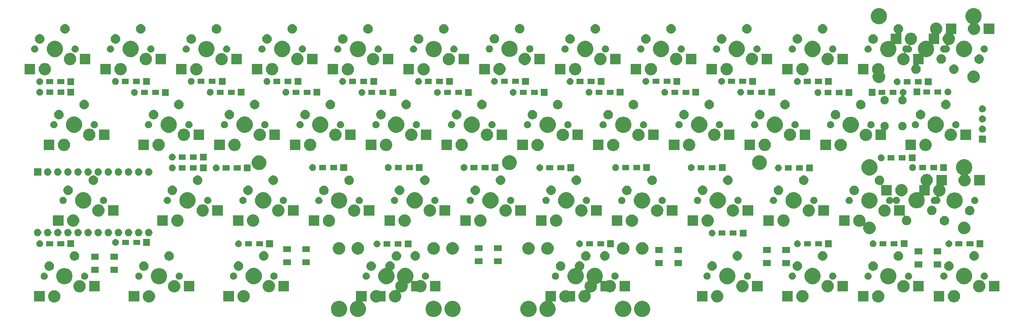
<source format=gbr>
G04 #@! TF.GenerationSoftware,KiCad,Pcbnew,(5.1.4-0-10_14)*
G04 #@! TF.CreationDate,2020-04-11T19:03:29-07:00*
G04 #@! TF.ProjectId,TG4xhotswap,54473478-686f-4747-9377-61702e6b6963,rev?*
G04 #@! TF.SameCoordinates,Original*
G04 #@! TF.FileFunction,Soldermask,Bot*
G04 #@! TF.FilePolarity,Negative*
%FSLAX46Y46*%
G04 Gerber Fmt 4.6, Leading zero omitted, Abs format (unit mm)*
G04 Created by KiCad (PCBNEW (5.1.4-0-10_14)) date 2020-04-11 19:03:29*
%MOMM*%
%LPD*%
G04 APERTURE LIST*
%ADD10C,0.100000*%
G04 APERTURE END LIST*
D10*
G36*
X169421474Y-84538684D02*
G01*
X169600888Y-84613000D01*
X169793623Y-84692833D01*
X170128548Y-84916623D01*
X170413377Y-85201452D01*
X170637167Y-85536377D01*
X170637167Y-85536378D01*
X170791316Y-85908526D01*
X170869900Y-86303594D01*
X170869900Y-86706406D01*
X170791316Y-87101474D01*
X170701017Y-87319474D01*
X170637167Y-87473623D01*
X170413377Y-87808548D01*
X170128548Y-88093377D01*
X169793623Y-88317167D01*
X169639474Y-88381017D01*
X169421474Y-88471316D01*
X169026406Y-88549900D01*
X168623594Y-88549900D01*
X168228526Y-88471316D01*
X168010526Y-88381017D01*
X167856377Y-88317167D01*
X167521452Y-88093377D01*
X167236623Y-87808548D01*
X167012833Y-87473623D01*
X166948983Y-87319474D01*
X166858684Y-87101474D01*
X166780100Y-86706406D01*
X166780100Y-86303594D01*
X166858684Y-85908526D01*
X167012833Y-85536378D01*
X167012833Y-85536377D01*
X167236623Y-85201452D01*
X167521452Y-84916623D01*
X167856377Y-84692833D01*
X168049112Y-84613000D01*
X168228526Y-84538684D01*
X168623594Y-84460100D01*
X169026406Y-84460100D01*
X169421474Y-84538684D01*
X169421474Y-84538684D01*
G37*
G36*
X164646474Y-84538684D02*
G01*
X164825888Y-84613000D01*
X165018623Y-84692833D01*
X165353548Y-84916623D01*
X165638377Y-85201452D01*
X165862167Y-85536377D01*
X165862167Y-85536378D01*
X166016316Y-85908526D01*
X166094900Y-86303594D01*
X166094900Y-86706406D01*
X166016316Y-87101474D01*
X165926017Y-87319474D01*
X165862167Y-87473623D01*
X165638377Y-87808548D01*
X165353548Y-88093377D01*
X165018623Y-88317167D01*
X164864474Y-88381017D01*
X164646474Y-88471316D01*
X164251406Y-88549900D01*
X163848594Y-88549900D01*
X163453526Y-88471316D01*
X163235526Y-88381017D01*
X163081377Y-88317167D01*
X162746452Y-88093377D01*
X162461623Y-87808548D01*
X162237833Y-87473623D01*
X162173983Y-87319474D01*
X162083684Y-87101474D01*
X162005100Y-86706406D01*
X162005100Y-86303594D01*
X162083684Y-85908526D01*
X162237833Y-85536378D01*
X162237833Y-85536377D01*
X162461623Y-85201452D01*
X162746452Y-84916623D01*
X163081377Y-84692833D01*
X163274112Y-84613000D01*
X163453526Y-84538684D01*
X163848594Y-84460100D01*
X164251406Y-84460100D01*
X164646474Y-84538684D01*
X164646474Y-84538684D01*
G37*
G36*
X147143900Y-84638400D02*
G01*
X146324224Y-84638400D01*
X146299838Y-84640802D01*
X146276389Y-84647915D01*
X146254778Y-84659466D01*
X146235836Y-84675011D01*
X146220291Y-84693953D01*
X146208740Y-84715564D01*
X146201627Y-84739013D01*
X146199225Y-84763399D01*
X146201627Y-84787785D01*
X146208740Y-84811234D01*
X146220291Y-84832845D01*
X146235836Y-84851787D01*
X146254774Y-84867329D01*
X146328548Y-84916623D01*
X146613377Y-85201452D01*
X146837167Y-85536377D01*
X146837167Y-85536378D01*
X146991316Y-85908526D01*
X147069900Y-86303594D01*
X147069900Y-86706406D01*
X146991316Y-87101474D01*
X146901017Y-87319474D01*
X146837167Y-87473623D01*
X146613377Y-87808548D01*
X146328548Y-88093377D01*
X145993623Y-88317167D01*
X145839474Y-88381017D01*
X145621474Y-88471316D01*
X145226406Y-88549900D01*
X144823594Y-88549900D01*
X144428526Y-88471316D01*
X144210526Y-88381017D01*
X144056377Y-88317167D01*
X143721452Y-88093377D01*
X143436623Y-87808548D01*
X143212833Y-87473623D01*
X143148983Y-87319474D01*
X143058684Y-87101474D01*
X142980100Y-86706406D01*
X142980100Y-86303594D01*
X143058684Y-85908526D01*
X143212833Y-85536378D01*
X143212833Y-85536377D01*
X143436623Y-85201452D01*
X143721452Y-84916623D01*
X144056377Y-84692833D01*
X144249112Y-84613000D01*
X144414736Y-84544396D01*
X144436347Y-84532845D01*
X144455289Y-84517300D01*
X144470834Y-84498358D01*
X144482385Y-84476747D01*
X144489498Y-84453298D01*
X144491900Y-84428912D01*
X144491900Y-82036400D01*
X147143900Y-82036400D01*
X147143900Y-84638400D01*
X147143900Y-84638400D01*
G37*
G36*
X140846474Y-84538684D02*
G01*
X141025888Y-84613000D01*
X141218623Y-84692833D01*
X141553548Y-84916623D01*
X141838377Y-85201452D01*
X142062167Y-85536377D01*
X142062167Y-85536378D01*
X142216316Y-85908526D01*
X142294900Y-86303594D01*
X142294900Y-86706406D01*
X142216316Y-87101474D01*
X142126017Y-87319474D01*
X142062167Y-87473623D01*
X141838377Y-87808548D01*
X141553548Y-88093377D01*
X141218623Y-88317167D01*
X141064474Y-88381017D01*
X140846474Y-88471316D01*
X140451406Y-88549900D01*
X140048594Y-88549900D01*
X139653526Y-88471316D01*
X139435526Y-88381017D01*
X139281377Y-88317167D01*
X138946452Y-88093377D01*
X138661623Y-87808548D01*
X138437833Y-87473623D01*
X138373983Y-87319474D01*
X138283684Y-87101474D01*
X138205100Y-86706406D01*
X138205100Y-86303594D01*
X138283684Y-85908526D01*
X138437833Y-85536378D01*
X138437833Y-85536377D01*
X138661623Y-85201452D01*
X138946452Y-84916623D01*
X139281377Y-84692833D01*
X139474112Y-84613000D01*
X139653526Y-84538684D01*
X140048594Y-84460100D01*
X140451406Y-84460100D01*
X140846474Y-84538684D01*
X140846474Y-84538684D01*
G37*
G36*
X116996474Y-84538684D02*
G01*
X117175888Y-84613000D01*
X117368623Y-84692833D01*
X117703548Y-84916623D01*
X117988377Y-85201452D01*
X118212167Y-85536377D01*
X118212167Y-85536378D01*
X118366316Y-85908526D01*
X118444900Y-86303594D01*
X118444900Y-86706406D01*
X118366316Y-87101474D01*
X118276017Y-87319474D01*
X118212167Y-87473623D01*
X117988377Y-87808548D01*
X117703548Y-88093377D01*
X117368623Y-88317167D01*
X117214474Y-88381017D01*
X116996474Y-88471316D01*
X116601406Y-88549900D01*
X116198594Y-88549900D01*
X115803526Y-88471316D01*
X115585526Y-88381017D01*
X115431377Y-88317167D01*
X115096452Y-88093377D01*
X114811623Y-87808548D01*
X114587833Y-87473623D01*
X114523983Y-87319474D01*
X114433684Y-87101474D01*
X114355100Y-86706406D01*
X114355100Y-86303594D01*
X114433684Y-85908526D01*
X114587833Y-85536378D01*
X114587833Y-85536377D01*
X114811623Y-85201452D01*
X115096452Y-84916623D01*
X115431377Y-84692833D01*
X115624112Y-84613000D01*
X115803526Y-84538684D01*
X116198594Y-84460100D01*
X116601406Y-84460100D01*
X116996474Y-84538684D01*
X116996474Y-84538684D01*
G37*
G36*
X93196474Y-84538684D02*
G01*
X93375888Y-84613000D01*
X93568623Y-84692833D01*
X93903548Y-84916623D01*
X94188377Y-85201452D01*
X94412167Y-85536377D01*
X94412167Y-85536378D01*
X94566316Y-85908526D01*
X94644900Y-86303594D01*
X94644900Y-86706406D01*
X94566316Y-87101474D01*
X94476017Y-87319474D01*
X94412167Y-87473623D01*
X94188377Y-87808548D01*
X93903548Y-88093377D01*
X93568623Y-88317167D01*
X93414474Y-88381017D01*
X93196474Y-88471316D01*
X92801406Y-88549900D01*
X92398594Y-88549900D01*
X92003526Y-88471316D01*
X91785526Y-88381017D01*
X91631377Y-88317167D01*
X91296452Y-88093377D01*
X91011623Y-87808548D01*
X90787833Y-87473623D01*
X90723983Y-87319474D01*
X90633684Y-87101474D01*
X90555100Y-86706406D01*
X90555100Y-86303594D01*
X90633684Y-85908526D01*
X90787833Y-85536378D01*
X90787833Y-85536377D01*
X91011623Y-85201452D01*
X91296452Y-84916623D01*
X91631377Y-84692833D01*
X91824112Y-84613000D01*
X92003526Y-84538684D01*
X92398594Y-84460100D01*
X92801406Y-84460100D01*
X93196474Y-84538684D01*
X93196474Y-84538684D01*
G37*
G36*
X121741874Y-84520684D02*
G01*
X121959874Y-84610983D01*
X122114023Y-84674833D01*
X122448948Y-84898623D01*
X122733777Y-85183452D01*
X122957567Y-85518377D01*
X122965023Y-85536378D01*
X123111716Y-85890526D01*
X123190300Y-86285594D01*
X123190300Y-86688406D01*
X123111716Y-87083474D01*
X123021417Y-87301474D01*
X122957567Y-87455623D01*
X122733777Y-87790548D01*
X122448948Y-88075377D01*
X122114023Y-88299167D01*
X121959874Y-88363017D01*
X121741874Y-88453316D01*
X121346806Y-88531900D01*
X120943994Y-88531900D01*
X120548926Y-88453316D01*
X120330926Y-88363017D01*
X120176777Y-88299167D01*
X119841852Y-88075377D01*
X119557023Y-87790548D01*
X119333233Y-87455623D01*
X119269383Y-87301474D01*
X119179084Y-87083474D01*
X119100500Y-86688406D01*
X119100500Y-86285594D01*
X119179084Y-85890526D01*
X119325777Y-85536378D01*
X119333233Y-85518377D01*
X119557023Y-85183452D01*
X119841852Y-84898623D01*
X120176777Y-84674833D01*
X120330926Y-84610983D01*
X120548926Y-84520684D01*
X120943994Y-84442100D01*
X121346806Y-84442100D01*
X121741874Y-84520684D01*
X121741874Y-84520684D01*
G37*
G36*
X99544300Y-84625700D02*
G01*
X98652556Y-84625700D01*
X98628170Y-84628102D01*
X98604721Y-84635215D01*
X98583110Y-84646766D01*
X98564168Y-84662311D01*
X98548623Y-84681253D01*
X98537072Y-84702864D01*
X98529959Y-84726313D01*
X98527557Y-84750699D01*
X98529959Y-84775085D01*
X98537072Y-84798534D01*
X98548623Y-84820145D01*
X98564168Y-84839087D01*
X98583106Y-84854629D01*
X98648948Y-84898623D01*
X98933777Y-85183452D01*
X99157567Y-85518377D01*
X99165023Y-85536378D01*
X99311716Y-85890526D01*
X99390300Y-86285594D01*
X99390300Y-86688406D01*
X99311716Y-87083474D01*
X99221417Y-87301474D01*
X99157567Y-87455623D01*
X98933777Y-87790548D01*
X98648948Y-88075377D01*
X98314023Y-88299167D01*
X98159874Y-88363017D01*
X97941874Y-88453316D01*
X97546806Y-88531900D01*
X97143994Y-88531900D01*
X96748926Y-88453316D01*
X96530926Y-88363017D01*
X96376777Y-88299167D01*
X96041852Y-88075377D01*
X95757023Y-87790548D01*
X95533233Y-87455623D01*
X95469383Y-87301474D01*
X95379084Y-87083474D01*
X95300500Y-86688406D01*
X95300500Y-86285594D01*
X95379084Y-85890526D01*
X95525777Y-85536378D01*
X95533233Y-85518377D01*
X95757023Y-85183452D01*
X96041852Y-84898623D01*
X96376777Y-84674833D01*
X96520257Y-84615402D01*
X96748925Y-84520684D01*
X96791688Y-84512178D01*
X96815137Y-84505065D01*
X96836747Y-84493514D01*
X96855689Y-84477968D01*
X96871234Y-84459026D01*
X96882785Y-84437416D01*
X96889898Y-84413967D01*
X96892300Y-84389581D01*
X96892300Y-82023700D01*
X99544300Y-82023700D01*
X99544300Y-84625700D01*
X99544300Y-84625700D01*
G37*
G36*
X228470785Y-81816202D02*
G01*
X228620610Y-81846004D01*
X228902874Y-81962921D01*
X229156905Y-82132659D01*
X229372941Y-82348695D01*
X229542679Y-82602726D01*
X229659596Y-82884990D01*
X229659596Y-82884991D01*
X229714148Y-83159239D01*
X229719200Y-83184640D01*
X229719200Y-83490160D01*
X229659596Y-83789810D01*
X229542679Y-84072074D01*
X229372941Y-84326105D01*
X229156905Y-84542141D01*
X228902874Y-84711879D01*
X228620610Y-84828796D01*
X228505026Y-84851787D01*
X228320961Y-84888400D01*
X228015439Y-84888400D01*
X227831374Y-84851787D01*
X227715790Y-84828796D01*
X227433526Y-84711879D01*
X227179495Y-84542141D01*
X226963459Y-84326105D01*
X226793721Y-84072074D01*
X226676804Y-83789810D01*
X226617200Y-83490160D01*
X226617200Y-83184640D01*
X226622253Y-83159239D01*
X226676804Y-82884991D01*
X226676804Y-82884990D01*
X226793721Y-82602726D01*
X226963459Y-82348695D01*
X227179495Y-82132659D01*
X227433526Y-81962921D01*
X227715790Y-81846004D01*
X227865615Y-81816202D01*
X228015439Y-81786400D01*
X228320961Y-81786400D01*
X228470785Y-81816202D01*
X228470785Y-81816202D01*
G37*
G36*
X149870485Y-81816202D02*
G01*
X150020310Y-81846004D01*
X150302574Y-81962921D01*
X150343009Y-81989939D01*
X150364611Y-82001485D01*
X150388060Y-82008598D01*
X150412446Y-82011000D01*
X151931800Y-82011000D01*
X151931800Y-84613000D01*
X150488473Y-84613000D01*
X150464087Y-84615402D01*
X150440638Y-84622515D01*
X150419039Y-84634059D01*
X150302574Y-84711879D01*
X150020310Y-84828796D01*
X149904726Y-84851787D01*
X149720661Y-84888400D01*
X149415139Y-84888400D01*
X149231074Y-84851787D01*
X149115490Y-84828796D01*
X148833226Y-84711879D01*
X148579195Y-84542141D01*
X148363159Y-84326105D01*
X148193421Y-84072074D01*
X148076504Y-83789810D01*
X148016900Y-83490160D01*
X148016900Y-83184640D01*
X148021953Y-83159239D01*
X148076504Y-82884991D01*
X148076504Y-82884990D01*
X148193421Y-82602726D01*
X148363159Y-82348695D01*
X148579195Y-82132659D01*
X148833226Y-81962921D01*
X149115490Y-81846004D01*
X149265315Y-81816202D01*
X149415139Y-81786400D01*
X149720661Y-81786400D01*
X149870485Y-81816202D01*
X149870485Y-81816202D01*
G37*
G36*
X45108185Y-81816202D02*
G01*
X45258010Y-81846004D01*
X45540274Y-81962921D01*
X45794305Y-82132659D01*
X46010341Y-82348695D01*
X46180079Y-82602726D01*
X46296996Y-82884990D01*
X46296996Y-82884991D01*
X46351548Y-83159239D01*
X46356600Y-83184640D01*
X46356600Y-83490160D01*
X46296996Y-83789810D01*
X46180079Y-84072074D01*
X46010341Y-84326105D01*
X45794305Y-84542141D01*
X45540274Y-84711879D01*
X45258010Y-84828796D01*
X45142426Y-84851787D01*
X44958361Y-84888400D01*
X44652839Y-84888400D01*
X44468774Y-84851787D01*
X44353190Y-84828796D01*
X44070926Y-84711879D01*
X43816895Y-84542141D01*
X43600859Y-84326105D01*
X43431121Y-84072074D01*
X43314204Y-83789810D01*
X43254600Y-83490160D01*
X43254600Y-83184640D01*
X43259653Y-83159239D01*
X43314204Y-82884991D01*
X43314204Y-82884990D01*
X43431121Y-82602726D01*
X43600859Y-82348695D01*
X43816895Y-82132659D01*
X44070926Y-81962921D01*
X44353190Y-81846004D01*
X44503015Y-81816202D01*
X44652839Y-81786400D01*
X44958361Y-81786400D01*
X45108185Y-81816202D01*
X45108185Y-81816202D01*
G37*
G36*
X21308385Y-81816202D02*
G01*
X21458210Y-81846004D01*
X21740474Y-81962921D01*
X21994505Y-82132659D01*
X22210541Y-82348695D01*
X22380279Y-82602726D01*
X22497196Y-82884990D01*
X22497196Y-82884991D01*
X22551748Y-83159239D01*
X22556800Y-83184640D01*
X22556800Y-83490160D01*
X22497196Y-83789810D01*
X22380279Y-84072074D01*
X22210541Y-84326105D01*
X21994505Y-84542141D01*
X21740474Y-84711879D01*
X21458210Y-84828796D01*
X21342626Y-84851787D01*
X21158561Y-84888400D01*
X20853039Y-84888400D01*
X20668974Y-84851787D01*
X20553390Y-84828796D01*
X20271126Y-84711879D01*
X20017095Y-84542141D01*
X19801059Y-84326105D01*
X19631321Y-84072074D01*
X19514404Y-83789810D01*
X19454800Y-83490160D01*
X19454800Y-83184640D01*
X19459853Y-83159239D01*
X19514404Y-82884991D01*
X19514404Y-82884990D01*
X19631321Y-82602726D01*
X19801059Y-82348695D01*
X20017095Y-82132659D01*
X20271126Y-81962921D01*
X20553390Y-81846004D01*
X20703215Y-81816202D01*
X20853039Y-81786400D01*
X21158561Y-81786400D01*
X21308385Y-81816202D01*
X21308385Y-81816202D01*
G37*
G36*
X102270885Y-81803502D02*
G01*
X102420710Y-81833304D01*
X102702974Y-81950221D01*
X102762416Y-81989939D01*
X102784018Y-82001485D01*
X102807467Y-82008598D01*
X102831853Y-82011000D01*
X104281400Y-82011000D01*
X104281400Y-84613000D01*
X102869867Y-84613000D01*
X102845481Y-84615402D01*
X102822032Y-84622515D01*
X102800429Y-84634062D01*
X102702974Y-84699179D01*
X102420710Y-84816096D01*
X102336507Y-84832845D01*
X102121061Y-84875700D01*
X101815539Y-84875700D01*
X101600093Y-84832845D01*
X101515890Y-84816096D01*
X101233626Y-84699179D01*
X100979595Y-84529441D01*
X100763559Y-84313405D01*
X100593821Y-84059374D01*
X100476904Y-83777110D01*
X100417300Y-83477460D01*
X100417300Y-83171940D01*
X100476904Y-82872290D01*
X100593821Y-82590026D01*
X100763559Y-82335995D01*
X100979595Y-82119959D01*
X101233626Y-81950221D01*
X101515890Y-81833304D01*
X101665715Y-81803502D01*
X101815539Y-81773700D01*
X102121061Y-81773700D01*
X102270885Y-81803502D01*
X102270885Y-81803502D01*
G37*
G36*
X247497167Y-81786104D02*
G01*
X247670610Y-81820604D01*
X247952874Y-81937521D01*
X248206905Y-82107259D01*
X248422941Y-82323295D01*
X248592679Y-82577326D01*
X248709596Y-82859590D01*
X248739398Y-83009415D01*
X248769200Y-83159239D01*
X248769200Y-83464761D01*
X248739398Y-83614585D01*
X248709596Y-83764410D01*
X248592679Y-84046674D01*
X248422941Y-84300705D01*
X248206905Y-84516741D01*
X247952874Y-84686479D01*
X247670610Y-84803396D01*
X247586407Y-84820145D01*
X247370961Y-84863000D01*
X247065439Y-84863000D01*
X246849993Y-84820145D01*
X246765790Y-84803396D01*
X246483526Y-84686479D01*
X246229495Y-84516741D01*
X246013459Y-84300705D01*
X245843721Y-84046674D01*
X245726804Y-83764410D01*
X245697002Y-83614585D01*
X245667200Y-83464761D01*
X245667200Y-83159239D01*
X245697002Y-83009415D01*
X245726804Y-82859590D01*
X245843721Y-82577326D01*
X246013459Y-82323295D01*
X246229495Y-82107259D01*
X246483526Y-81937521D01*
X246765790Y-81820604D01*
X246939233Y-81786104D01*
X247065439Y-81761000D01*
X247370961Y-81761000D01*
X247497167Y-81786104D01*
X247497167Y-81786104D01*
G37*
G36*
X157492274Y-76265684D02*
G01*
X157710274Y-76355983D01*
X157864423Y-76419833D01*
X158199348Y-76643623D01*
X158484177Y-76928452D01*
X158707967Y-77263377D01*
X158771817Y-77417526D01*
X158862116Y-77635526D01*
X158940700Y-78030594D01*
X158940700Y-78433406D01*
X158862116Y-78828474D01*
X158707966Y-79200625D01*
X158640259Y-79301956D01*
X158628708Y-79323566D01*
X158621595Y-79347015D01*
X158619193Y-79371401D01*
X158621595Y-79395787D01*
X158628708Y-79419236D01*
X158640259Y-79440847D01*
X158655805Y-79459789D01*
X158674747Y-79475334D01*
X158696357Y-79486885D01*
X158719806Y-79493998D01*
X158744192Y-79496400D01*
X159785227Y-79496400D01*
X159809613Y-79493998D01*
X159833062Y-79486885D01*
X159854661Y-79475341D01*
X159971126Y-79397521D01*
X160253390Y-79280604D01*
X160425345Y-79246400D01*
X160553039Y-79221000D01*
X160858561Y-79221000D01*
X160986255Y-79246400D01*
X161158210Y-79280604D01*
X161440474Y-79397521D01*
X161694505Y-79567259D01*
X161910541Y-79783295D01*
X162080279Y-80037326D01*
X162197196Y-80319590D01*
X162226998Y-80469415D01*
X162256800Y-80619239D01*
X162256800Y-80924761D01*
X162226998Y-81074585D01*
X162197196Y-81224410D01*
X162080279Y-81506674D01*
X161910541Y-81760705D01*
X161694505Y-81976741D01*
X161440474Y-82146479D01*
X161158210Y-82263396D01*
X161030515Y-82288796D01*
X160858561Y-82323000D01*
X160553039Y-82323000D01*
X160381085Y-82288796D01*
X160253390Y-82263396D01*
X159971126Y-82146479D01*
X159930691Y-82119461D01*
X159909089Y-82107915D01*
X159885640Y-82100802D01*
X159861254Y-82098400D01*
X158341900Y-82098400D01*
X158341900Y-79958983D01*
X158339498Y-79934597D01*
X158332385Y-79911148D01*
X158320834Y-79889537D01*
X158305289Y-79870595D01*
X158286347Y-79855050D01*
X158264736Y-79843499D01*
X158241287Y-79836386D01*
X158216901Y-79833984D01*
X158192515Y-79836386D01*
X158169066Y-79843499D01*
X158147461Y-79855047D01*
X157864423Y-80044167D01*
X157699294Y-80112565D01*
X157483433Y-80201978D01*
X157461822Y-80213529D01*
X157442880Y-80229074D01*
X157427335Y-80248016D01*
X157415784Y-80269627D01*
X157408671Y-80293076D01*
X157406269Y-80317462D01*
X157408671Y-80341848D01*
X157463848Y-80619239D01*
X157468900Y-80644640D01*
X157468900Y-80950160D01*
X157409296Y-81249810D01*
X157292379Y-81532074D01*
X157122641Y-81786105D01*
X156906605Y-82002141D01*
X156652574Y-82171879D01*
X156370310Y-82288796D01*
X156220485Y-82318598D01*
X156070661Y-82348400D01*
X155811171Y-82348400D01*
X155786785Y-82350802D01*
X155763336Y-82357915D01*
X155741725Y-82369466D01*
X155722783Y-82385011D01*
X155707238Y-82403953D01*
X155695687Y-82425564D01*
X155688574Y-82449013D01*
X155686172Y-82473399D01*
X155688574Y-82497785D01*
X155695687Y-82521234D01*
X155707237Y-82542841D01*
X155730279Y-82577326D01*
X155847196Y-82859590D01*
X155876998Y-83009415D01*
X155906800Y-83159239D01*
X155906800Y-83464761D01*
X155876998Y-83614585D01*
X155847196Y-83764410D01*
X155730279Y-84046674D01*
X155560541Y-84300705D01*
X155344505Y-84516741D01*
X155090474Y-84686479D01*
X154808210Y-84803396D01*
X154724007Y-84820145D01*
X154508561Y-84863000D01*
X154203039Y-84863000D01*
X153987593Y-84820145D01*
X153903390Y-84803396D01*
X153621126Y-84686479D01*
X153367095Y-84516741D01*
X153151059Y-84300705D01*
X152981321Y-84046674D01*
X152864404Y-83764410D01*
X152834602Y-83614585D01*
X152804800Y-83464761D01*
X152804800Y-83159239D01*
X152834602Y-83009415D01*
X152864404Y-82859590D01*
X152981321Y-82577326D01*
X153151059Y-82323295D01*
X153367095Y-82107259D01*
X153621126Y-81937521D01*
X153903390Y-81820604D01*
X154076833Y-81786104D01*
X154203039Y-81761000D01*
X154462529Y-81761000D01*
X154486915Y-81758598D01*
X154510364Y-81751485D01*
X154531975Y-81739934D01*
X154550917Y-81724389D01*
X154566462Y-81705447D01*
X154578013Y-81683836D01*
X154585126Y-81660387D01*
X154587528Y-81636001D01*
X154585126Y-81611615D01*
X154578013Y-81588166D01*
X154566463Y-81566559D01*
X154543421Y-81532074D01*
X154426504Y-81249810D01*
X154366900Y-80950160D01*
X154366900Y-80644640D01*
X154371953Y-80619239D01*
X154426504Y-80344991D01*
X154426504Y-80344990D01*
X154543421Y-80062726D01*
X154713159Y-79808695D01*
X154929195Y-79592659D01*
X155113134Y-79469755D01*
X155132071Y-79454213D01*
X155147616Y-79435271D01*
X155159167Y-79413661D01*
X155166280Y-79390212D01*
X155168682Y-79365826D01*
X155166280Y-79341440D01*
X155159167Y-79317991D01*
X155147616Y-79296380D01*
X155137075Y-79280604D01*
X155083633Y-79200623D01*
X155013478Y-79031253D01*
X154929484Y-78828474D01*
X154850900Y-78433406D01*
X154850900Y-78030594D01*
X154929484Y-77635526D01*
X155019783Y-77417526D01*
X155083633Y-77263377D01*
X155307423Y-76928452D01*
X155592252Y-76643623D01*
X155927177Y-76419833D01*
X156081326Y-76355983D01*
X156299326Y-76265684D01*
X156694394Y-76187100D01*
X157097206Y-76187100D01*
X157492274Y-76265684D01*
X157492274Y-76265684D01*
G37*
G36*
X187959567Y-81786104D02*
G01*
X188133010Y-81820604D01*
X188415274Y-81937521D01*
X188669305Y-82107259D01*
X188885341Y-82323295D01*
X189055079Y-82577326D01*
X189171996Y-82859590D01*
X189201798Y-83009415D01*
X189231600Y-83159239D01*
X189231600Y-83464761D01*
X189201798Y-83614585D01*
X189171996Y-83764410D01*
X189055079Y-84046674D01*
X188885341Y-84300705D01*
X188669305Y-84516741D01*
X188415274Y-84686479D01*
X188133010Y-84803396D01*
X188048807Y-84820145D01*
X187833361Y-84863000D01*
X187527839Y-84863000D01*
X187312393Y-84820145D01*
X187228190Y-84803396D01*
X186945926Y-84686479D01*
X186691895Y-84516741D01*
X186475859Y-84300705D01*
X186306121Y-84046674D01*
X186189204Y-83764410D01*
X186159402Y-83614585D01*
X186129600Y-83464761D01*
X186129600Y-83159239D01*
X186159402Y-83009415D01*
X186189204Y-82859590D01*
X186306121Y-82577326D01*
X186475859Y-82323295D01*
X186691895Y-82107259D01*
X186945926Y-81937521D01*
X187228190Y-81820604D01*
X187401633Y-81786104D01*
X187527839Y-81761000D01*
X187833361Y-81761000D01*
X187959567Y-81786104D01*
X187959567Y-81786104D01*
G37*
G36*
X209397167Y-81786104D02*
G01*
X209570610Y-81820604D01*
X209852874Y-81937521D01*
X210106905Y-82107259D01*
X210322941Y-82323295D01*
X210492679Y-82577326D01*
X210609596Y-82859590D01*
X210639398Y-83009415D01*
X210669200Y-83159239D01*
X210669200Y-83464761D01*
X210639398Y-83614585D01*
X210609596Y-83764410D01*
X210492679Y-84046674D01*
X210322941Y-84300705D01*
X210106905Y-84516741D01*
X209852874Y-84686479D01*
X209570610Y-84803396D01*
X209486407Y-84820145D01*
X209270961Y-84863000D01*
X208965439Y-84863000D01*
X208749993Y-84820145D01*
X208665790Y-84803396D01*
X208383526Y-84686479D01*
X208129495Y-84516741D01*
X207913459Y-84300705D01*
X207743721Y-84046674D01*
X207626804Y-83764410D01*
X207597002Y-83614585D01*
X207567200Y-83464761D01*
X207567200Y-83159239D01*
X207597002Y-83009415D01*
X207626804Y-82859590D01*
X207743721Y-82577326D01*
X207913459Y-82323295D01*
X208129495Y-82107259D01*
X208383526Y-81937521D01*
X208665790Y-81820604D01*
X208839233Y-81786104D01*
X208965439Y-81761000D01*
X209270961Y-81761000D01*
X209397167Y-81786104D01*
X209397167Y-81786104D01*
G37*
G36*
X68884367Y-81786104D02*
G01*
X69057810Y-81820604D01*
X69340074Y-81937521D01*
X69594105Y-82107259D01*
X69810141Y-82323295D01*
X69979879Y-82577326D01*
X70096796Y-82859590D01*
X70126598Y-83009415D01*
X70156400Y-83159239D01*
X70156400Y-83464761D01*
X70126598Y-83614585D01*
X70096796Y-83764410D01*
X69979879Y-84046674D01*
X69810141Y-84300705D01*
X69594105Y-84516741D01*
X69340074Y-84686479D01*
X69057810Y-84803396D01*
X68973607Y-84820145D01*
X68758161Y-84863000D01*
X68452639Y-84863000D01*
X68237193Y-84820145D01*
X68152990Y-84803396D01*
X67870726Y-84686479D01*
X67616695Y-84516741D01*
X67400659Y-84300705D01*
X67230921Y-84046674D01*
X67114004Y-83764410D01*
X67084202Y-83614585D01*
X67054400Y-83464761D01*
X67054400Y-83159239D01*
X67084202Y-83009415D01*
X67114004Y-82859590D01*
X67230921Y-82577326D01*
X67400659Y-82323295D01*
X67616695Y-82107259D01*
X67870726Y-81937521D01*
X68152990Y-81820604D01*
X68326433Y-81786104D01*
X68452639Y-81761000D01*
X68758161Y-81761000D01*
X68884367Y-81786104D01*
X68884367Y-81786104D01*
G37*
G36*
X109841874Y-76265684D02*
G01*
X110059874Y-76355983D01*
X110214023Y-76419833D01*
X110548948Y-76643623D01*
X110833777Y-76928452D01*
X111057567Y-77263377D01*
X111121417Y-77417526D01*
X111211716Y-77635526D01*
X111290300Y-78030594D01*
X111290300Y-78433406D01*
X111211716Y-78828474D01*
X111127722Y-79031253D01*
X111057567Y-79200623D01*
X110998340Y-79289262D01*
X110986793Y-79310866D01*
X110979680Y-79334314D01*
X110977278Y-79358701D01*
X110979680Y-79383087D01*
X110986793Y-79406536D01*
X110998344Y-79428146D01*
X111013889Y-79447088D01*
X111032831Y-79462634D01*
X111054442Y-79474185D01*
X111077890Y-79481298D01*
X111102277Y-79483700D01*
X112153833Y-79483700D01*
X112178219Y-79481298D01*
X112201668Y-79474185D01*
X112223271Y-79462638D01*
X112320726Y-79397521D01*
X112602990Y-79280604D01*
X112774945Y-79246400D01*
X112902639Y-79221000D01*
X113208161Y-79221000D01*
X113335855Y-79246400D01*
X113507810Y-79280604D01*
X113790074Y-79397521D01*
X114044105Y-79567259D01*
X114260141Y-79783295D01*
X114429879Y-80037326D01*
X114546796Y-80319590D01*
X114576598Y-80469415D01*
X114606400Y-80619239D01*
X114606400Y-80924761D01*
X114576598Y-81074585D01*
X114546796Y-81224410D01*
X114429879Y-81506674D01*
X114260141Y-81760705D01*
X114044105Y-81976741D01*
X113790074Y-82146479D01*
X113507810Y-82263396D01*
X113380115Y-82288796D01*
X113208161Y-82323000D01*
X112902639Y-82323000D01*
X112730685Y-82288796D01*
X112602990Y-82263396D01*
X112320726Y-82146479D01*
X112261284Y-82106761D01*
X112239682Y-82095215D01*
X112216233Y-82088102D01*
X112191847Y-82085700D01*
X110742300Y-82085700D01*
X110742300Y-79925040D01*
X110739898Y-79900654D01*
X110732785Y-79877205D01*
X110721234Y-79855594D01*
X110705689Y-79836652D01*
X110686747Y-79821107D01*
X110665136Y-79809556D01*
X110641687Y-79802443D01*
X110617301Y-79800041D01*
X110592915Y-79802443D01*
X110569466Y-79809556D01*
X110547857Y-79821106D01*
X110214023Y-80044167D01*
X110064040Y-80106292D01*
X109882300Y-80181571D01*
X109860689Y-80193122D01*
X109841747Y-80208667D01*
X109826202Y-80227609D01*
X109814651Y-80249220D01*
X109807538Y-80272669D01*
X109805136Y-80297055D01*
X109807538Y-80321441D01*
X109809696Y-80332290D01*
X109869300Y-80631940D01*
X109869300Y-80937460D01*
X109809696Y-81237110D01*
X109692779Y-81519374D01*
X109523041Y-81773405D01*
X109307005Y-81989441D01*
X109052974Y-82159179D01*
X108770710Y-82276096D01*
X108620885Y-82305898D01*
X108471061Y-82335700D01*
X108154296Y-82335700D01*
X108152095Y-82335484D01*
X108127710Y-82337895D01*
X108104263Y-82345017D01*
X108082657Y-82356576D01*
X108063721Y-82372128D01*
X108048183Y-82391076D01*
X108036639Y-82412691D01*
X108029535Y-82436142D01*
X108027142Y-82460529D01*
X108029553Y-82484914D01*
X108036675Y-82508361D01*
X108048203Y-82529919D01*
X108079879Y-82577326D01*
X108196796Y-82859590D01*
X108226598Y-83009415D01*
X108256400Y-83159239D01*
X108256400Y-83464761D01*
X108226598Y-83614585D01*
X108196796Y-83764410D01*
X108079879Y-84046674D01*
X107910141Y-84300705D01*
X107694105Y-84516741D01*
X107440074Y-84686479D01*
X107157810Y-84803396D01*
X107073607Y-84820145D01*
X106858161Y-84863000D01*
X106552639Y-84863000D01*
X106337193Y-84820145D01*
X106252990Y-84803396D01*
X105970726Y-84686479D01*
X105716695Y-84516741D01*
X105500659Y-84300705D01*
X105330921Y-84046674D01*
X105214004Y-83764410D01*
X105184202Y-83614585D01*
X105154400Y-83464761D01*
X105154400Y-83159239D01*
X105184202Y-83009415D01*
X105214004Y-82859590D01*
X105330921Y-82577326D01*
X105500659Y-82323295D01*
X105716695Y-82107259D01*
X105970726Y-81937521D01*
X106252990Y-81820604D01*
X106426433Y-81786104D01*
X106552639Y-81761000D01*
X106869404Y-81761000D01*
X106871605Y-81761216D01*
X106895990Y-81758805D01*
X106919437Y-81751683D01*
X106941043Y-81740124D01*
X106959979Y-81724572D01*
X106975517Y-81705624D01*
X106987061Y-81684009D01*
X106994165Y-81660558D01*
X106996558Y-81636171D01*
X106994147Y-81611786D01*
X106987025Y-81588339D01*
X106975497Y-81566781D01*
X106943821Y-81519374D01*
X106826904Y-81237110D01*
X106767300Y-80937460D01*
X106767300Y-80631940D01*
X106826904Y-80332290D01*
X106943821Y-80050026D01*
X107113559Y-79795995D01*
X107329595Y-79579959D01*
X107472554Y-79484437D01*
X107491485Y-79468901D01*
X107507030Y-79449959D01*
X107518581Y-79428348D01*
X107525694Y-79404899D01*
X107528096Y-79380513D01*
X107525694Y-79356127D01*
X107518581Y-79332678D01*
X107507032Y-79311071D01*
X107433233Y-79200623D01*
X107363078Y-79031253D01*
X107279084Y-78828474D01*
X107200500Y-78433406D01*
X107200500Y-78030594D01*
X107279084Y-77635526D01*
X107369383Y-77417526D01*
X107433233Y-77263377D01*
X107657023Y-76928452D01*
X107941852Y-76643623D01*
X108276777Y-76419833D01*
X108430926Y-76355983D01*
X108648926Y-76265684D01*
X109043994Y-76187100D01*
X109446806Y-76187100D01*
X109841874Y-76265684D01*
X109841874Y-76265684D01*
G37*
G36*
X18581800Y-84638400D02*
G01*
X15929800Y-84638400D01*
X15929800Y-82036400D01*
X18581800Y-82036400D01*
X18581800Y-84638400D01*
X18581800Y-84638400D01*
G37*
G36*
X42381600Y-84638400D02*
G01*
X39729600Y-84638400D01*
X39729600Y-82036400D01*
X42381600Y-82036400D01*
X42381600Y-84638400D01*
X42381600Y-84638400D01*
G37*
G36*
X225744200Y-84638400D02*
G01*
X223092200Y-84638400D01*
X223092200Y-82036400D01*
X225744200Y-82036400D01*
X225744200Y-84638400D01*
X225744200Y-84638400D01*
G37*
G36*
X66181400Y-84613000D02*
G01*
X63529400Y-84613000D01*
X63529400Y-82011000D01*
X66181400Y-82011000D01*
X66181400Y-84613000D01*
X66181400Y-84613000D01*
G37*
G36*
X185256600Y-84613000D02*
G01*
X182604600Y-84613000D01*
X182604600Y-82011000D01*
X185256600Y-82011000D01*
X185256600Y-84613000D01*
X185256600Y-84613000D01*
G37*
G36*
X206694200Y-84613000D02*
G01*
X204042200Y-84613000D01*
X204042200Y-82011000D01*
X206694200Y-82011000D01*
X206694200Y-84613000D01*
X206694200Y-84613000D01*
G37*
G36*
X244794200Y-84613000D02*
G01*
X242142200Y-84613000D01*
X242142200Y-82011000D01*
X244794200Y-82011000D01*
X244794200Y-84613000D01*
X244794200Y-84613000D01*
G37*
G36*
X27658385Y-79276202D02*
G01*
X27808210Y-79306004D01*
X28090474Y-79422921D01*
X28344505Y-79592659D01*
X28560541Y-79808695D01*
X28730279Y-80062726D01*
X28847196Y-80344990D01*
X28847196Y-80344991D01*
X28901748Y-80619239D01*
X28906800Y-80644640D01*
X28906800Y-80950160D01*
X28847196Y-81249810D01*
X28730279Y-81532074D01*
X28560541Y-81786105D01*
X28344505Y-82002141D01*
X28090474Y-82171879D01*
X27808210Y-82288796D01*
X27658385Y-82318598D01*
X27508561Y-82348400D01*
X27203039Y-82348400D01*
X27053215Y-82318598D01*
X26903390Y-82288796D01*
X26621126Y-82171879D01*
X26367095Y-82002141D01*
X26151059Y-81786105D01*
X25981321Y-81532074D01*
X25864404Y-81249810D01*
X25804800Y-80950160D01*
X25804800Y-80644640D01*
X25809853Y-80619239D01*
X25864404Y-80344991D01*
X25864404Y-80344990D01*
X25981321Y-80062726D01*
X26151059Y-79808695D01*
X26367095Y-79592659D01*
X26621126Y-79422921D01*
X26903390Y-79306004D01*
X27053215Y-79276202D01*
X27203039Y-79246400D01*
X27508561Y-79246400D01*
X27658385Y-79276202D01*
X27658385Y-79276202D01*
G37*
G36*
X51458185Y-79276202D02*
G01*
X51608010Y-79306004D01*
X51890274Y-79422921D01*
X52144305Y-79592659D01*
X52360341Y-79808695D01*
X52530079Y-80062726D01*
X52646996Y-80344990D01*
X52646996Y-80344991D01*
X52701548Y-80619239D01*
X52706600Y-80644640D01*
X52706600Y-80950160D01*
X52646996Y-81249810D01*
X52530079Y-81532074D01*
X52360341Y-81786105D01*
X52144305Y-82002141D01*
X51890274Y-82171879D01*
X51608010Y-82288796D01*
X51458185Y-82318598D01*
X51308361Y-82348400D01*
X51002839Y-82348400D01*
X50853015Y-82318598D01*
X50703190Y-82288796D01*
X50420926Y-82171879D01*
X50166895Y-82002141D01*
X49950859Y-81786105D01*
X49781121Y-81532074D01*
X49664204Y-81249810D01*
X49604600Y-80950160D01*
X49604600Y-80644640D01*
X49609653Y-80619239D01*
X49664204Y-80344991D01*
X49664204Y-80344990D01*
X49781121Y-80062726D01*
X49950859Y-79808695D01*
X50166895Y-79592659D01*
X50420926Y-79422921D01*
X50703190Y-79306004D01*
X50853015Y-79276202D01*
X51002839Y-79246400D01*
X51308361Y-79246400D01*
X51458185Y-79276202D01*
X51458185Y-79276202D01*
G37*
G36*
X234820785Y-79276202D02*
G01*
X234970610Y-79306004D01*
X235252874Y-79422921D01*
X235506905Y-79592659D01*
X235722941Y-79808695D01*
X235892679Y-80062726D01*
X236009596Y-80344990D01*
X236009596Y-80344991D01*
X236064148Y-80619239D01*
X236069200Y-80644640D01*
X236069200Y-80950160D01*
X236009596Y-81249810D01*
X235892679Y-81532074D01*
X235722941Y-81786105D01*
X235506905Y-82002141D01*
X235252874Y-82171879D01*
X234970610Y-82288796D01*
X234820785Y-82318598D01*
X234670961Y-82348400D01*
X234365439Y-82348400D01*
X234215615Y-82318598D01*
X234065790Y-82288796D01*
X233783526Y-82171879D01*
X233529495Y-82002141D01*
X233313459Y-81786105D01*
X233143721Y-81532074D01*
X233026804Y-81249810D01*
X232967200Y-80950160D01*
X232967200Y-80644640D01*
X232972253Y-80619239D01*
X233026804Y-80344991D01*
X233026804Y-80344990D01*
X233143721Y-80062726D01*
X233313459Y-79808695D01*
X233529495Y-79592659D01*
X233783526Y-79422921D01*
X234065790Y-79306004D01*
X234215615Y-79276202D01*
X234365439Y-79246400D01*
X234670961Y-79246400D01*
X234820785Y-79276202D01*
X234820785Y-79276202D01*
G37*
G36*
X215748655Y-79246400D02*
G01*
X215920610Y-79280604D01*
X216202874Y-79397521D01*
X216456905Y-79567259D01*
X216672941Y-79783295D01*
X216842679Y-80037326D01*
X216959596Y-80319590D01*
X216989398Y-80469415D01*
X217019200Y-80619239D01*
X217019200Y-80924761D01*
X216989398Y-81074585D01*
X216959596Y-81224410D01*
X216842679Y-81506674D01*
X216672941Y-81760705D01*
X216456905Y-81976741D01*
X216202874Y-82146479D01*
X215920610Y-82263396D01*
X215792915Y-82288796D01*
X215620961Y-82323000D01*
X215315439Y-82323000D01*
X215143485Y-82288796D01*
X215015790Y-82263396D01*
X214733526Y-82146479D01*
X214479495Y-81976741D01*
X214263459Y-81760705D01*
X214093721Y-81506674D01*
X213976804Y-81224410D01*
X213947002Y-81074585D01*
X213917200Y-80924761D01*
X213917200Y-80619239D01*
X213947002Y-80469415D01*
X213976804Y-80319590D01*
X214093721Y-80037326D01*
X214263459Y-79783295D01*
X214479495Y-79567259D01*
X214733526Y-79397521D01*
X215015790Y-79280604D01*
X215187745Y-79246400D01*
X215315439Y-79221000D01*
X215620961Y-79221000D01*
X215748655Y-79246400D01*
X215748655Y-79246400D01*
G37*
G36*
X253848655Y-79246400D02*
G01*
X254020610Y-79280604D01*
X254302874Y-79397521D01*
X254556905Y-79567259D01*
X254772941Y-79783295D01*
X254942679Y-80037326D01*
X255059596Y-80319590D01*
X255089398Y-80469415D01*
X255119200Y-80619239D01*
X255119200Y-80924761D01*
X255089398Y-81074585D01*
X255059596Y-81224410D01*
X254942679Y-81506674D01*
X254772941Y-81760705D01*
X254556905Y-81976741D01*
X254302874Y-82146479D01*
X254020610Y-82263396D01*
X253892915Y-82288796D01*
X253720961Y-82323000D01*
X253415439Y-82323000D01*
X253243485Y-82288796D01*
X253115790Y-82263396D01*
X252833526Y-82146479D01*
X252579495Y-81976741D01*
X252363459Y-81760705D01*
X252193721Y-81506674D01*
X252076804Y-81224410D01*
X252047002Y-81074585D01*
X252017200Y-80924761D01*
X252017200Y-80619239D01*
X252047002Y-80469415D01*
X252076804Y-80319590D01*
X252193721Y-80037326D01*
X252363459Y-79783295D01*
X252579495Y-79567259D01*
X252833526Y-79397521D01*
X253115790Y-79280604D01*
X253287745Y-79246400D01*
X253415439Y-79221000D01*
X253720961Y-79221000D01*
X253848655Y-79246400D01*
X253848655Y-79246400D01*
G37*
G36*
X75235855Y-79246400D02*
G01*
X75407810Y-79280604D01*
X75690074Y-79397521D01*
X75944105Y-79567259D01*
X76160141Y-79783295D01*
X76329879Y-80037326D01*
X76446796Y-80319590D01*
X76476598Y-80469415D01*
X76506400Y-80619239D01*
X76506400Y-80924761D01*
X76476598Y-81074585D01*
X76446796Y-81224410D01*
X76329879Y-81506674D01*
X76160141Y-81760705D01*
X75944105Y-81976741D01*
X75690074Y-82146479D01*
X75407810Y-82263396D01*
X75280115Y-82288796D01*
X75108161Y-82323000D01*
X74802639Y-82323000D01*
X74630685Y-82288796D01*
X74502990Y-82263396D01*
X74220726Y-82146479D01*
X73966695Y-81976741D01*
X73750659Y-81760705D01*
X73580921Y-81506674D01*
X73464004Y-81224410D01*
X73434202Y-81074585D01*
X73404400Y-80924761D01*
X73404400Y-80619239D01*
X73434202Y-80469415D01*
X73464004Y-80319590D01*
X73580921Y-80037326D01*
X73750659Y-79783295D01*
X73966695Y-79567259D01*
X74220726Y-79397521D01*
X74502990Y-79280604D01*
X74674945Y-79246400D01*
X74802639Y-79221000D01*
X75108161Y-79221000D01*
X75235855Y-79246400D01*
X75235855Y-79246400D01*
G37*
G36*
X194311055Y-79246400D02*
G01*
X194483010Y-79280604D01*
X194765274Y-79397521D01*
X195019305Y-79567259D01*
X195235341Y-79783295D01*
X195405079Y-80037326D01*
X195521996Y-80319590D01*
X195551798Y-80469415D01*
X195581600Y-80619239D01*
X195581600Y-80924761D01*
X195551798Y-81074585D01*
X195521996Y-81224410D01*
X195405079Y-81506674D01*
X195235341Y-81760705D01*
X195019305Y-81976741D01*
X194765274Y-82146479D01*
X194483010Y-82263396D01*
X194355315Y-82288796D01*
X194183361Y-82323000D01*
X193877839Y-82323000D01*
X193705885Y-82288796D01*
X193578190Y-82263396D01*
X193295926Y-82146479D01*
X193041895Y-81976741D01*
X192825859Y-81760705D01*
X192656121Y-81506674D01*
X192539204Y-81224410D01*
X192509402Y-81074585D01*
X192479600Y-80924761D01*
X192479600Y-80619239D01*
X192509402Y-80469415D01*
X192539204Y-80319590D01*
X192656121Y-80037326D01*
X192825859Y-79783295D01*
X193041895Y-79567259D01*
X193295926Y-79397521D01*
X193578190Y-79280604D01*
X193750145Y-79246400D01*
X193877839Y-79221000D01*
X194183361Y-79221000D01*
X194311055Y-79246400D01*
X194311055Y-79246400D01*
G37*
G36*
X32431800Y-82098400D02*
G01*
X29779800Y-82098400D01*
X29779800Y-79496400D01*
X32431800Y-79496400D01*
X32431800Y-82098400D01*
X32431800Y-82098400D01*
G37*
G36*
X239594200Y-82098400D02*
G01*
X236942200Y-82098400D01*
X236942200Y-79496400D01*
X239594200Y-79496400D01*
X239594200Y-82098400D01*
X239594200Y-82098400D01*
G37*
G36*
X56231600Y-82098400D02*
G01*
X53579600Y-82098400D01*
X53579600Y-79496400D01*
X56231600Y-79496400D01*
X56231600Y-82098400D01*
X56231600Y-82098400D01*
G37*
G36*
X118131400Y-82073000D02*
G01*
X115479400Y-82073000D01*
X115479400Y-79471000D01*
X118131400Y-79471000D01*
X118131400Y-82073000D01*
X118131400Y-82073000D01*
G37*
G36*
X80031400Y-82073000D02*
G01*
X77379400Y-82073000D01*
X77379400Y-79471000D01*
X80031400Y-79471000D01*
X80031400Y-82073000D01*
X80031400Y-82073000D01*
G37*
G36*
X220544200Y-82073000D02*
G01*
X217892200Y-82073000D01*
X217892200Y-79471000D01*
X220544200Y-79471000D01*
X220544200Y-82073000D01*
X220544200Y-82073000D01*
G37*
G36*
X165781800Y-82073000D02*
G01*
X163129800Y-82073000D01*
X163129800Y-79471000D01*
X165781800Y-79471000D01*
X165781800Y-82073000D01*
X165781800Y-82073000D01*
G37*
G36*
X199106600Y-82073000D02*
G01*
X196454600Y-82073000D01*
X196454600Y-79471000D01*
X199106600Y-79471000D01*
X199106600Y-82073000D01*
X199106600Y-82073000D01*
G37*
G36*
X258644200Y-82073000D02*
G01*
X255992200Y-82073000D01*
X255992200Y-79471000D01*
X258644200Y-79471000D01*
X258644200Y-82073000D01*
X258644200Y-82073000D01*
G37*
G36*
X24142274Y-76291084D02*
G01*
X24360274Y-76381383D01*
X24514423Y-76445233D01*
X24849348Y-76669023D01*
X25134177Y-76953852D01*
X25357967Y-77288777D01*
X25414806Y-77426000D01*
X25512116Y-77660926D01*
X25590700Y-78055994D01*
X25590700Y-78458806D01*
X25512116Y-78853874D01*
X25428122Y-79056653D01*
X25357967Y-79226023D01*
X25134177Y-79560948D01*
X24849348Y-79845777D01*
X24514423Y-80069567D01*
X24360274Y-80133417D01*
X24142274Y-80223716D01*
X23747206Y-80302300D01*
X23344394Y-80302300D01*
X22949326Y-80223716D01*
X22731326Y-80133417D01*
X22577177Y-80069567D01*
X22242252Y-79845777D01*
X21957423Y-79560948D01*
X21733633Y-79226023D01*
X21663478Y-79056653D01*
X21579484Y-78853874D01*
X21500900Y-78458806D01*
X21500900Y-78055994D01*
X21579484Y-77660926D01*
X21676794Y-77426000D01*
X21733633Y-77288777D01*
X21957423Y-76953852D01*
X22242252Y-76669023D01*
X22577177Y-76445233D01*
X22731326Y-76381383D01*
X22949326Y-76291084D01*
X23344394Y-76212500D01*
X23747206Y-76212500D01*
X24142274Y-76291084D01*
X24142274Y-76291084D01*
G37*
G36*
X47942074Y-76291084D02*
G01*
X48160074Y-76381383D01*
X48314223Y-76445233D01*
X48649148Y-76669023D01*
X48933977Y-76953852D01*
X49157767Y-77288777D01*
X49214606Y-77426000D01*
X49311916Y-77660926D01*
X49390500Y-78055994D01*
X49390500Y-78458806D01*
X49311916Y-78853874D01*
X49227922Y-79056653D01*
X49157767Y-79226023D01*
X48933977Y-79560948D01*
X48649148Y-79845777D01*
X48314223Y-80069567D01*
X48160074Y-80133417D01*
X47942074Y-80223716D01*
X47547006Y-80302300D01*
X47144194Y-80302300D01*
X46749126Y-80223716D01*
X46531126Y-80133417D01*
X46376977Y-80069567D01*
X46042052Y-79845777D01*
X45757223Y-79560948D01*
X45533433Y-79226023D01*
X45463278Y-79056653D01*
X45379284Y-78853874D01*
X45300700Y-78458806D01*
X45300700Y-78055994D01*
X45379284Y-77660926D01*
X45476594Y-77426000D01*
X45533433Y-77288777D01*
X45757223Y-76953852D01*
X46042052Y-76669023D01*
X46376977Y-76445233D01*
X46531126Y-76381383D01*
X46749126Y-76291084D01*
X47144194Y-76212500D01*
X47547006Y-76212500D01*
X47942074Y-76291084D01*
X47942074Y-76291084D01*
G37*
G36*
X153434076Y-74543884D02*
G01*
X153651369Y-74633890D01*
X153651371Y-74633891D01*
X153846930Y-74764560D01*
X154013240Y-74930870D01*
X154143910Y-75126431D01*
X154233916Y-75343724D01*
X154279800Y-75574400D01*
X154279800Y-75809600D01*
X154233916Y-76040276D01*
X154165805Y-76204709D01*
X154143909Y-76257571D01*
X154013240Y-76453130D01*
X153846930Y-76619440D01*
X153682792Y-76729114D01*
X153663855Y-76744655D01*
X153648310Y-76763597D01*
X153636759Y-76785208D01*
X153629646Y-76808657D01*
X153627244Y-76833043D01*
X153629646Y-76857429D01*
X153636759Y-76880878D01*
X153648310Y-76902489D01*
X153663850Y-76921425D01*
X153696277Y-76953852D01*
X153920067Y-77288777D01*
X153976906Y-77426000D01*
X154074216Y-77660926D01*
X154152800Y-78055994D01*
X154152800Y-78458806D01*
X154074216Y-78853874D01*
X153990222Y-79056653D01*
X153920067Y-79226023D01*
X153696277Y-79560948D01*
X153411448Y-79845777D01*
X153076523Y-80069567D01*
X152922374Y-80133417D01*
X152704374Y-80223716D01*
X152309306Y-80302300D01*
X151906494Y-80302300D01*
X151511426Y-80223716D01*
X151293426Y-80133417D01*
X151139277Y-80069567D01*
X150804352Y-79845777D01*
X150519523Y-79560948D01*
X150295733Y-79226023D01*
X150225578Y-79056653D01*
X150141584Y-78853874D01*
X150063000Y-78458806D01*
X150063000Y-78055994D01*
X150141584Y-77660926D01*
X150238894Y-77426000D01*
X150295733Y-77288777D01*
X150519523Y-76953852D01*
X150804352Y-76669023D01*
X151139277Y-76445233D01*
X151293426Y-76381383D01*
X151511426Y-76291084D01*
X151851832Y-76223373D01*
X151875281Y-76216260D01*
X151896892Y-76204709D01*
X151915834Y-76189164D01*
X151931379Y-76170222D01*
X151942930Y-76148611D01*
X151950043Y-76125162D01*
X151952445Y-76100776D01*
X151950043Y-76076390D01*
X151942930Y-76052940D01*
X151937684Y-76040274D01*
X151891800Y-75809600D01*
X151891800Y-75574400D01*
X151937684Y-75343724D01*
X152027690Y-75126431D01*
X152158360Y-74930870D01*
X152324670Y-74764560D01*
X152520229Y-74633891D01*
X152520231Y-74633890D01*
X152737524Y-74543884D01*
X152968200Y-74498000D01*
X153203400Y-74498000D01*
X153434076Y-74543884D01*
X153434076Y-74543884D01*
G37*
G36*
X231304674Y-76291084D02*
G01*
X231522674Y-76381383D01*
X231676823Y-76445233D01*
X232011748Y-76669023D01*
X232296577Y-76953852D01*
X232520367Y-77288777D01*
X232577206Y-77426000D01*
X232674516Y-77660926D01*
X232753100Y-78055994D01*
X232753100Y-78458806D01*
X232674516Y-78853874D01*
X232590522Y-79056653D01*
X232520367Y-79226023D01*
X232296577Y-79560948D01*
X232011748Y-79845777D01*
X231676823Y-80069567D01*
X231522674Y-80133417D01*
X231304674Y-80223716D01*
X230909606Y-80302300D01*
X230506794Y-80302300D01*
X230111726Y-80223716D01*
X229893726Y-80133417D01*
X229739577Y-80069567D01*
X229404652Y-79845777D01*
X229119823Y-79560948D01*
X228896033Y-79226023D01*
X228825878Y-79056653D01*
X228741884Y-78853874D01*
X228663300Y-78458806D01*
X228663300Y-78055994D01*
X228741884Y-77660926D01*
X228839194Y-77426000D01*
X228896033Y-77288777D01*
X229119823Y-76953852D01*
X229404652Y-76669023D01*
X229739577Y-76445233D01*
X229893726Y-76381383D01*
X230111726Y-76291084D01*
X230506794Y-76212500D01*
X230909606Y-76212500D01*
X231304674Y-76291084D01*
X231304674Y-76291084D01*
G37*
G36*
X105783676Y-74543884D02*
G01*
X106000969Y-74633890D01*
X106000971Y-74633891D01*
X106196530Y-74764560D01*
X106362840Y-74930870D01*
X106493510Y-75126431D01*
X106583516Y-75343724D01*
X106629400Y-75574400D01*
X106629400Y-75809600D01*
X106583516Y-76040276D01*
X106515405Y-76204709D01*
X106493509Y-76257571D01*
X106385088Y-76419833D01*
X106362840Y-76453130D01*
X106196529Y-76619441D01*
X106070463Y-76703676D01*
X106051521Y-76719222D01*
X106035976Y-76738164D01*
X106024425Y-76759774D01*
X106017312Y-76783223D01*
X106014910Y-76807609D01*
X106017312Y-76831995D01*
X106024425Y-76855444D01*
X106035976Y-76877055D01*
X106051516Y-76895991D01*
X106096677Y-76941152D01*
X106320467Y-77276077D01*
X106367721Y-77390159D01*
X106474616Y-77648226D01*
X106553200Y-78043294D01*
X106553200Y-78446106D01*
X106474616Y-78841174D01*
X106390622Y-79043953D01*
X106320467Y-79213323D01*
X106096677Y-79548248D01*
X105811848Y-79833077D01*
X105476923Y-80056867D01*
X105446262Y-80069567D01*
X105104774Y-80211016D01*
X104709706Y-80289600D01*
X104306894Y-80289600D01*
X103911826Y-80211016D01*
X103570338Y-80069567D01*
X103539677Y-80056867D01*
X103204752Y-79833077D01*
X102919923Y-79548248D01*
X102696133Y-79213323D01*
X102625978Y-79043953D01*
X102541984Y-78841174D01*
X102463400Y-78446106D01*
X102463400Y-78043294D01*
X102541984Y-77648226D01*
X102648879Y-77390159D01*
X102696133Y-77276077D01*
X102919923Y-76941152D01*
X103204752Y-76656323D01*
X103539677Y-76432533D01*
X103693826Y-76368683D01*
X103911826Y-76278384D01*
X104200439Y-76220975D01*
X104223888Y-76213862D01*
X104245499Y-76202311D01*
X104264441Y-76186766D01*
X104279986Y-76167824D01*
X104291537Y-76146213D01*
X104298650Y-76122764D01*
X104301052Y-76098378D01*
X104298650Y-76073992D01*
X104291536Y-76050541D01*
X104287284Y-76040276D01*
X104241400Y-75809600D01*
X104241400Y-75574400D01*
X104287284Y-75343724D01*
X104377290Y-75126431D01*
X104507960Y-74930870D01*
X104674270Y-74764560D01*
X104869829Y-74633891D01*
X104869831Y-74633890D01*
X105087124Y-74543884D01*
X105317800Y-74498000D01*
X105553000Y-74498000D01*
X105783676Y-74543884D01*
X105783676Y-74543884D01*
G37*
G36*
X71741874Y-76265684D02*
G01*
X71959874Y-76355983D01*
X72114023Y-76419833D01*
X72448948Y-76643623D01*
X72733777Y-76928452D01*
X72957567Y-77263377D01*
X73021417Y-77417526D01*
X73111716Y-77635526D01*
X73190300Y-78030594D01*
X73190300Y-78433406D01*
X73111716Y-78828474D01*
X73027722Y-79031253D01*
X72957567Y-79200623D01*
X72733777Y-79535548D01*
X72448948Y-79820377D01*
X72114023Y-80044167D01*
X71959874Y-80108017D01*
X71741874Y-80198316D01*
X71346806Y-80276900D01*
X70943994Y-80276900D01*
X70548926Y-80198316D01*
X70330926Y-80108017D01*
X70176777Y-80044167D01*
X69841852Y-79820377D01*
X69557023Y-79535548D01*
X69333233Y-79200623D01*
X69263078Y-79031253D01*
X69179084Y-78828474D01*
X69100500Y-78433406D01*
X69100500Y-78030594D01*
X69179084Y-77635526D01*
X69269383Y-77417526D01*
X69333233Y-77263377D01*
X69557023Y-76928452D01*
X69841852Y-76643623D01*
X70176777Y-76419833D01*
X70330926Y-76355983D01*
X70548926Y-76265684D01*
X70943994Y-76187100D01*
X71346806Y-76187100D01*
X71741874Y-76265684D01*
X71741874Y-76265684D01*
G37*
G36*
X250354674Y-76265684D02*
G01*
X250572674Y-76355983D01*
X250726823Y-76419833D01*
X251061748Y-76643623D01*
X251346577Y-76928452D01*
X251570367Y-77263377D01*
X251634217Y-77417526D01*
X251724516Y-77635526D01*
X251803100Y-78030594D01*
X251803100Y-78433406D01*
X251724516Y-78828474D01*
X251640522Y-79031253D01*
X251570367Y-79200623D01*
X251346577Y-79535548D01*
X251061748Y-79820377D01*
X250726823Y-80044167D01*
X250572674Y-80108017D01*
X250354674Y-80198316D01*
X249959606Y-80276900D01*
X249556794Y-80276900D01*
X249161726Y-80198316D01*
X248943726Y-80108017D01*
X248789577Y-80044167D01*
X248454652Y-79820377D01*
X248169823Y-79535548D01*
X247946033Y-79200623D01*
X247875878Y-79031253D01*
X247791884Y-78828474D01*
X247713300Y-78433406D01*
X247713300Y-78030594D01*
X247791884Y-77635526D01*
X247882183Y-77417526D01*
X247946033Y-77263377D01*
X248169823Y-76928452D01*
X248454652Y-76643623D01*
X248789577Y-76419833D01*
X248943726Y-76355983D01*
X249161726Y-76265684D01*
X249556794Y-76187100D01*
X249959606Y-76187100D01*
X250354674Y-76265684D01*
X250354674Y-76265684D01*
G37*
G36*
X212254674Y-76265684D02*
G01*
X212472674Y-76355983D01*
X212626823Y-76419833D01*
X212961748Y-76643623D01*
X213246577Y-76928452D01*
X213470367Y-77263377D01*
X213534217Y-77417526D01*
X213624516Y-77635526D01*
X213703100Y-78030594D01*
X213703100Y-78433406D01*
X213624516Y-78828474D01*
X213540522Y-79031253D01*
X213470367Y-79200623D01*
X213246577Y-79535548D01*
X212961748Y-79820377D01*
X212626823Y-80044167D01*
X212472674Y-80108017D01*
X212254674Y-80198316D01*
X211859606Y-80276900D01*
X211456794Y-80276900D01*
X211061726Y-80198316D01*
X210843726Y-80108017D01*
X210689577Y-80044167D01*
X210354652Y-79820377D01*
X210069823Y-79535548D01*
X209846033Y-79200623D01*
X209775878Y-79031253D01*
X209691884Y-78828474D01*
X209613300Y-78433406D01*
X209613300Y-78030594D01*
X209691884Y-77635526D01*
X209782183Y-77417526D01*
X209846033Y-77263377D01*
X210069823Y-76928452D01*
X210354652Y-76643623D01*
X210689577Y-76419833D01*
X210843726Y-76355983D01*
X211061726Y-76265684D01*
X211456794Y-76187100D01*
X211859606Y-76187100D01*
X212254674Y-76265684D01*
X212254674Y-76265684D01*
G37*
G36*
X190817074Y-76265684D02*
G01*
X191035074Y-76355983D01*
X191189223Y-76419833D01*
X191524148Y-76643623D01*
X191808977Y-76928452D01*
X192032767Y-77263377D01*
X192096617Y-77417526D01*
X192186916Y-77635526D01*
X192265500Y-78030594D01*
X192265500Y-78433406D01*
X192186916Y-78828474D01*
X192102922Y-79031253D01*
X192032767Y-79200623D01*
X191808977Y-79535548D01*
X191524148Y-79820377D01*
X191189223Y-80044167D01*
X191035074Y-80108017D01*
X190817074Y-80198316D01*
X190422006Y-80276900D01*
X190019194Y-80276900D01*
X189624126Y-80198316D01*
X189406126Y-80108017D01*
X189251977Y-80044167D01*
X188917052Y-79820377D01*
X188632223Y-79535548D01*
X188408433Y-79200623D01*
X188338278Y-79031253D01*
X188254284Y-78828474D01*
X188175700Y-78433406D01*
X188175700Y-78030594D01*
X188254284Y-77635526D01*
X188344583Y-77417526D01*
X188408433Y-77263377D01*
X188632223Y-76928452D01*
X188917052Y-76643623D01*
X189251977Y-76419833D01*
X189406126Y-76355983D01*
X189624126Y-76265684D01*
X190019194Y-76187100D01*
X190422006Y-76187100D01*
X190817074Y-76265684D01*
X190817074Y-76265684D01*
G37*
G36*
X28801752Y-77372830D02*
G01*
X28888875Y-77390159D01*
X28975401Y-77426000D01*
X29053011Y-77458147D01*
X29162711Y-77531446D01*
X29200728Y-77556848D01*
X29326352Y-77682472D01*
X29326354Y-77682475D01*
X29425053Y-77830189D01*
X29425053Y-77830190D01*
X29493041Y-77994325D01*
X29505307Y-78055994D01*
X29525174Y-78155869D01*
X29527700Y-78168571D01*
X29527700Y-78346229D01*
X29493041Y-78520475D01*
X29447716Y-78629898D01*
X29425053Y-78684611D01*
X29343326Y-78806925D01*
X29326352Y-78832328D01*
X29200728Y-78957952D01*
X29200725Y-78957954D01*
X29053011Y-79056653D01*
X28998298Y-79079316D01*
X28888875Y-79124641D01*
X28801752Y-79141970D01*
X28714631Y-79159300D01*
X28536969Y-79159300D01*
X28449848Y-79141970D01*
X28362725Y-79124641D01*
X28253302Y-79079316D01*
X28198589Y-79056653D01*
X28050875Y-78957954D01*
X28050872Y-78957952D01*
X27925248Y-78832328D01*
X27908274Y-78806925D01*
X27826547Y-78684611D01*
X27803884Y-78629898D01*
X27758559Y-78520475D01*
X27723900Y-78346229D01*
X27723900Y-78168571D01*
X27726427Y-78155869D01*
X27746293Y-78055994D01*
X27758559Y-77994325D01*
X27826547Y-77830190D01*
X27826547Y-77830189D01*
X27925246Y-77682475D01*
X27925248Y-77682472D01*
X28050872Y-77556848D01*
X28088889Y-77531446D01*
X28198589Y-77458147D01*
X28276199Y-77426000D01*
X28362725Y-77390159D01*
X28449848Y-77372830D01*
X28536969Y-77355500D01*
X28714631Y-77355500D01*
X28801752Y-77372830D01*
X28801752Y-77372830D01*
G37*
G36*
X18641752Y-77372830D02*
G01*
X18728875Y-77390159D01*
X18815401Y-77426000D01*
X18893011Y-77458147D01*
X19002711Y-77531446D01*
X19040728Y-77556848D01*
X19166352Y-77682472D01*
X19166354Y-77682475D01*
X19265053Y-77830189D01*
X19265053Y-77830190D01*
X19333041Y-77994325D01*
X19345307Y-78055994D01*
X19365174Y-78155869D01*
X19367700Y-78168571D01*
X19367700Y-78346229D01*
X19333041Y-78520475D01*
X19287716Y-78629898D01*
X19265053Y-78684611D01*
X19183326Y-78806925D01*
X19166352Y-78832328D01*
X19040728Y-78957952D01*
X19040725Y-78957954D01*
X18893011Y-79056653D01*
X18838298Y-79079316D01*
X18728875Y-79124641D01*
X18641752Y-79141970D01*
X18554631Y-79159300D01*
X18376969Y-79159300D01*
X18289848Y-79141970D01*
X18202725Y-79124641D01*
X18093302Y-79079316D01*
X18038589Y-79056653D01*
X17890875Y-78957954D01*
X17890872Y-78957952D01*
X17765248Y-78832328D01*
X17748274Y-78806925D01*
X17666547Y-78684611D01*
X17643884Y-78629898D01*
X17598559Y-78520475D01*
X17563900Y-78346229D01*
X17563900Y-78168571D01*
X17566427Y-78155869D01*
X17586293Y-78055994D01*
X17598559Y-77994325D01*
X17666547Y-77830190D01*
X17666547Y-77830189D01*
X17765246Y-77682475D01*
X17765248Y-77682472D01*
X17890872Y-77556848D01*
X17928889Y-77531446D01*
X18038589Y-77458147D01*
X18116199Y-77426000D01*
X18202725Y-77390159D01*
X18289848Y-77372830D01*
X18376969Y-77355500D01*
X18554631Y-77355500D01*
X18641752Y-77372830D01*
X18641752Y-77372830D01*
G37*
G36*
X42441552Y-77372830D02*
G01*
X42528675Y-77390159D01*
X42615201Y-77426000D01*
X42692811Y-77458147D01*
X42802511Y-77531446D01*
X42840528Y-77556848D01*
X42966152Y-77682472D01*
X42966154Y-77682475D01*
X43064853Y-77830189D01*
X43064853Y-77830190D01*
X43132841Y-77994325D01*
X43145107Y-78055994D01*
X43164974Y-78155869D01*
X43167500Y-78168571D01*
X43167500Y-78346229D01*
X43132841Y-78520475D01*
X43087516Y-78629898D01*
X43064853Y-78684611D01*
X42983126Y-78806925D01*
X42966152Y-78832328D01*
X42840528Y-78957952D01*
X42840525Y-78957954D01*
X42692811Y-79056653D01*
X42638098Y-79079316D01*
X42528675Y-79124641D01*
X42441552Y-79141970D01*
X42354431Y-79159300D01*
X42176769Y-79159300D01*
X42089648Y-79141970D01*
X42002525Y-79124641D01*
X41893102Y-79079316D01*
X41838389Y-79056653D01*
X41690675Y-78957954D01*
X41690672Y-78957952D01*
X41565048Y-78832328D01*
X41548074Y-78806925D01*
X41466347Y-78684611D01*
X41443684Y-78629898D01*
X41398359Y-78520475D01*
X41363700Y-78346229D01*
X41363700Y-78168571D01*
X41366227Y-78155869D01*
X41386093Y-78055994D01*
X41398359Y-77994325D01*
X41466347Y-77830190D01*
X41466347Y-77830189D01*
X41565046Y-77682475D01*
X41565048Y-77682472D01*
X41690672Y-77556848D01*
X41728689Y-77531446D01*
X41838389Y-77458147D01*
X41915999Y-77426000D01*
X42002525Y-77390159D01*
X42089648Y-77372830D01*
X42176769Y-77355500D01*
X42354431Y-77355500D01*
X42441552Y-77372830D01*
X42441552Y-77372830D01*
G37*
G36*
X52601552Y-77372830D02*
G01*
X52688675Y-77390159D01*
X52775201Y-77426000D01*
X52852811Y-77458147D01*
X52962511Y-77531446D01*
X53000528Y-77556848D01*
X53126152Y-77682472D01*
X53126154Y-77682475D01*
X53224853Y-77830189D01*
X53224853Y-77830190D01*
X53292841Y-77994325D01*
X53305107Y-78055994D01*
X53324974Y-78155869D01*
X53327500Y-78168571D01*
X53327500Y-78346229D01*
X53292841Y-78520475D01*
X53247516Y-78629898D01*
X53224853Y-78684611D01*
X53143126Y-78806925D01*
X53126152Y-78832328D01*
X53000528Y-78957952D01*
X53000525Y-78957954D01*
X52852811Y-79056653D01*
X52798098Y-79079316D01*
X52688675Y-79124641D01*
X52601552Y-79141970D01*
X52514431Y-79159300D01*
X52336769Y-79159300D01*
X52249648Y-79141970D01*
X52162525Y-79124641D01*
X52053102Y-79079316D01*
X51998389Y-79056653D01*
X51850675Y-78957954D01*
X51850672Y-78957952D01*
X51725048Y-78832328D01*
X51708074Y-78806925D01*
X51626347Y-78684611D01*
X51603684Y-78629898D01*
X51558359Y-78520475D01*
X51523700Y-78346229D01*
X51523700Y-78168571D01*
X51526227Y-78155869D01*
X51546093Y-78055994D01*
X51558359Y-77994325D01*
X51626347Y-77830190D01*
X51626347Y-77830189D01*
X51725046Y-77682475D01*
X51725048Y-77682472D01*
X51850672Y-77556848D01*
X51888689Y-77531446D01*
X51998389Y-77458147D01*
X52075999Y-77426000D01*
X52162525Y-77390159D01*
X52249648Y-77372830D01*
X52336769Y-77355500D01*
X52514431Y-77355500D01*
X52601552Y-77372830D01*
X52601552Y-77372830D01*
G37*
G36*
X147203852Y-77372830D02*
G01*
X147290975Y-77390159D01*
X147377501Y-77426000D01*
X147455111Y-77458147D01*
X147564811Y-77531446D01*
X147602828Y-77556848D01*
X147728452Y-77682472D01*
X147728454Y-77682475D01*
X147827153Y-77830189D01*
X147827153Y-77830190D01*
X147895141Y-77994325D01*
X147907407Y-78055994D01*
X147927274Y-78155869D01*
X147929800Y-78168571D01*
X147929800Y-78346229D01*
X147895141Y-78520475D01*
X147849816Y-78629898D01*
X147827153Y-78684611D01*
X147745426Y-78806925D01*
X147728452Y-78832328D01*
X147602828Y-78957952D01*
X147602825Y-78957954D01*
X147455111Y-79056653D01*
X147400398Y-79079316D01*
X147290975Y-79124641D01*
X147203852Y-79141970D01*
X147116731Y-79159300D01*
X146939069Y-79159300D01*
X146851948Y-79141970D01*
X146764825Y-79124641D01*
X146655402Y-79079316D01*
X146600689Y-79056653D01*
X146452975Y-78957954D01*
X146452972Y-78957952D01*
X146327348Y-78832328D01*
X146310374Y-78806925D01*
X146228647Y-78684611D01*
X146205984Y-78629898D01*
X146160659Y-78520475D01*
X146126000Y-78346229D01*
X146126000Y-78168571D01*
X146128527Y-78155869D01*
X146148393Y-78055994D01*
X146160659Y-77994325D01*
X146228647Y-77830190D01*
X146228647Y-77830189D01*
X146327346Y-77682475D01*
X146327348Y-77682472D01*
X146452972Y-77556848D01*
X146490989Y-77531446D01*
X146600689Y-77458147D01*
X146678299Y-77426000D01*
X146764825Y-77390159D01*
X146851948Y-77372830D01*
X146939069Y-77355500D01*
X147116731Y-77355500D01*
X147203852Y-77372830D01*
X147203852Y-77372830D01*
G37*
G36*
X235964152Y-77372830D02*
G01*
X236051275Y-77390159D01*
X236137801Y-77426000D01*
X236215411Y-77458147D01*
X236325111Y-77531446D01*
X236363128Y-77556848D01*
X236488752Y-77682472D01*
X236488754Y-77682475D01*
X236587453Y-77830189D01*
X236587453Y-77830190D01*
X236655441Y-77994325D01*
X236667707Y-78055994D01*
X236687574Y-78155869D01*
X236690100Y-78168571D01*
X236690100Y-78346229D01*
X236655441Y-78520475D01*
X236610116Y-78629898D01*
X236587453Y-78684611D01*
X236505726Y-78806925D01*
X236488752Y-78832328D01*
X236363128Y-78957952D01*
X236363125Y-78957954D01*
X236215411Y-79056653D01*
X236160698Y-79079316D01*
X236051275Y-79124641D01*
X235964152Y-79141970D01*
X235877031Y-79159300D01*
X235699369Y-79159300D01*
X235612248Y-79141970D01*
X235525125Y-79124641D01*
X235415702Y-79079316D01*
X235360989Y-79056653D01*
X235213275Y-78957954D01*
X235213272Y-78957952D01*
X235087648Y-78832328D01*
X235070674Y-78806925D01*
X234988947Y-78684611D01*
X234966284Y-78629898D01*
X234920959Y-78520475D01*
X234886300Y-78346229D01*
X234886300Y-78168571D01*
X234888827Y-78155869D01*
X234908693Y-78055994D01*
X234920959Y-77994325D01*
X234988947Y-77830190D01*
X234988947Y-77830189D01*
X235087646Y-77682475D01*
X235087648Y-77682472D01*
X235213272Y-77556848D01*
X235251289Y-77531446D01*
X235360989Y-77458147D01*
X235438599Y-77426000D01*
X235525125Y-77390159D01*
X235612248Y-77372829D01*
X235699369Y-77355500D01*
X235877031Y-77355500D01*
X235964152Y-77372830D01*
X235964152Y-77372830D01*
G37*
G36*
X225804152Y-77372830D02*
G01*
X225891275Y-77390159D01*
X225977801Y-77426000D01*
X226055411Y-77458147D01*
X226165111Y-77531446D01*
X226203128Y-77556848D01*
X226328752Y-77682472D01*
X226328754Y-77682475D01*
X226427453Y-77830189D01*
X226427453Y-77830190D01*
X226495441Y-77994325D01*
X226507707Y-78055994D01*
X226527574Y-78155869D01*
X226530100Y-78168571D01*
X226530100Y-78346229D01*
X226495441Y-78520475D01*
X226450116Y-78629898D01*
X226427453Y-78684611D01*
X226345726Y-78806925D01*
X226328752Y-78832328D01*
X226203128Y-78957952D01*
X226203125Y-78957954D01*
X226055411Y-79056653D01*
X226000698Y-79079316D01*
X225891275Y-79124641D01*
X225804152Y-79141970D01*
X225717031Y-79159300D01*
X225539369Y-79159300D01*
X225452248Y-79141970D01*
X225365125Y-79124641D01*
X225255702Y-79079316D01*
X225200989Y-79056653D01*
X225053275Y-78957954D01*
X225053272Y-78957952D01*
X224927648Y-78832328D01*
X224910674Y-78806925D01*
X224828947Y-78684611D01*
X224806284Y-78629898D01*
X224760959Y-78520475D01*
X224726300Y-78346229D01*
X224726300Y-78168571D01*
X224728827Y-78155869D01*
X224748693Y-78055994D01*
X224760959Y-77994325D01*
X224828947Y-77830190D01*
X224828947Y-77830189D01*
X224927646Y-77682475D01*
X224927648Y-77682472D01*
X225053272Y-77556848D01*
X225091289Y-77531446D01*
X225200989Y-77458147D01*
X225278599Y-77426000D01*
X225365125Y-77390159D01*
X225452248Y-77372829D01*
X225539369Y-77355500D01*
X225717031Y-77355500D01*
X225804152Y-77372830D01*
X225804152Y-77372830D01*
G37*
G36*
X99604252Y-77360130D02*
G01*
X99691375Y-77377459D01*
X99800798Y-77422784D01*
X99855511Y-77445447D01*
X99984218Y-77531446D01*
X100003228Y-77544148D01*
X100128852Y-77669772D01*
X100128854Y-77669775D01*
X100227553Y-77817489D01*
X100227553Y-77817490D01*
X100295541Y-77981625D01*
X100307807Y-78043294D01*
X100330200Y-78155869D01*
X100330200Y-78333531D01*
X100312871Y-78420652D01*
X100295541Y-78507775D01*
X100290281Y-78520473D01*
X100227553Y-78671911D01*
X100219067Y-78684611D01*
X100128852Y-78819628D01*
X100003228Y-78945252D01*
X100003225Y-78945254D01*
X99855511Y-79043953D01*
X99824850Y-79056653D01*
X99691375Y-79111941D01*
X99604252Y-79129270D01*
X99517131Y-79146600D01*
X99339469Y-79146600D01*
X99252348Y-79129270D01*
X99165225Y-79111941D01*
X99031750Y-79056653D01*
X99001089Y-79043953D01*
X98853375Y-78945254D01*
X98853372Y-78945252D01*
X98727748Y-78819628D01*
X98637533Y-78684611D01*
X98629047Y-78671911D01*
X98566319Y-78520473D01*
X98561059Y-78507775D01*
X98543729Y-78420652D01*
X98526400Y-78333531D01*
X98526400Y-78155869D01*
X98548793Y-78043294D01*
X98561059Y-77981625D01*
X98629047Y-77817490D01*
X98629047Y-77817489D01*
X98727746Y-77669775D01*
X98727748Y-77669772D01*
X98853372Y-77544148D01*
X98872382Y-77531446D01*
X99001089Y-77445447D01*
X99055802Y-77422784D01*
X99165225Y-77377459D01*
X99252348Y-77360130D01*
X99339469Y-77342800D01*
X99517131Y-77342800D01*
X99604252Y-77360130D01*
X99604252Y-77360130D01*
G37*
G36*
X206754152Y-77347429D02*
G01*
X206841275Y-77364759D01*
X206950698Y-77410084D01*
X207005411Y-77432747D01*
X207152133Y-77530783D01*
X207153128Y-77531448D01*
X207278752Y-77657072D01*
X207278754Y-77657075D01*
X207377453Y-77804789D01*
X207377453Y-77804790D01*
X207445441Y-77968925D01*
X207457707Y-78030594D01*
X207480100Y-78143169D01*
X207480100Y-78320831D01*
X207462771Y-78407952D01*
X207445441Y-78495075D01*
X207400116Y-78604498D01*
X207377453Y-78659211D01*
X207360481Y-78684611D01*
X207278752Y-78806928D01*
X207153128Y-78932552D01*
X207153125Y-78932554D01*
X207005411Y-79031253D01*
X206974750Y-79043953D01*
X206841275Y-79099241D01*
X206754152Y-79116571D01*
X206667031Y-79133900D01*
X206489369Y-79133900D01*
X206402248Y-79116570D01*
X206315125Y-79099241D01*
X206181650Y-79043953D01*
X206150989Y-79031253D01*
X206003275Y-78932554D01*
X206003272Y-78932552D01*
X205877648Y-78806928D01*
X205795919Y-78684611D01*
X205778947Y-78659211D01*
X205756284Y-78604498D01*
X205710959Y-78495075D01*
X205693629Y-78407952D01*
X205676300Y-78320831D01*
X205676300Y-78143169D01*
X205698693Y-78030594D01*
X205710959Y-77968925D01*
X205778947Y-77804790D01*
X205778947Y-77804789D01*
X205877646Y-77657075D01*
X205877648Y-77657072D01*
X206003272Y-77531448D01*
X206004267Y-77530783D01*
X206150989Y-77432747D01*
X206205702Y-77410084D01*
X206315125Y-77364759D01*
X206402248Y-77347429D01*
X206489369Y-77330100D01*
X206667031Y-77330100D01*
X206754152Y-77347429D01*
X206754152Y-77347429D01*
G37*
G36*
X216914152Y-77347429D02*
G01*
X217001275Y-77364759D01*
X217110698Y-77410084D01*
X217165411Y-77432747D01*
X217312133Y-77530783D01*
X217313128Y-77531448D01*
X217438752Y-77657072D01*
X217438754Y-77657075D01*
X217537453Y-77804789D01*
X217537453Y-77804790D01*
X217605441Y-77968925D01*
X217617707Y-78030594D01*
X217640100Y-78143169D01*
X217640100Y-78320831D01*
X217622771Y-78407952D01*
X217605441Y-78495075D01*
X217560116Y-78604498D01*
X217537453Y-78659211D01*
X217520481Y-78684611D01*
X217438752Y-78806928D01*
X217313128Y-78932552D01*
X217313125Y-78932554D01*
X217165411Y-79031253D01*
X217134750Y-79043953D01*
X217001275Y-79099241D01*
X216914152Y-79116571D01*
X216827031Y-79133900D01*
X216649369Y-79133900D01*
X216562248Y-79116570D01*
X216475125Y-79099241D01*
X216341650Y-79043953D01*
X216310989Y-79031253D01*
X216163275Y-78932554D01*
X216163272Y-78932552D01*
X216037648Y-78806928D01*
X215955919Y-78684611D01*
X215938947Y-78659211D01*
X215916284Y-78604498D01*
X215870959Y-78495075D01*
X215853629Y-78407952D01*
X215836300Y-78320831D01*
X215836300Y-78143169D01*
X215858693Y-78030594D01*
X215870959Y-77968925D01*
X215938947Y-77804790D01*
X215938947Y-77804789D01*
X216037646Y-77657075D01*
X216037648Y-77657072D01*
X216163272Y-77531448D01*
X216164267Y-77530783D01*
X216310989Y-77432747D01*
X216365702Y-77410084D01*
X216475125Y-77364759D01*
X216562248Y-77347429D01*
X216649369Y-77330100D01*
X216827031Y-77330100D01*
X216914152Y-77347429D01*
X216914152Y-77347429D01*
G37*
G36*
X244854152Y-77347429D02*
G01*
X244941275Y-77364759D01*
X245050698Y-77410084D01*
X245105411Y-77432747D01*
X245252133Y-77530783D01*
X245253128Y-77531448D01*
X245378752Y-77657072D01*
X245378754Y-77657075D01*
X245477453Y-77804789D01*
X245477453Y-77804790D01*
X245545441Y-77968925D01*
X245557707Y-78030594D01*
X245580100Y-78143169D01*
X245580100Y-78320831D01*
X245562771Y-78407952D01*
X245545441Y-78495075D01*
X245500116Y-78604498D01*
X245477453Y-78659211D01*
X245460481Y-78684611D01*
X245378752Y-78806928D01*
X245253128Y-78932552D01*
X245253125Y-78932554D01*
X245105411Y-79031253D01*
X245074750Y-79043953D01*
X244941275Y-79099241D01*
X244854152Y-79116571D01*
X244767031Y-79133900D01*
X244589369Y-79133900D01*
X244502248Y-79116570D01*
X244415125Y-79099241D01*
X244281650Y-79043953D01*
X244250989Y-79031253D01*
X244103275Y-78932554D01*
X244103272Y-78932552D01*
X243977648Y-78806928D01*
X243895919Y-78684611D01*
X243878947Y-78659211D01*
X243856284Y-78604498D01*
X243810959Y-78495075D01*
X243793629Y-78407952D01*
X243776300Y-78320831D01*
X243776300Y-78143169D01*
X243798693Y-78030594D01*
X243810959Y-77968925D01*
X243878947Y-77804790D01*
X243878947Y-77804789D01*
X243977646Y-77657075D01*
X243977648Y-77657072D01*
X244103272Y-77531448D01*
X244104267Y-77530783D01*
X244250989Y-77432747D01*
X244305702Y-77410084D01*
X244415125Y-77364759D01*
X244502248Y-77347429D01*
X244589369Y-77330100D01*
X244767031Y-77330100D01*
X244854152Y-77347429D01*
X244854152Y-77347429D01*
G37*
G36*
X255014152Y-77347429D02*
G01*
X255101275Y-77364759D01*
X255210698Y-77410084D01*
X255265411Y-77432747D01*
X255412133Y-77530783D01*
X255413128Y-77531448D01*
X255538752Y-77657072D01*
X255538754Y-77657075D01*
X255637453Y-77804789D01*
X255637453Y-77804790D01*
X255705441Y-77968925D01*
X255717707Y-78030594D01*
X255740100Y-78143169D01*
X255740100Y-78320831D01*
X255722771Y-78407952D01*
X255705441Y-78495075D01*
X255660116Y-78604498D01*
X255637453Y-78659211D01*
X255620481Y-78684611D01*
X255538752Y-78806928D01*
X255413128Y-78932552D01*
X255413125Y-78932554D01*
X255265411Y-79031253D01*
X255234750Y-79043953D01*
X255101275Y-79099241D01*
X255014152Y-79116571D01*
X254927031Y-79133900D01*
X254749369Y-79133900D01*
X254662248Y-79116570D01*
X254575125Y-79099241D01*
X254441650Y-79043953D01*
X254410989Y-79031253D01*
X254263275Y-78932554D01*
X254263272Y-78932552D01*
X254137648Y-78806928D01*
X254055919Y-78684611D01*
X254038947Y-78659211D01*
X254016284Y-78604498D01*
X253970959Y-78495075D01*
X253953629Y-78407952D01*
X253936300Y-78320831D01*
X253936300Y-78143169D01*
X253958693Y-78030594D01*
X253970959Y-77968925D01*
X254038947Y-77804790D01*
X254038947Y-77804789D01*
X254137646Y-77657075D01*
X254137648Y-77657072D01*
X254263272Y-77531448D01*
X254264267Y-77530783D01*
X254410989Y-77432747D01*
X254465702Y-77410084D01*
X254575125Y-77364759D01*
X254662248Y-77347429D01*
X254749369Y-77330100D01*
X254927031Y-77330100D01*
X255014152Y-77347429D01*
X255014152Y-77347429D01*
G37*
G36*
X195476552Y-77347429D02*
G01*
X195563675Y-77364759D01*
X195673098Y-77410084D01*
X195727811Y-77432747D01*
X195874533Y-77530783D01*
X195875528Y-77531448D01*
X196001152Y-77657072D01*
X196001154Y-77657075D01*
X196099853Y-77804789D01*
X196099853Y-77804790D01*
X196167841Y-77968925D01*
X196180107Y-78030594D01*
X196202500Y-78143169D01*
X196202500Y-78320831D01*
X196185171Y-78407952D01*
X196167841Y-78495075D01*
X196122516Y-78604498D01*
X196099853Y-78659211D01*
X196082881Y-78684611D01*
X196001152Y-78806928D01*
X195875528Y-78932552D01*
X195875525Y-78932554D01*
X195727811Y-79031253D01*
X195697150Y-79043953D01*
X195563675Y-79099241D01*
X195476552Y-79116571D01*
X195389431Y-79133900D01*
X195211769Y-79133900D01*
X195124648Y-79116570D01*
X195037525Y-79099241D01*
X194904050Y-79043953D01*
X194873389Y-79031253D01*
X194725675Y-78932554D01*
X194725672Y-78932552D01*
X194600048Y-78806928D01*
X194518319Y-78684611D01*
X194501347Y-78659211D01*
X194478684Y-78604498D01*
X194433359Y-78495075D01*
X194416029Y-78407952D01*
X194398700Y-78320831D01*
X194398700Y-78143169D01*
X194421093Y-78030594D01*
X194433359Y-77968925D01*
X194501347Y-77804790D01*
X194501347Y-77804789D01*
X194600046Y-77657075D01*
X194600048Y-77657072D01*
X194725672Y-77531448D01*
X194726667Y-77530783D01*
X194873389Y-77432747D01*
X194928102Y-77410084D01*
X195037525Y-77364759D01*
X195124648Y-77347429D01*
X195211769Y-77330100D01*
X195389431Y-77330100D01*
X195476552Y-77347429D01*
X195476552Y-77347429D01*
G37*
G36*
X185316552Y-77347429D02*
G01*
X185403675Y-77364759D01*
X185513098Y-77410084D01*
X185567811Y-77432747D01*
X185714533Y-77530783D01*
X185715528Y-77531448D01*
X185841152Y-77657072D01*
X185841154Y-77657075D01*
X185939853Y-77804789D01*
X185939853Y-77804790D01*
X186007841Y-77968925D01*
X186020107Y-78030594D01*
X186042500Y-78143169D01*
X186042500Y-78320831D01*
X186025171Y-78407952D01*
X186007841Y-78495075D01*
X185962516Y-78604498D01*
X185939853Y-78659211D01*
X185922881Y-78684611D01*
X185841152Y-78806928D01*
X185715528Y-78932552D01*
X185715525Y-78932554D01*
X185567811Y-79031253D01*
X185537150Y-79043953D01*
X185403675Y-79099241D01*
X185316552Y-79116571D01*
X185229431Y-79133900D01*
X185051769Y-79133900D01*
X184964648Y-79116570D01*
X184877525Y-79099241D01*
X184744050Y-79043953D01*
X184713389Y-79031253D01*
X184565675Y-78932554D01*
X184565672Y-78932552D01*
X184440048Y-78806928D01*
X184358319Y-78684611D01*
X184341347Y-78659211D01*
X184318684Y-78604498D01*
X184273359Y-78495075D01*
X184256029Y-78407952D01*
X184238700Y-78320831D01*
X184238700Y-78143169D01*
X184261093Y-78030594D01*
X184273359Y-77968925D01*
X184341347Y-77804790D01*
X184341347Y-77804789D01*
X184440046Y-77657075D01*
X184440048Y-77657072D01*
X184565672Y-77531448D01*
X184566667Y-77530783D01*
X184713389Y-77432747D01*
X184768102Y-77410084D01*
X184877525Y-77364759D01*
X184964648Y-77347429D01*
X185051769Y-77330100D01*
X185229431Y-77330100D01*
X185316552Y-77347429D01*
X185316552Y-77347429D01*
G37*
G36*
X162151752Y-77347429D02*
G01*
X162238875Y-77364759D01*
X162348298Y-77410084D01*
X162403011Y-77432747D01*
X162549733Y-77530783D01*
X162550728Y-77531448D01*
X162676352Y-77657072D01*
X162676354Y-77657075D01*
X162775053Y-77804789D01*
X162775053Y-77804790D01*
X162843041Y-77968925D01*
X162855307Y-78030594D01*
X162877700Y-78143169D01*
X162877700Y-78320831D01*
X162860371Y-78407952D01*
X162843041Y-78495075D01*
X162797716Y-78604498D01*
X162775053Y-78659211D01*
X162758081Y-78684611D01*
X162676352Y-78806928D01*
X162550728Y-78932552D01*
X162550725Y-78932554D01*
X162403011Y-79031253D01*
X162372350Y-79043953D01*
X162238875Y-79099241D01*
X162151752Y-79116571D01*
X162064631Y-79133900D01*
X161886969Y-79133900D01*
X161799848Y-79116570D01*
X161712725Y-79099241D01*
X161579250Y-79043953D01*
X161548589Y-79031253D01*
X161400875Y-78932554D01*
X161400872Y-78932552D01*
X161275248Y-78806928D01*
X161193519Y-78684611D01*
X161176547Y-78659211D01*
X161153884Y-78604498D01*
X161108559Y-78495075D01*
X161091229Y-78407952D01*
X161073900Y-78320831D01*
X161073900Y-78143169D01*
X161096293Y-78030594D01*
X161108559Y-77968925D01*
X161176547Y-77804790D01*
X161176547Y-77804789D01*
X161275246Y-77657075D01*
X161275248Y-77657072D01*
X161400872Y-77531448D01*
X161401867Y-77530783D01*
X161548589Y-77432747D01*
X161603302Y-77410084D01*
X161712725Y-77364759D01*
X161799848Y-77347429D01*
X161886969Y-77330100D01*
X162064631Y-77330100D01*
X162151752Y-77347429D01*
X162151752Y-77347429D01*
G37*
G36*
X114501352Y-77347429D02*
G01*
X114588475Y-77364759D01*
X114697898Y-77410084D01*
X114752611Y-77432747D01*
X114899333Y-77530783D01*
X114900328Y-77531448D01*
X115025952Y-77657072D01*
X115025954Y-77657075D01*
X115124653Y-77804789D01*
X115124653Y-77804790D01*
X115192641Y-77968925D01*
X115204907Y-78030594D01*
X115227300Y-78143169D01*
X115227300Y-78320831D01*
X115209971Y-78407952D01*
X115192641Y-78495075D01*
X115147316Y-78604498D01*
X115124653Y-78659211D01*
X115107681Y-78684611D01*
X115025952Y-78806928D01*
X114900328Y-78932552D01*
X114900325Y-78932554D01*
X114752611Y-79031253D01*
X114721950Y-79043953D01*
X114588475Y-79099241D01*
X114501352Y-79116570D01*
X114414231Y-79133900D01*
X114236569Y-79133900D01*
X114149448Y-79116570D01*
X114062325Y-79099241D01*
X113928850Y-79043953D01*
X113898189Y-79031253D01*
X113750475Y-78932554D01*
X113750472Y-78932552D01*
X113624848Y-78806928D01*
X113543119Y-78684611D01*
X113526147Y-78659211D01*
X113503484Y-78604498D01*
X113458159Y-78495075D01*
X113440829Y-78407952D01*
X113423500Y-78320831D01*
X113423500Y-78143169D01*
X113445893Y-78030594D01*
X113458159Y-77968925D01*
X113526147Y-77804790D01*
X113526147Y-77804789D01*
X113624846Y-77657075D01*
X113624848Y-77657072D01*
X113750472Y-77531448D01*
X113751467Y-77530783D01*
X113898189Y-77432747D01*
X113952902Y-77410084D01*
X114062325Y-77364759D01*
X114149448Y-77347429D01*
X114236569Y-77330100D01*
X114414231Y-77330100D01*
X114501352Y-77347429D01*
X114501352Y-77347429D01*
G37*
G36*
X76401352Y-77347429D02*
G01*
X76488475Y-77364759D01*
X76597898Y-77410084D01*
X76652611Y-77432747D01*
X76799333Y-77530783D01*
X76800328Y-77531448D01*
X76925952Y-77657072D01*
X76925954Y-77657075D01*
X77024653Y-77804789D01*
X77024653Y-77804790D01*
X77092641Y-77968925D01*
X77104907Y-78030594D01*
X77127300Y-78143169D01*
X77127300Y-78320831D01*
X77109971Y-78407952D01*
X77092641Y-78495075D01*
X77047316Y-78604498D01*
X77024653Y-78659211D01*
X77007681Y-78684611D01*
X76925952Y-78806928D01*
X76800328Y-78932552D01*
X76800325Y-78932554D01*
X76652611Y-79031253D01*
X76621950Y-79043953D01*
X76488475Y-79099241D01*
X76401352Y-79116570D01*
X76314231Y-79133900D01*
X76136569Y-79133900D01*
X76049448Y-79116570D01*
X75962325Y-79099241D01*
X75828850Y-79043953D01*
X75798189Y-79031253D01*
X75650475Y-78932554D01*
X75650472Y-78932552D01*
X75524848Y-78806928D01*
X75443119Y-78684611D01*
X75426147Y-78659211D01*
X75403484Y-78604498D01*
X75358159Y-78495075D01*
X75340830Y-78407952D01*
X75323500Y-78320831D01*
X75323500Y-78143169D01*
X75345893Y-78030594D01*
X75358159Y-77968925D01*
X75426147Y-77804790D01*
X75426147Y-77804789D01*
X75524846Y-77657075D01*
X75524848Y-77657072D01*
X75650472Y-77531448D01*
X75651467Y-77530783D01*
X75798189Y-77432747D01*
X75852902Y-77410084D01*
X75962325Y-77364759D01*
X76049448Y-77347429D01*
X76136569Y-77330100D01*
X76314231Y-77330100D01*
X76401352Y-77347429D01*
X76401352Y-77347429D01*
G37*
G36*
X66241352Y-77347429D02*
G01*
X66328475Y-77364759D01*
X66437898Y-77410084D01*
X66492611Y-77432747D01*
X66639333Y-77530783D01*
X66640328Y-77531448D01*
X66765952Y-77657072D01*
X66765954Y-77657075D01*
X66864653Y-77804789D01*
X66864653Y-77804790D01*
X66932641Y-77968925D01*
X66944907Y-78030594D01*
X66967300Y-78143169D01*
X66967300Y-78320831D01*
X66949971Y-78407952D01*
X66932641Y-78495075D01*
X66887316Y-78604498D01*
X66864653Y-78659211D01*
X66847681Y-78684611D01*
X66765952Y-78806928D01*
X66640328Y-78932552D01*
X66640325Y-78932554D01*
X66492611Y-79031253D01*
X66461950Y-79043953D01*
X66328475Y-79099241D01*
X66241352Y-79116570D01*
X66154231Y-79133900D01*
X65976569Y-79133900D01*
X65889448Y-79116570D01*
X65802325Y-79099241D01*
X65668850Y-79043953D01*
X65638189Y-79031253D01*
X65490475Y-78932554D01*
X65490472Y-78932552D01*
X65364848Y-78806928D01*
X65283119Y-78684611D01*
X65266147Y-78659211D01*
X65243484Y-78604498D01*
X65198159Y-78495075D01*
X65180830Y-78407952D01*
X65163500Y-78320831D01*
X65163500Y-78143169D01*
X65185893Y-78030594D01*
X65198159Y-77968925D01*
X65266147Y-77804790D01*
X65266147Y-77804789D01*
X65364846Y-77657075D01*
X65364848Y-77657072D01*
X65490472Y-77531448D01*
X65491467Y-77530783D01*
X65638189Y-77432747D01*
X65692902Y-77410084D01*
X65802325Y-77364759D01*
X65889448Y-77347429D01*
X65976569Y-77330100D01*
X66154231Y-77330100D01*
X66241352Y-77347429D01*
X66241352Y-77347429D01*
G37*
G36*
X37001000Y-77426000D02*
G01*
X35099000Y-77426000D01*
X35099000Y-75924000D01*
X37001000Y-75924000D01*
X37001000Y-77426000D01*
X37001000Y-77426000D01*
G37*
G36*
X32201000Y-77426000D02*
G01*
X30299000Y-77426000D01*
X30299000Y-75924000D01*
X32201000Y-75924000D01*
X32201000Y-77426000D01*
X32201000Y-77426000D01*
G37*
G36*
X20084076Y-74569284D02*
G01*
X20301369Y-74659290D01*
X20301371Y-74659291D01*
X20496930Y-74789960D01*
X20663240Y-74956270D01*
X20776939Y-75126431D01*
X20793910Y-75151831D01*
X20883916Y-75369124D01*
X20929800Y-75599800D01*
X20929800Y-75835000D01*
X20883916Y-76065676D01*
X20799170Y-76270271D01*
X20793909Y-76282971D01*
X20663240Y-76478530D01*
X20496930Y-76644840D01*
X20301371Y-76775509D01*
X20301370Y-76775510D01*
X20301369Y-76775510D01*
X20084076Y-76865516D01*
X19853400Y-76911400D01*
X19618200Y-76911400D01*
X19387524Y-76865516D01*
X19170231Y-76775510D01*
X19170230Y-76775510D01*
X19170229Y-76775509D01*
X18974670Y-76644840D01*
X18808360Y-76478530D01*
X18677691Y-76282971D01*
X18672430Y-76270271D01*
X18587684Y-76065676D01*
X18541800Y-75835000D01*
X18541800Y-75599800D01*
X18587684Y-75369124D01*
X18677690Y-75151831D01*
X18694662Y-75126431D01*
X18808360Y-74956270D01*
X18974670Y-74789960D01*
X19170229Y-74659291D01*
X19170231Y-74659290D01*
X19387524Y-74569284D01*
X19618200Y-74523400D01*
X19853400Y-74523400D01*
X20084076Y-74569284D01*
X20084076Y-74569284D01*
G37*
G36*
X227246476Y-74569284D02*
G01*
X227463769Y-74659290D01*
X227463771Y-74659291D01*
X227659330Y-74789960D01*
X227825640Y-74956270D01*
X227939339Y-75126431D01*
X227956310Y-75151831D01*
X228046316Y-75369124D01*
X228092200Y-75599800D01*
X228092200Y-75835000D01*
X228046316Y-76065676D01*
X227961570Y-76270271D01*
X227956309Y-76282971D01*
X227825640Y-76478530D01*
X227659330Y-76644840D01*
X227463771Y-76775509D01*
X227463770Y-76775510D01*
X227463769Y-76775510D01*
X227246476Y-76865516D01*
X227015800Y-76911400D01*
X226780600Y-76911400D01*
X226549924Y-76865516D01*
X226332631Y-76775510D01*
X226332630Y-76775510D01*
X226332629Y-76775509D01*
X226137070Y-76644840D01*
X225970760Y-76478530D01*
X225840091Y-76282971D01*
X225834830Y-76270271D01*
X225750084Y-76065676D01*
X225704200Y-75835000D01*
X225704200Y-75599800D01*
X225750084Y-75369124D01*
X225840090Y-75151831D01*
X225857062Y-75126431D01*
X225970760Y-74956270D01*
X226137070Y-74789960D01*
X226332629Y-74659291D01*
X226332631Y-74659290D01*
X226549924Y-74569284D01*
X226780600Y-74523400D01*
X227015800Y-74523400D01*
X227246476Y-74569284D01*
X227246476Y-74569284D01*
G37*
G36*
X148646176Y-74569284D02*
G01*
X148863469Y-74659290D01*
X148863471Y-74659291D01*
X149059030Y-74789960D01*
X149225340Y-74956270D01*
X149339039Y-75126431D01*
X149356010Y-75151831D01*
X149446016Y-75369124D01*
X149491900Y-75599800D01*
X149491900Y-75835000D01*
X149446016Y-76065676D01*
X149361270Y-76270271D01*
X149356009Y-76282971D01*
X149225340Y-76478530D01*
X149059030Y-76644840D01*
X148863471Y-76775509D01*
X148863470Y-76775510D01*
X148863469Y-76775510D01*
X148646176Y-76865516D01*
X148415500Y-76911400D01*
X148180300Y-76911400D01*
X147949624Y-76865516D01*
X147732331Y-76775510D01*
X147732330Y-76775510D01*
X147732329Y-76775509D01*
X147536770Y-76644840D01*
X147370460Y-76478530D01*
X147239791Y-76282971D01*
X147234530Y-76270271D01*
X147149784Y-76065676D01*
X147103900Y-75835000D01*
X147103900Y-75599800D01*
X147149784Y-75369124D01*
X147239790Y-75151831D01*
X147256762Y-75126431D01*
X147370460Y-74956270D01*
X147536770Y-74789960D01*
X147732329Y-74659291D01*
X147732331Y-74659290D01*
X147949624Y-74569284D01*
X148180300Y-74523400D01*
X148415500Y-74523400D01*
X148646176Y-74569284D01*
X148646176Y-74569284D01*
G37*
G36*
X43883876Y-74569284D02*
G01*
X44101169Y-74659290D01*
X44101171Y-74659291D01*
X44296730Y-74789960D01*
X44463040Y-74956270D01*
X44576739Y-75126431D01*
X44593710Y-75151831D01*
X44683716Y-75369124D01*
X44729600Y-75599800D01*
X44729600Y-75835000D01*
X44683716Y-76065676D01*
X44598970Y-76270271D01*
X44593709Y-76282971D01*
X44463040Y-76478530D01*
X44296730Y-76644840D01*
X44101171Y-76775509D01*
X44101170Y-76775510D01*
X44101169Y-76775510D01*
X43883876Y-76865516D01*
X43653200Y-76911400D01*
X43418000Y-76911400D01*
X43187324Y-76865516D01*
X42970031Y-76775510D01*
X42970030Y-76775510D01*
X42970029Y-76775509D01*
X42774470Y-76644840D01*
X42608160Y-76478530D01*
X42477491Y-76282971D01*
X42472230Y-76270271D01*
X42387484Y-76065676D01*
X42341600Y-75835000D01*
X42341600Y-75599800D01*
X42387484Y-75369124D01*
X42477490Y-75151831D01*
X42494462Y-75126431D01*
X42608160Y-74956270D01*
X42774470Y-74789960D01*
X42970029Y-74659291D01*
X42970031Y-74659290D01*
X43187324Y-74569284D01*
X43418000Y-74523400D01*
X43653200Y-74523400D01*
X43883876Y-74569284D01*
X43883876Y-74569284D01*
G37*
G36*
X101046576Y-74556584D02*
G01*
X101263869Y-74646590D01*
X101263871Y-74646591D01*
X101440423Y-74764560D01*
X101459430Y-74777260D01*
X101625740Y-74943570D01*
X101756410Y-75139131D01*
X101846416Y-75356424D01*
X101892300Y-75587100D01*
X101892300Y-75822300D01*
X101846416Y-76052976D01*
X101761670Y-76257571D01*
X101756409Y-76270271D01*
X101625740Y-76465830D01*
X101459430Y-76632140D01*
X101263871Y-76762809D01*
X101263870Y-76762810D01*
X101263869Y-76762810D01*
X101046576Y-76852816D01*
X100815900Y-76898700D01*
X100580700Y-76898700D01*
X100350024Y-76852816D01*
X100132731Y-76762810D01*
X100132730Y-76762810D01*
X100132729Y-76762809D01*
X99937170Y-76632140D01*
X99770860Y-76465830D01*
X99640191Y-76270271D01*
X99634930Y-76257571D01*
X99550184Y-76052976D01*
X99504300Y-75822300D01*
X99504300Y-75587100D01*
X99550184Y-75356424D01*
X99640190Y-75139131D01*
X99770860Y-74943570D01*
X99937170Y-74777260D01*
X99956177Y-74764560D01*
X100132729Y-74646591D01*
X100132731Y-74646590D01*
X100350024Y-74556584D01*
X100580700Y-74510700D01*
X100815900Y-74510700D01*
X101046576Y-74556584D01*
X101046576Y-74556584D01*
G37*
G36*
X186758876Y-74543884D02*
G01*
X186976169Y-74633890D01*
X186976171Y-74633891D01*
X187171730Y-74764560D01*
X187338040Y-74930870D01*
X187468710Y-75126431D01*
X187558716Y-75343724D01*
X187604600Y-75574400D01*
X187604600Y-75809600D01*
X187558716Y-76040276D01*
X187490605Y-76204709D01*
X187468709Y-76257571D01*
X187338040Y-76453130D01*
X187171730Y-76619440D01*
X186976171Y-76750109D01*
X186976170Y-76750110D01*
X186976169Y-76750110D01*
X186758876Y-76840116D01*
X186528200Y-76886000D01*
X186293000Y-76886000D01*
X186062324Y-76840116D01*
X185845031Y-76750110D01*
X185845030Y-76750110D01*
X185845029Y-76750109D01*
X185649470Y-76619440D01*
X185483160Y-76453130D01*
X185352491Y-76257571D01*
X185330595Y-76204709D01*
X185262484Y-76040276D01*
X185216600Y-75809600D01*
X185216600Y-75574400D01*
X185262484Y-75343724D01*
X185352490Y-75126431D01*
X185483160Y-74930870D01*
X185649470Y-74764560D01*
X185845029Y-74633891D01*
X185845031Y-74633890D01*
X186062324Y-74543884D01*
X186293000Y-74498000D01*
X186528200Y-74498000D01*
X186758876Y-74543884D01*
X186758876Y-74543884D01*
G37*
G36*
X246296476Y-74543884D02*
G01*
X246513769Y-74633890D01*
X246513771Y-74633891D01*
X246709330Y-74764560D01*
X246875640Y-74930870D01*
X247006310Y-75126431D01*
X247096316Y-75343724D01*
X247142200Y-75574400D01*
X247142200Y-75809600D01*
X247096316Y-76040276D01*
X247028205Y-76204709D01*
X247006309Y-76257571D01*
X246875640Y-76453130D01*
X246709330Y-76619440D01*
X246513771Y-76750109D01*
X246513770Y-76750110D01*
X246513769Y-76750110D01*
X246296476Y-76840116D01*
X246065800Y-76886000D01*
X245830600Y-76886000D01*
X245599924Y-76840116D01*
X245382631Y-76750110D01*
X245382630Y-76750110D01*
X245382629Y-76750109D01*
X245187070Y-76619440D01*
X245020760Y-76453130D01*
X244890091Y-76257571D01*
X244868195Y-76204709D01*
X244800084Y-76040276D01*
X244754200Y-75809600D01*
X244754200Y-75574400D01*
X244800084Y-75343724D01*
X244890090Y-75126431D01*
X245020760Y-74930870D01*
X245187070Y-74764560D01*
X245382629Y-74633891D01*
X245382631Y-74633890D01*
X245599924Y-74543884D01*
X245830600Y-74498000D01*
X246065800Y-74498000D01*
X246296476Y-74543884D01*
X246296476Y-74543884D01*
G37*
G36*
X208196476Y-74543884D02*
G01*
X208413769Y-74633890D01*
X208413771Y-74633891D01*
X208609330Y-74764560D01*
X208775640Y-74930870D01*
X208906310Y-75126431D01*
X208996316Y-75343724D01*
X209042200Y-75574400D01*
X209042200Y-75809600D01*
X208996316Y-76040276D01*
X208928205Y-76204709D01*
X208906309Y-76257571D01*
X208775640Y-76453130D01*
X208609330Y-76619440D01*
X208413771Y-76750109D01*
X208413770Y-76750110D01*
X208413769Y-76750110D01*
X208196476Y-76840116D01*
X207965800Y-76886000D01*
X207730600Y-76886000D01*
X207499924Y-76840116D01*
X207282631Y-76750110D01*
X207282630Y-76750110D01*
X207282629Y-76750109D01*
X207087070Y-76619440D01*
X206920760Y-76453130D01*
X206790091Y-76257571D01*
X206768195Y-76204709D01*
X206700084Y-76040276D01*
X206654200Y-75809600D01*
X206654200Y-75574400D01*
X206700084Y-75343724D01*
X206790090Y-75126431D01*
X206920760Y-74930870D01*
X207087070Y-74764560D01*
X207282629Y-74633891D01*
X207282631Y-74633890D01*
X207499924Y-74543884D01*
X207730600Y-74498000D01*
X207965800Y-74498000D01*
X208196476Y-74543884D01*
X208196476Y-74543884D01*
G37*
G36*
X67683676Y-74543884D02*
G01*
X67900969Y-74633890D01*
X67900971Y-74633891D01*
X68096530Y-74764560D01*
X68262840Y-74930870D01*
X68393510Y-75126431D01*
X68483516Y-75343724D01*
X68529400Y-75574400D01*
X68529400Y-75809600D01*
X68483516Y-76040276D01*
X68415405Y-76204709D01*
X68393509Y-76257571D01*
X68262840Y-76453130D01*
X68096530Y-76619440D01*
X67900971Y-76750109D01*
X67900970Y-76750110D01*
X67900969Y-76750110D01*
X67683676Y-76840116D01*
X67453000Y-76886000D01*
X67217800Y-76886000D01*
X66987124Y-76840116D01*
X66769831Y-76750110D01*
X66769830Y-76750110D01*
X66769829Y-76750109D01*
X66574270Y-76619440D01*
X66407960Y-76453130D01*
X66277291Y-76257571D01*
X66255395Y-76204709D01*
X66187284Y-76040276D01*
X66141400Y-75809600D01*
X66141400Y-75574400D01*
X66187284Y-75343724D01*
X66277290Y-75126431D01*
X66407960Y-74930870D01*
X66574270Y-74764560D01*
X66769829Y-74633891D01*
X66769831Y-74633890D01*
X66987124Y-74543884D01*
X67217800Y-74498000D01*
X67453000Y-74498000D01*
X67683676Y-74543884D01*
X67683676Y-74543884D01*
G37*
G36*
X244026000Y-76051000D02*
G01*
X242124000Y-76051000D01*
X242124000Y-74549000D01*
X244026000Y-74549000D01*
X244026000Y-76051000D01*
X244026000Y-76051000D01*
G37*
G36*
X239226000Y-76051000D02*
G01*
X237324000Y-76051000D01*
X237324000Y-74549000D01*
X239226000Y-74549000D01*
X239226000Y-76051000D01*
X239226000Y-76051000D01*
G37*
G36*
X174026000Y-75726000D02*
G01*
X172124000Y-75726000D01*
X172124000Y-74224000D01*
X174026000Y-74224000D01*
X174026000Y-75726000D01*
X174026000Y-75726000D01*
G37*
G36*
X178826000Y-75726000D02*
G01*
X176924000Y-75726000D01*
X176924000Y-74224000D01*
X178826000Y-74224000D01*
X178826000Y-75726000D01*
X178826000Y-75726000D01*
G37*
G36*
X201151000Y-75701000D02*
G01*
X199249000Y-75701000D01*
X199249000Y-74199000D01*
X201151000Y-74199000D01*
X201151000Y-75701000D01*
X201151000Y-75701000D01*
G37*
G36*
X205951000Y-75701000D02*
G01*
X204049000Y-75701000D01*
X204049000Y-74199000D01*
X205951000Y-74199000D01*
X205951000Y-75701000D01*
X205951000Y-75701000D01*
G37*
G36*
X80476000Y-75501000D02*
G01*
X78574000Y-75501000D01*
X78574000Y-73999000D01*
X80476000Y-73999000D01*
X80476000Y-75501000D01*
X80476000Y-75501000D01*
G37*
G36*
X85276000Y-75501000D02*
G01*
X83374000Y-75501000D01*
X83374000Y-73999000D01*
X85276000Y-73999000D01*
X85276000Y-75501000D01*
X85276000Y-75501000D01*
G37*
G36*
X128676000Y-75251000D02*
G01*
X126774000Y-75251000D01*
X126774000Y-73749000D01*
X128676000Y-73749000D01*
X128676000Y-75251000D01*
X128676000Y-75251000D01*
G37*
G36*
X133476000Y-75251000D02*
G01*
X131574000Y-75251000D01*
X131574000Y-73749000D01*
X133476000Y-73749000D01*
X133476000Y-75251000D01*
X133476000Y-75251000D01*
G37*
G36*
X50233876Y-72029284D02*
G01*
X50451169Y-72119290D01*
X50451171Y-72119291D01*
X50646730Y-72249960D01*
X50813040Y-72416270D01*
X50926739Y-72586431D01*
X50943710Y-72611831D01*
X51033716Y-72829124D01*
X51079600Y-73059800D01*
X51079600Y-73295000D01*
X51033716Y-73525676D01*
X50948970Y-73730271D01*
X50943709Y-73742971D01*
X50813040Y-73938530D01*
X50646730Y-74104840D01*
X50451171Y-74235509D01*
X50451170Y-74235510D01*
X50451169Y-74235510D01*
X50233876Y-74325516D01*
X50003200Y-74371400D01*
X49768000Y-74371400D01*
X49537324Y-74325516D01*
X49320031Y-74235510D01*
X49320030Y-74235510D01*
X49320029Y-74235509D01*
X49124470Y-74104840D01*
X48958160Y-73938530D01*
X48827491Y-73742971D01*
X48822230Y-73730271D01*
X48737484Y-73525676D01*
X48691600Y-73295000D01*
X48691600Y-73059800D01*
X48737484Y-72829124D01*
X48827490Y-72611831D01*
X48844462Y-72586431D01*
X48958160Y-72416270D01*
X49124470Y-72249960D01*
X49320029Y-72119291D01*
X49320031Y-72119290D01*
X49537324Y-72029284D01*
X49768000Y-71983400D01*
X50003200Y-71983400D01*
X50233876Y-72029284D01*
X50233876Y-72029284D01*
G37*
G36*
X154996176Y-72029284D02*
G01*
X155213469Y-72119290D01*
X155213471Y-72119291D01*
X155409030Y-72249960D01*
X155575340Y-72416270D01*
X155689039Y-72586431D01*
X155706010Y-72611831D01*
X155796016Y-72829124D01*
X155841900Y-73059800D01*
X155841900Y-73295000D01*
X155796016Y-73525676D01*
X155711270Y-73730271D01*
X155706009Y-73742971D01*
X155575340Y-73938530D01*
X155409030Y-74104840D01*
X155213471Y-74235509D01*
X155213470Y-74235510D01*
X155213469Y-74235510D01*
X154996176Y-74325516D01*
X154765500Y-74371400D01*
X154530300Y-74371400D01*
X154299624Y-74325516D01*
X154082331Y-74235510D01*
X154082330Y-74235510D01*
X154082329Y-74235509D01*
X153886770Y-74104840D01*
X153720460Y-73938530D01*
X153589791Y-73742971D01*
X153584530Y-73730271D01*
X153499784Y-73525676D01*
X153453900Y-73295000D01*
X153453900Y-73059800D01*
X153499784Y-72829124D01*
X153589790Y-72611831D01*
X153606762Y-72586431D01*
X153720460Y-72416270D01*
X153886770Y-72249960D01*
X154082329Y-72119291D01*
X154082331Y-72119290D01*
X154299624Y-72029284D01*
X154530300Y-71983400D01*
X154765500Y-71983400D01*
X154996176Y-72029284D01*
X154996176Y-72029284D01*
G37*
G36*
X233596476Y-72029284D02*
G01*
X233813769Y-72119290D01*
X233813771Y-72119291D01*
X234009330Y-72249960D01*
X234175640Y-72416270D01*
X234289339Y-72586431D01*
X234306310Y-72611831D01*
X234396316Y-72829124D01*
X234442200Y-73059800D01*
X234442200Y-73295000D01*
X234396316Y-73525676D01*
X234311570Y-73730271D01*
X234306309Y-73742971D01*
X234175640Y-73938530D01*
X234009330Y-74104840D01*
X233813771Y-74235509D01*
X233813770Y-74235510D01*
X233813769Y-74235510D01*
X233596476Y-74325516D01*
X233365800Y-74371400D01*
X233130600Y-74371400D01*
X232899924Y-74325516D01*
X232682631Y-74235510D01*
X232682630Y-74235510D01*
X232682629Y-74235509D01*
X232487070Y-74104840D01*
X232320760Y-73938530D01*
X232190091Y-73742971D01*
X232184830Y-73730271D01*
X232100084Y-73525676D01*
X232054200Y-73295000D01*
X232054200Y-73059800D01*
X232100084Y-72829124D01*
X232190090Y-72611831D01*
X232207062Y-72586431D01*
X232320760Y-72416270D01*
X232487070Y-72249960D01*
X232682629Y-72119291D01*
X232682631Y-72119290D01*
X232899924Y-72029284D01*
X233130600Y-71983400D01*
X233365800Y-71983400D01*
X233596476Y-72029284D01*
X233596476Y-72029284D01*
G37*
G36*
X26434076Y-72029284D02*
G01*
X26651369Y-72119290D01*
X26651371Y-72119291D01*
X26846930Y-72249960D01*
X27013240Y-72416270D01*
X27126939Y-72586431D01*
X27143910Y-72611831D01*
X27233916Y-72829124D01*
X27279800Y-73059800D01*
X27279800Y-73295000D01*
X27233916Y-73525676D01*
X27149170Y-73730271D01*
X27143909Y-73742971D01*
X27013240Y-73938530D01*
X26846930Y-74104840D01*
X26651371Y-74235509D01*
X26651370Y-74235510D01*
X26651369Y-74235510D01*
X26434076Y-74325516D01*
X26203400Y-74371400D01*
X25968200Y-74371400D01*
X25737524Y-74325516D01*
X25520231Y-74235510D01*
X25520230Y-74235510D01*
X25520229Y-74235509D01*
X25324670Y-74104840D01*
X25158360Y-73938530D01*
X25027691Y-73742971D01*
X25022430Y-73730271D01*
X24937684Y-73525676D01*
X24891800Y-73295000D01*
X24891800Y-73059800D01*
X24937684Y-72829124D01*
X25027690Y-72611831D01*
X25044662Y-72586431D01*
X25158360Y-72416270D01*
X25324670Y-72249960D01*
X25520229Y-72119291D01*
X25520231Y-72119290D01*
X25737524Y-72029284D01*
X25968200Y-71983400D01*
X26203400Y-71983400D01*
X26434076Y-72029284D01*
X26434076Y-72029284D01*
G37*
G36*
X107396576Y-72016584D02*
G01*
X107613869Y-72106590D01*
X107613871Y-72106591D01*
X107809430Y-72237260D01*
X107975740Y-72403570D01*
X108032411Y-72488383D01*
X108106410Y-72599131D01*
X108196416Y-72816424D01*
X108242300Y-73047100D01*
X108242300Y-73282300D01*
X108196416Y-73512976D01*
X108111670Y-73717571D01*
X108106409Y-73730271D01*
X107975740Y-73925830D01*
X107809430Y-74092140D01*
X107613871Y-74222809D01*
X107613870Y-74222810D01*
X107613869Y-74222810D01*
X107396576Y-74312816D01*
X107165900Y-74358700D01*
X106930700Y-74358700D01*
X106700024Y-74312816D01*
X106482731Y-74222810D01*
X106482730Y-74222810D01*
X106482729Y-74222809D01*
X106287170Y-74092140D01*
X106120860Y-73925830D01*
X105990191Y-73730271D01*
X105984930Y-73717571D01*
X105900184Y-73512976D01*
X105854300Y-73282300D01*
X105854300Y-73047100D01*
X105900184Y-72816424D01*
X105990190Y-72599131D01*
X106064190Y-72488383D01*
X106120860Y-72403570D01*
X106287170Y-72237260D01*
X106482729Y-72106591D01*
X106482731Y-72106590D01*
X106700024Y-72016584D01*
X106930700Y-71970700D01*
X107165900Y-71970700D01*
X107396576Y-72016584D01*
X107396576Y-72016584D01*
G37*
G36*
X252646476Y-72003884D02*
G01*
X252863769Y-72093890D01*
X252863771Y-72093891D01*
X253024070Y-72201000D01*
X253059330Y-72224560D01*
X253225640Y-72390870D01*
X253356310Y-72586431D01*
X253446316Y-72803724D01*
X253492200Y-73034400D01*
X253492200Y-73269600D01*
X253446316Y-73500276D01*
X253356310Y-73717569D01*
X253356309Y-73717571D01*
X253225640Y-73913130D01*
X253059330Y-74079440D01*
X252863771Y-74210109D01*
X252863770Y-74210110D01*
X252863769Y-74210110D01*
X252646476Y-74300116D01*
X252415800Y-74346000D01*
X252180600Y-74346000D01*
X251949924Y-74300116D01*
X251732631Y-74210110D01*
X251732630Y-74210110D01*
X251732629Y-74210109D01*
X251537070Y-74079440D01*
X251370760Y-73913130D01*
X251240091Y-73717571D01*
X251240090Y-73717569D01*
X251150084Y-73500276D01*
X251104200Y-73269600D01*
X251104200Y-73034400D01*
X251150084Y-72803724D01*
X251240090Y-72586431D01*
X251370760Y-72390870D01*
X251537070Y-72224560D01*
X251572330Y-72201000D01*
X251732629Y-72093891D01*
X251732631Y-72093890D01*
X251949924Y-72003884D01*
X252180600Y-71958000D01*
X252415800Y-71958000D01*
X252646476Y-72003884D01*
X252646476Y-72003884D01*
G37*
G36*
X74033676Y-72003884D02*
G01*
X74250969Y-72093890D01*
X74250971Y-72093891D01*
X74411270Y-72201000D01*
X74446530Y-72224560D01*
X74612840Y-72390870D01*
X74743510Y-72586431D01*
X74833516Y-72803724D01*
X74879400Y-73034400D01*
X74879400Y-73269600D01*
X74833516Y-73500276D01*
X74743510Y-73717569D01*
X74743509Y-73717571D01*
X74612840Y-73913130D01*
X74446530Y-74079440D01*
X74250971Y-74210109D01*
X74250970Y-74210110D01*
X74250969Y-74210110D01*
X74033676Y-74300116D01*
X73803000Y-74346000D01*
X73567800Y-74346000D01*
X73337124Y-74300116D01*
X73119831Y-74210110D01*
X73119830Y-74210110D01*
X73119829Y-74210109D01*
X72924270Y-74079440D01*
X72757960Y-73913130D01*
X72627291Y-73717571D01*
X72627290Y-73717569D01*
X72537284Y-73500276D01*
X72491400Y-73269600D01*
X72491400Y-73034400D01*
X72537284Y-72803724D01*
X72627290Y-72586431D01*
X72757960Y-72390870D01*
X72924270Y-72224560D01*
X72959530Y-72201000D01*
X73119829Y-72093891D01*
X73119831Y-72093890D01*
X73337124Y-72003884D01*
X73567800Y-71958000D01*
X73803000Y-71958000D01*
X74033676Y-72003884D01*
X74033676Y-72003884D01*
G37*
G36*
X112133676Y-72003884D02*
G01*
X112350969Y-72093890D01*
X112350971Y-72093891D01*
X112511270Y-72201000D01*
X112546530Y-72224560D01*
X112712840Y-72390870D01*
X112843510Y-72586431D01*
X112933516Y-72803724D01*
X112979400Y-73034400D01*
X112979400Y-73269600D01*
X112933516Y-73500276D01*
X112843510Y-73717569D01*
X112843509Y-73717571D01*
X112712840Y-73913130D01*
X112546530Y-74079440D01*
X112350971Y-74210109D01*
X112350970Y-74210110D01*
X112350969Y-74210110D01*
X112133676Y-74300116D01*
X111903000Y-74346000D01*
X111667800Y-74346000D01*
X111437124Y-74300116D01*
X111219831Y-74210110D01*
X111219830Y-74210110D01*
X111219829Y-74210109D01*
X111024270Y-74079440D01*
X110857960Y-73913130D01*
X110727291Y-73717571D01*
X110727290Y-73717569D01*
X110637284Y-73500276D01*
X110591400Y-73269600D01*
X110591400Y-73034400D01*
X110637284Y-72803724D01*
X110727290Y-72586431D01*
X110857960Y-72390870D01*
X111024270Y-72224560D01*
X111059530Y-72201000D01*
X111219829Y-72093891D01*
X111219831Y-72093890D01*
X111437124Y-72003884D01*
X111667800Y-71958000D01*
X111903000Y-71958000D01*
X112133676Y-72003884D01*
X112133676Y-72003884D01*
G37*
G36*
X159784076Y-72003884D02*
G01*
X160001369Y-72093890D01*
X160001371Y-72093891D01*
X160161670Y-72201000D01*
X160196930Y-72224560D01*
X160363240Y-72390870D01*
X160493910Y-72586431D01*
X160583916Y-72803724D01*
X160629800Y-73034400D01*
X160629800Y-73269600D01*
X160583916Y-73500276D01*
X160493910Y-73717569D01*
X160493909Y-73717571D01*
X160363240Y-73913130D01*
X160196930Y-74079440D01*
X160001371Y-74210109D01*
X160001370Y-74210110D01*
X160001369Y-74210110D01*
X159784076Y-74300116D01*
X159553400Y-74346000D01*
X159318200Y-74346000D01*
X159087524Y-74300116D01*
X158870231Y-74210110D01*
X158870230Y-74210110D01*
X158870229Y-74210109D01*
X158674670Y-74079440D01*
X158508360Y-73913130D01*
X158377691Y-73717571D01*
X158377690Y-73717569D01*
X158287684Y-73500276D01*
X158241800Y-73269600D01*
X158241800Y-73034400D01*
X158287684Y-72803724D01*
X158377690Y-72586431D01*
X158508360Y-72390870D01*
X158674670Y-72224560D01*
X158709930Y-72201000D01*
X158870229Y-72093891D01*
X158870231Y-72093890D01*
X159087524Y-72003884D01*
X159318200Y-71958000D01*
X159553400Y-71958000D01*
X159784076Y-72003884D01*
X159784076Y-72003884D01*
G37*
G36*
X193108876Y-72003884D02*
G01*
X193326169Y-72093890D01*
X193326171Y-72093891D01*
X193486470Y-72201000D01*
X193521730Y-72224560D01*
X193688040Y-72390870D01*
X193818710Y-72586431D01*
X193908716Y-72803724D01*
X193954600Y-73034400D01*
X193954600Y-73269600D01*
X193908716Y-73500276D01*
X193818710Y-73717569D01*
X193818709Y-73717571D01*
X193688040Y-73913130D01*
X193521730Y-74079440D01*
X193326171Y-74210109D01*
X193326170Y-74210110D01*
X193326169Y-74210110D01*
X193108876Y-74300116D01*
X192878200Y-74346000D01*
X192643000Y-74346000D01*
X192412324Y-74300116D01*
X192195031Y-74210110D01*
X192195030Y-74210110D01*
X192195029Y-74210109D01*
X191999470Y-74079440D01*
X191833160Y-73913130D01*
X191702491Y-73717571D01*
X191702490Y-73717569D01*
X191612484Y-73500276D01*
X191566600Y-73269600D01*
X191566600Y-73034400D01*
X191612484Y-72803724D01*
X191702490Y-72586431D01*
X191833160Y-72390870D01*
X191999470Y-72224560D01*
X192034730Y-72201000D01*
X192195029Y-72093891D01*
X192195031Y-72093890D01*
X192412324Y-72003884D01*
X192643000Y-71958000D01*
X192878200Y-71958000D01*
X193108876Y-72003884D01*
X193108876Y-72003884D01*
G37*
G36*
X214546476Y-72003884D02*
G01*
X214763769Y-72093890D01*
X214763771Y-72093891D01*
X214924070Y-72201000D01*
X214959330Y-72224560D01*
X215125640Y-72390870D01*
X215256310Y-72586431D01*
X215346316Y-72803724D01*
X215392200Y-73034400D01*
X215392200Y-73269600D01*
X215346316Y-73500276D01*
X215256310Y-73717569D01*
X215256309Y-73717571D01*
X215125640Y-73913130D01*
X214959330Y-74079440D01*
X214763771Y-74210109D01*
X214763770Y-74210110D01*
X214763769Y-74210110D01*
X214546476Y-74300116D01*
X214315800Y-74346000D01*
X214080600Y-74346000D01*
X213849924Y-74300116D01*
X213632631Y-74210110D01*
X213632630Y-74210110D01*
X213632629Y-74210109D01*
X213437070Y-74079440D01*
X213270760Y-73913130D01*
X213140091Y-73717571D01*
X213140090Y-73717569D01*
X213050084Y-73500276D01*
X213004200Y-73269600D01*
X213004200Y-73034400D01*
X213050084Y-72803724D01*
X213140090Y-72586431D01*
X213270760Y-72390870D01*
X213437070Y-72224560D01*
X213472330Y-72201000D01*
X213632629Y-72093891D01*
X213632631Y-72093890D01*
X213849924Y-72003884D01*
X214080600Y-71958000D01*
X214315800Y-71958000D01*
X214546476Y-72003884D01*
X214546476Y-72003884D01*
G37*
G36*
X37001000Y-74126000D02*
G01*
X35099000Y-74126000D01*
X35099000Y-72624000D01*
X37001000Y-72624000D01*
X37001000Y-74126000D01*
X37001000Y-74126000D01*
G37*
G36*
X32201000Y-74126000D02*
G01*
X30299000Y-74126000D01*
X30299000Y-72624000D01*
X32201000Y-72624000D01*
X32201000Y-74126000D01*
X32201000Y-74126000D01*
G37*
G36*
X140709411Y-69750526D02*
G01*
X140828137Y-69799704D01*
X140996041Y-69869252D01*
X141081639Y-69926447D01*
X141254004Y-70041617D01*
X141473383Y-70260996D01*
X141551314Y-70377629D01*
X141645748Y-70518959D01*
X141698569Y-70646480D01*
X141764474Y-70805589D01*
X141779981Y-70883547D01*
X141821420Y-71091875D01*
X141825000Y-71109876D01*
X141825000Y-71420124D01*
X141768055Y-71706410D01*
X141764474Y-71724410D01*
X141645748Y-72011041D01*
X141590390Y-72093890D01*
X141473383Y-72269004D01*
X141254004Y-72488383D01*
X141107267Y-72586429D01*
X140996041Y-72660748D01*
X140828137Y-72730296D01*
X140709411Y-72779474D01*
X140587502Y-72803723D01*
X140405125Y-72840000D01*
X140094875Y-72840000D01*
X139912498Y-72803723D01*
X139790589Y-72779474D01*
X139671863Y-72730296D01*
X139503959Y-72660748D01*
X139392733Y-72586429D01*
X139245996Y-72488383D01*
X139026617Y-72269004D01*
X138909610Y-72093890D01*
X138854252Y-72011041D01*
X138735526Y-71724410D01*
X138731946Y-71706410D01*
X138675000Y-71420124D01*
X138675000Y-71109876D01*
X138678581Y-71091875D01*
X138720019Y-70883547D01*
X138735526Y-70805589D01*
X138801431Y-70646480D01*
X138854252Y-70518959D01*
X138948686Y-70377629D01*
X139026617Y-70260996D01*
X139245996Y-70041617D01*
X139418361Y-69926447D01*
X139503959Y-69869252D01*
X139671863Y-69799704D01*
X139790589Y-69750526D01*
X140094875Y-69690000D01*
X140405125Y-69690000D01*
X140709411Y-69750526D01*
X140709411Y-69750526D01*
G37*
G36*
X116859411Y-69750526D02*
G01*
X116978137Y-69799704D01*
X117146041Y-69869252D01*
X117231639Y-69926447D01*
X117404004Y-70041617D01*
X117623383Y-70260996D01*
X117701314Y-70377629D01*
X117795748Y-70518959D01*
X117848569Y-70646480D01*
X117914474Y-70805589D01*
X117929981Y-70883547D01*
X117971420Y-71091875D01*
X117975000Y-71109876D01*
X117975000Y-71420124D01*
X117918055Y-71706410D01*
X117914474Y-71724410D01*
X117795748Y-72011041D01*
X117740390Y-72093890D01*
X117623383Y-72269004D01*
X117404004Y-72488383D01*
X117257267Y-72586429D01*
X117146041Y-72660748D01*
X116978137Y-72730296D01*
X116859411Y-72779474D01*
X116737502Y-72803723D01*
X116555125Y-72840000D01*
X116244875Y-72840000D01*
X116062498Y-72803723D01*
X115940589Y-72779474D01*
X115821863Y-72730296D01*
X115653959Y-72660748D01*
X115542733Y-72586429D01*
X115395996Y-72488383D01*
X115176617Y-72269004D01*
X115059610Y-72093890D01*
X115004252Y-72011041D01*
X114885526Y-71724410D01*
X114881946Y-71706410D01*
X114825000Y-71420124D01*
X114825000Y-71109876D01*
X114828581Y-71091875D01*
X114870019Y-70883547D01*
X114885526Y-70805589D01*
X114951431Y-70646480D01*
X115004252Y-70518959D01*
X115098686Y-70377629D01*
X115176617Y-70260996D01*
X115395996Y-70041617D01*
X115568361Y-69926447D01*
X115653959Y-69869252D01*
X115821863Y-69799704D01*
X115940589Y-69750526D01*
X116244875Y-69690000D01*
X116555125Y-69690000D01*
X116859411Y-69750526D01*
X116859411Y-69750526D01*
G37*
G36*
X169284411Y-69750526D02*
G01*
X169403137Y-69799704D01*
X169571041Y-69869252D01*
X169656639Y-69926447D01*
X169829004Y-70041617D01*
X170048383Y-70260996D01*
X170126314Y-70377629D01*
X170220748Y-70518959D01*
X170273569Y-70646480D01*
X170339474Y-70805589D01*
X170354981Y-70883547D01*
X170396420Y-71091875D01*
X170400000Y-71109876D01*
X170400000Y-71420124D01*
X170343055Y-71706410D01*
X170339474Y-71724410D01*
X170220748Y-72011041D01*
X170165390Y-72093890D01*
X170048383Y-72269004D01*
X169829004Y-72488383D01*
X169682267Y-72586429D01*
X169571041Y-72660748D01*
X169403137Y-72730296D01*
X169284411Y-72779474D01*
X169162502Y-72803723D01*
X168980125Y-72840000D01*
X168669875Y-72840000D01*
X168487498Y-72803723D01*
X168365589Y-72779474D01*
X168246863Y-72730296D01*
X168078959Y-72660748D01*
X167967733Y-72586429D01*
X167820996Y-72488383D01*
X167601617Y-72269004D01*
X167484610Y-72093890D01*
X167429252Y-72011041D01*
X167310526Y-71724410D01*
X167306946Y-71706410D01*
X167250000Y-71420124D01*
X167250000Y-71109876D01*
X167253581Y-71091875D01*
X167295019Y-70883547D01*
X167310526Y-70805589D01*
X167376431Y-70646480D01*
X167429252Y-70518959D01*
X167523686Y-70377629D01*
X167601617Y-70260996D01*
X167820996Y-70041617D01*
X167993361Y-69926447D01*
X168078959Y-69869252D01*
X168246863Y-69799704D01*
X168365589Y-69750526D01*
X168669875Y-69690000D01*
X168980125Y-69690000D01*
X169284411Y-69750526D01*
X169284411Y-69750526D01*
G37*
G36*
X145484411Y-69750526D02*
G01*
X145603137Y-69799704D01*
X145771041Y-69869252D01*
X145856639Y-69926447D01*
X146029004Y-70041617D01*
X146248383Y-70260996D01*
X146326314Y-70377629D01*
X146420748Y-70518959D01*
X146473569Y-70646480D01*
X146539474Y-70805589D01*
X146554981Y-70883547D01*
X146596420Y-71091875D01*
X146600000Y-71109876D01*
X146600000Y-71420124D01*
X146543055Y-71706410D01*
X146539474Y-71724410D01*
X146420748Y-72011041D01*
X146365390Y-72093890D01*
X146248383Y-72269004D01*
X146029004Y-72488383D01*
X145882267Y-72586429D01*
X145771041Y-72660748D01*
X145603137Y-72730296D01*
X145484411Y-72779474D01*
X145362502Y-72803723D01*
X145180125Y-72840000D01*
X144869875Y-72840000D01*
X144687498Y-72803723D01*
X144565589Y-72779474D01*
X144446863Y-72730296D01*
X144278959Y-72660748D01*
X144167733Y-72586429D01*
X144020996Y-72488383D01*
X143801617Y-72269004D01*
X143684610Y-72093890D01*
X143629252Y-72011041D01*
X143510526Y-71724410D01*
X143506946Y-71706410D01*
X143450000Y-71420124D01*
X143450000Y-71109876D01*
X143453581Y-71091875D01*
X143495019Y-70883547D01*
X143510526Y-70805589D01*
X143576431Y-70646480D01*
X143629252Y-70518959D01*
X143723686Y-70377629D01*
X143801617Y-70260996D01*
X144020996Y-70041617D01*
X144193361Y-69926447D01*
X144278959Y-69869252D01*
X144446863Y-69799704D01*
X144565589Y-69750526D01*
X144869875Y-69690000D01*
X145180125Y-69690000D01*
X145484411Y-69750526D01*
X145484411Y-69750526D01*
G37*
G36*
X164509411Y-69750526D02*
G01*
X164628137Y-69799704D01*
X164796041Y-69869252D01*
X164881639Y-69926447D01*
X165054004Y-70041617D01*
X165273383Y-70260996D01*
X165351314Y-70377629D01*
X165445748Y-70518959D01*
X165498569Y-70646480D01*
X165564474Y-70805589D01*
X165579981Y-70883547D01*
X165621420Y-71091875D01*
X165625000Y-71109876D01*
X165625000Y-71420124D01*
X165568055Y-71706410D01*
X165564474Y-71724410D01*
X165445748Y-72011041D01*
X165390390Y-72093890D01*
X165273383Y-72269004D01*
X165054004Y-72488383D01*
X164907267Y-72586429D01*
X164796041Y-72660748D01*
X164628137Y-72730296D01*
X164509411Y-72779474D01*
X164387502Y-72803723D01*
X164205125Y-72840000D01*
X163894875Y-72840000D01*
X163712498Y-72803723D01*
X163590589Y-72779474D01*
X163471863Y-72730296D01*
X163303959Y-72660748D01*
X163192733Y-72586429D01*
X163045996Y-72488383D01*
X162826617Y-72269004D01*
X162709610Y-72093890D01*
X162654252Y-72011041D01*
X162535526Y-71724410D01*
X162531946Y-71706410D01*
X162475000Y-71420124D01*
X162475000Y-71109876D01*
X162478581Y-71091875D01*
X162520019Y-70883547D01*
X162535526Y-70805589D01*
X162601431Y-70646480D01*
X162654252Y-70518959D01*
X162748686Y-70377629D01*
X162826617Y-70260996D01*
X163045996Y-70041617D01*
X163218361Y-69926447D01*
X163303959Y-69869252D01*
X163471863Y-69799704D01*
X163590589Y-69750526D01*
X163894875Y-69690000D01*
X164205125Y-69690000D01*
X164509411Y-69750526D01*
X164509411Y-69750526D01*
G37*
G36*
X93059411Y-69750526D02*
G01*
X93178137Y-69799704D01*
X93346041Y-69869252D01*
X93431639Y-69926447D01*
X93604004Y-70041617D01*
X93823383Y-70260996D01*
X93901314Y-70377629D01*
X93995748Y-70518959D01*
X94048569Y-70646480D01*
X94114474Y-70805589D01*
X94129981Y-70883547D01*
X94171420Y-71091875D01*
X94175000Y-71109876D01*
X94175000Y-71420124D01*
X94118055Y-71706410D01*
X94114474Y-71724410D01*
X93995748Y-72011041D01*
X93940390Y-72093890D01*
X93823383Y-72269004D01*
X93604004Y-72488383D01*
X93457267Y-72586429D01*
X93346041Y-72660748D01*
X93178137Y-72730296D01*
X93059411Y-72779474D01*
X92937502Y-72803723D01*
X92755125Y-72840000D01*
X92444875Y-72840000D01*
X92262498Y-72803723D01*
X92140589Y-72779474D01*
X92021863Y-72730296D01*
X91853959Y-72660748D01*
X91742733Y-72586429D01*
X91595996Y-72488383D01*
X91376617Y-72269004D01*
X91259610Y-72093890D01*
X91204252Y-72011041D01*
X91085526Y-71724410D01*
X91081946Y-71706410D01*
X91025000Y-71420124D01*
X91025000Y-71109876D01*
X91028581Y-71091875D01*
X91070019Y-70883547D01*
X91085526Y-70805589D01*
X91151431Y-70646480D01*
X91204252Y-70518959D01*
X91298686Y-70377629D01*
X91376617Y-70260996D01*
X91595996Y-70041617D01*
X91768361Y-69926447D01*
X91853959Y-69869252D01*
X92021863Y-69799704D01*
X92140589Y-69750526D01*
X92444875Y-69690000D01*
X92755125Y-69690000D01*
X93059411Y-69750526D01*
X93059411Y-69750526D01*
G37*
G36*
X121381968Y-69688200D02*
G01*
X121604811Y-69732526D01*
X121723537Y-69781704D01*
X121891441Y-69851252D01*
X121918380Y-69869252D01*
X122149404Y-70023617D01*
X122368783Y-70242996D01*
X122481774Y-70412100D01*
X122541148Y-70500959D01*
X122601425Y-70646481D01*
X122659874Y-70787589D01*
X122671383Y-70845448D01*
X122720400Y-71091875D01*
X122720400Y-71402125D01*
X122659874Y-71706411D01*
X122652418Y-71724411D01*
X122541148Y-71993041D01*
X122541147Y-71993042D01*
X122368783Y-72251004D01*
X122149404Y-72470383D01*
X121977039Y-72585553D01*
X121891441Y-72642748D01*
X121723537Y-72712296D01*
X121604811Y-72761474D01*
X121514318Y-72779474D01*
X121300525Y-72822000D01*
X120990275Y-72822000D01*
X120776482Y-72779474D01*
X120685989Y-72761474D01*
X120567263Y-72712296D01*
X120399359Y-72642748D01*
X120313761Y-72585553D01*
X120141396Y-72470383D01*
X119922017Y-72251004D01*
X119749653Y-71993042D01*
X119749652Y-71993041D01*
X119638382Y-71724411D01*
X119630926Y-71706411D01*
X119570400Y-71402125D01*
X119570400Y-71091875D01*
X119619417Y-70845448D01*
X119630926Y-70787589D01*
X119689375Y-70646481D01*
X119749652Y-70500959D01*
X119809026Y-70412100D01*
X119922017Y-70242996D01*
X120141396Y-70023617D01*
X120372420Y-69869252D01*
X120399359Y-69851252D01*
X120567263Y-69781704D01*
X120685989Y-69732526D01*
X120908832Y-69688200D01*
X120990275Y-69672000D01*
X121300525Y-69672000D01*
X121381968Y-69688200D01*
X121381968Y-69688200D01*
G37*
G36*
X97581968Y-69688200D02*
G01*
X97804811Y-69732526D01*
X97923537Y-69781704D01*
X98091441Y-69851252D01*
X98118380Y-69869252D01*
X98349404Y-70023617D01*
X98568783Y-70242996D01*
X98681774Y-70412100D01*
X98741148Y-70500959D01*
X98801425Y-70646481D01*
X98859874Y-70787589D01*
X98871383Y-70845448D01*
X98920400Y-71091875D01*
X98920400Y-71402125D01*
X98859874Y-71706411D01*
X98852418Y-71724411D01*
X98741148Y-71993041D01*
X98741147Y-71993042D01*
X98568783Y-72251004D01*
X98349404Y-72470383D01*
X98177039Y-72585553D01*
X98091441Y-72642748D01*
X97923537Y-72712296D01*
X97804811Y-72761474D01*
X97714318Y-72779474D01*
X97500525Y-72822000D01*
X97190275Y-72822000D01*
X96976482Y-72779474D01*
X96885989Y-72761474D01*
X96767263Y-72712296D01*
X96599359Y-72642748D01*
X96513761Y-72585553D01*
X96341396Y-72470383D01*
X96122017Y-72251004D01*
X95949653Y-71993042D01*
X95949652Y-71993041D01*
X95838382Y-71724411D01*
X95830926Y-71706411D01*
X95770400Y-71402125D01*
X95770400Y-71091875D01*
X95819417Y-70845448D01*
X95830926Y-70787589D01*
X95889375Y-70646481D01*
X95949652Y-70500959D01*
X96009026Y-70412100D01*
X96122017Y-70242996D01*
X96341396Y-70023617D01*
X96572420Y-69869252D01*
X96599359Y-69851252D01*
X96767263Y-69781704D01*
X96885989Y-69732526D01*
X97108832Y-69688200D01*
X97190275Y-69672000D01*
X97500525Y-69672000D01*
X97581968Y-69688200D01*
X97581968Y-69688200D01*
G37*
G36*
X244026000Y-72751000D02*
G01*
X242124000Y-72751000D01*
X242124000Y-71249000D01*
X244026000Y-71249000D01*
X244026000Y-72751000D01*
X244026000Y-72751000D01*
G37*
G36*
X239226000Y-72751000D02*
G01*
X237324000Y-72751000D01*
X237324000Y-71249000D01*
X239226000Y-71249000D01*
X239226000Y-72751000D01*
X239226000Y-72751000D01*
G37*
G36*
X178826000Y-72426000D02*
G01*
X176924000Y-72426000D01*
X176924000Y-70924000D01*
X178826000Y-70924000D01*
X178826000Y-72426000D01*
X178826000Y-72426000D01*
G37*
G36*
X174026000Y-72426000D02*
G01*
X172124000Y-72426000D01*
X172124000Y-70924000D01*
X174026000Y-70924000D01*
X174026000Y-72426000D01*
X174026000Y-72426000D01*
G37*
G36*
X201151000Y-72401000D02*
G01*
X199249000Y-72401000D01*
X199249000Y-70899000D01*
X201151000Y-70899000D01*
X201151000Y-72401000D01*
X201151000Y-72401000D01*
G37*
G36*
X205951000Y-72401000D02*
G01*
X204049000Y-72401000D01*
X204049000Y-70899000D01*
X205951000Y-70899000D01*
X205951000Y-72401000D01*
X205951000Y-72401000D01*
G37*
G36*
X85276000Y-72201000D02*
G01*
X83374000Y-72201000D01*
X83374000Y-70699000D01*
X85276000Y-70699000D01*
X85276000Y-72201000D01*
X85276000Y-72201000D01*
G37*
G36*
X80476000Y-72201000D02*
G01*
X78574000Y-72201000D01*
X78574000Y-70699000D01*
X80476000Y-70699000D01*
X80476000Y-72201000D01*
X80476000Y-72201000D01*
G37*
G36*
X133476000Y-71951000D02*
G01*
X131574000Y-71951000D01*
X131574000Y-70449000D01*
X133476000Y-70449000D01*
X133476000Y-71951000D01*
X133476000Y-71951000D01*
G37*
G36*
X128676000Y-71951000D02*
G01*
X126774000Y-71951000D01*
X126774000Y-70449000D01*
X128676000Y-70449000D01*
X128676000Y-71951000D01*
X128676000Y-71951000D01*
G37*
G36*
X110796000Y-70980400D02*
G01*
X109094000Y-70980400D01*
X109094000Y-69278400D01*
X110796000Y-69278400D01*
X110796000Y-70980400D01*
X110796000Y-70980400D01*
G37*
G36*
X102393228Y-69311103D02*
G01*
X102548100Y-69375253D01*
X102687481Y-69468385D01*
X102806015Y-69586919D01*
X102899147Y-69726300D01*
X102963297Y-69881172D01*
X102996000Y-70045584D01*
X102996000Y-70213216D01*
X102963297Y-70377628D01*
X102899147Y-70532500D01*
X102806015Y-70671881D01*
X102687481Y-70790415D01*
X102548100Y-70883547D01*
X102393228Y-70947697D01*
X102228816Y-70980400D01*
X102061184Y-70980400D01*
X101896772Y-70947697D01*
X101741900Y-70883547D01*
X101602519Y-70790415D01*
X101483985Y-70671881D01*
X101390853Y-70532500D01*
X101326703Y-70377628D01*
X101294000Y-70213216D01*
X101294000Y-70045584D01*
X101326703Y-69881172D01*
X101390853Y-69726300D01*
X101483985Y-69586919D01*
X101602519Y-69468385D01*
X101741900Y-69375253D01*
X101896772Y-69311103D01*
X102061184Y-69278400D01*
X102228816Y-69278400D01*
X102393228Y-69311103D01*
X102393228Y-69311103D01*
G37*
G36*
X153345628Y-69285703D02*
G01*
X153500500Y-69349853D01*
X153639881Y-69442985D01*
X153758415Y-69561519D01*
X153851547Y-69700900D01*
X153915697Y-69855772D01*
X153948400Y-70020184D01*
X153948400Y-70187816D01*
X153915697Y-70352228D01*
X153851547Y-70507100D01*
X153758415Y-70646481D01*
X153639881Y-70765015D01*
X153500500Y-70858147D01*
X153345628Y-70922297D01*
X153181216Y-70955000D01*
X153013584Y-70955000D01*
X152849172Y-70922297D01*
X152694300Y-70858147D01*
X152554919Y-70765015D01*
X152436385Y-70646481D01*
X152343253Y-70507100D01*
X152279103Y-70352228D01*
X152246400Y-70187816D01*
X152246400Y-70020184D01*
X152279103Y-69855772D01*
X152343253Y-69700900D01*
X152436385Y-69561519D01*
X152554919Y-69442985D01*
X152694300Y-69349853D01*
X152849172Y-69285703D01*
X153013584Y-69253000D01*
X153181216Y-69253000D01*
X153345628Y-69285703D01*
X153345628Y-69285703D01*
G37*
G36*
X208120728Y-69285703D02*
G01*
X208275600Y-69349853D01*
X208414981Y-69442985D01*
X208533515Y-69561519D01*
X208626647Y-69700900D01*
X208690797Y-69855772D01*
X208723500Y-70020184D01*
X208723500Y-70187816D01*
X208690797Y-70352228D01*
X208626647Y-70507100D01*
X208533515Y-70646481D01*
X208414981Y-70765015D01*
X208275600Y-70858147D01*
X208120728Y-70922297D01*
X207956316Y-70955000D01*
X207788684Y-70955000D01*
X207624272Y-70922297D01*
X207469400Y-70858147D01*
X207330019Y-70765015D01*
X207211485Y-70646481D01*
X207118353Y-70507100D01*
X207054203Y-70352228D01*
X207021500Y-70187816D01*
X207021500Y-70020184D01*
X207054203Y-69855772D01*
X207118353Y-69700900D01*
X207211485Y-69561519D01*
X207330019Y-69442985D01*
X207469400Y-69349853D01*
X207624272Y-69285703D01*
X207788684Y-69253000D01*
X207956316Y-69253000D01*
X208120728Y-69285703D01*
X208120728Y-69285703D01*
G37*
G36*
X216523500Y-70955000D02*
G01*
X214821500Y-70955000D01*
X214821500Y-69253000D01*
X216523500Y-69253000D01*
X216523500Y-70955000D01*
X216523500Y-70955000D01*
G37*
G36*
X75985300Y-70955000D02*
G01*
X74283300Y-70955000D01*
X74283300Y-69253000D01*
X75985300Y-69253000D01*
X75985300Y-70955000D01*
X75985300Y-70955000D01*
G37*
G36*
X67582528Y-69285703D02*
G01*
X67737400Y-69349853D01*
X67876781Y-69442985D01*
X67995315Y-69561519D01*
X68088447Y-69700900D01*
X68152597Y-69855772D01*
X68185300Y-70020184D01*
X68185300Y-70187816D01*
X68152597Y-70352228D01*
X68088447Y-70507100D01*
X67995315Y-70646481D01*
X67876781Y-70765015D01*
X67737400Y-70858147D01*
X67582528Y-70922297D01*
X67418116Y-70955000D01*
X67250484Y-70955000D01*
X67086072Y-70922297D01*
X66931200Y-70858147D01*
X66791819Y-70765015D01*
X66673285Y-70646481D01*
X66580153Y-70507100D01*
X66516003Y-70352228D01*
X66483300Y-70187816D01*
X66483300Y-70020184D01*
X66516003Y-69855772D01*
X66580153Y-69700900D01*
X66673285Y-69561519D01*
X66791819Y-69442985D01*
X66931200Y-69349853D01*
X67086072Y-69285703D01*
X67250484Y-69253000D01*
X67418116Y-69253000D01*
X67582528Y-69285703D01*
X67582528Y-69285703D01*
G37*
G36*
X254598100Y-70955000D02*
G01*
X252896100Y-70955000D01*
X252896100Y-69253000D01*
X254598100Y-69253000D01*
X254598100Y-70955000D01*
X254598100Y-70955000D01*
G37*
G36*
X161748400Y-70955000D02*
G01*
X160046400Y-70955000D01*
X160046400Y-69253000D01*
X161748400Y-69253000D01*
X161748400Y-70955000D01*
X161748400Y-70955000D01*
G37*
G36*
X246195328Y-69285703D02*
G01*
X246350200Y-69349853D01*
X246489581Y-69442985D01*
X246608115Y-69561519D01*
X246701247Y-69700900D01*
X246765397Y-69855772D01*
X246798100Y-70020184D01*
X246798100Y-70187816D01*
X246765397Y-70352228D01*
X246701247Y-70507100D01*
X246608115Y-70646481D01*
X246489581Y-70765015D01*
X246350200Y-70858147D01*
X246195328Y-70922297D01*
X246030916Y-70955000D01*
X245863284Y-70955000D01*
X245698872Y-70922297D01*
X245544000Y-70858147D01*
X245404619Y-70765015D01*
X245286085Y-70646481D01*
X245192953Y-70507100D01*
X245128803Y-70352228D01*
X245096100Y-70187816D01*
X245096100Y-70020184D01*
X245128803Y-69855772D01*
X245192953Y-69700900D01*
X245286085Y-69561519D01*
X245404619Y-69442985D01*
X245544000Y-69349853D01*
X245698872Y-69285703D01*
X245863284Y-69253000D01*
X246030916Y-69253000D01*
X246195328Y-69285703D01*
X246195328Y-69285703D01*
G37*
G36*
X235525700Y-70942300D02*
G01*
X233823700Y-70942300D01*
X233823700Y-69240300D01*
X235525700Y-69240300D01*
X235525700Y-70942300D01*
X235525700Y-70942300D01*
G37*
G36*
X17595328Y-69273003D02*
G01*
X17750200Y-69337153D01*
X17889581Y-69430285D01*
X18008115Y-69548819D01*
X18101247Y-69688200D01*
X18165397Y-69843072D01*
X18198100Y-70007484D01*
X18198100Y-70175116D01*
X18165397Y-70339528D01*
X18101247Y-70494400D01*
X18008115Y-70633781D01*
X17889581Y-70752315D01*
X17750200Y-70845447D01*
X17595328Y-70909597D01*
X17430916Y-70942300D01*
X17263284Y-70942300D01*
X17098872Y-70909597D01*
X16944000Y-70845447D01*
X16804619Y-70752315D01*
X16686085Y-70633781D01*
X16592953Y-70494400D01*
X16528803Y-70339528D01*
X16496100Y-70175116D01*
X16496100Y-70007484D01*
X16528803Y-69843072D01*
X16592953Y-69688200D01*
X16686085Y-69548819D01*
X16804619Y-69430285D01*
X16944000Y-69337153D01*
X17098872Y-69273003D01*
X17263284Y-69240300D01*
X17430916Y-69240300D01*
X17595328Y-69273003D01*
X17595328Y-69273003D01*
G37*
G36*
X25998100Y-70942300D02*
G01*
X24296100Y-70942300D01*
X24296100Y-69240300D01*
X25998100Y-69240300D01*
X25998100Y-70942300D01*
X25998100Y-70942300D01*
G37*
G36*
X227122928Y-69273003D02*
G01*
X227277800Y-69337153D01*
X227417181Y-69430285D01*
X227535715Y-69548819D01*
X227628847Y-69688200D01*
X227692997Y-69843072D01*
X227725700Y-70007484D01*
X227725700Y-70175116D01*
X227692997Y-70339528D01*
X227628847Y-70494400D01*
X227535715Y-70633781D01*
X227417181Y-70752315D01*
X227277800Y-70845447D01*
X227122928Y-70909597D01*
X226958516Y-70942300D01*
X226790884Y-70942300D01*
X226626472Y-70909597D01*
X226471600Y-70845447D01*
X226332219Y-70752315D01*
X226213685Y-70633781D01*
X226120553Y-70494400D01*
X226056403Y-70339528D01*
X226023700Y-70175116D01*
X226023700Y-70007484D01*
X226056403Y-69843072D01*
X226120553Y-69688200D01*
X226213685Y-69548819D01*
X226332219Y-69430285D01*
X226471600Y-69337153D01*
X226626472Y-69273003D01*
X226790884Y-69240300D01*
X226958516Y-69240300D01*
X227122928Y-69273003D01*
X227122928Y-69273003D01*
G37*
G36*
X108296000Y-70780400D02*
G01*
X106594000Y-70780400D01*
X106594000Y-69478400D01*
X108296000Y-69478400D01*
X108296000Y-70780400D01*
X108296000Y-70780400D01*
G37*
G36*
X105496000Y-70780400D02*
G01*
X103794000Y-70780400D01*
X103794000Y-69478400D01*
X105496000Y-69478400D01*
X105496000Y-70780400D01*
X105496000Y-70780400D01*
G37*
G36*
X249298100Y-70755000D02*
G01*
X247596100Y-70755000D01*
X247596100Y-69453000D01*
X249298100Y-69453000D01*
X249298100Y-70755000D01*
X249298100Y-70755000D01*
G37*
G36*
X70685300Y-70755000D02*
G01*
X68983300Y-70755000D01*
X68983300Y-69453000D01*
X70685300Y-69453000D01*
X70685300Y-70755000D01*
X70685300Y-70755000D01*
G37*
G36*
X252098100Y-70755000D02*
G01*
X250396100Y-70755000D01*
X250396100Y-69453000D01*
X252098100Y-69453000D01*
X252098100Y-70755000D01*
X252098100Y-70755000D01*
G37*
G36*
X211223500Y-70755000D02*
G01*
X209521500Y-70755000D01*
X209521500Y-69453000D01*
X211223500Y-69453000D01*
X211223500Y-70755000D01*
X211223500Y-70755000D01*
G37*
G36*
X214023500Y-70755000D02*
G01*
X212321500Y-70755000D01*
X212321500Y-69453000D01*
X214023500Y-69453000D01*
X214023500Y-70755000D01*
X214023500Y-70755000D01*
G37*
G36*
X159248400Y-70755000D02*
G01*
X157546400Y-70755000D01*
X157546400Y-69453000D01*
X159248400Y-69453000D01*
X159248400Y-70755000D01*
X159248400Y-70755000D01*
G37*
G36*
X156448400Y-70755000D02*
G01*
X154746400Y-70755000D01*
X154746400Y-69453000D01*
X156448400Y-69453000D01*
X156448400Y-70755000D01*
X156448400Y-70755000D01*
G37*
G36*
X73485300Y-70755000D02*
G01*
X71783300Y-70755000D01*
X71783300Y-69453000D01*
X73485300Y-69453000D01*
X73485300Y-70755000D01*
X73485300Y-70755000D01*
G37*
G36*
X20698100Y-70742300D02*
G01*
X18996100Y-70742300D01*
X18996100Y-69440300D01*
X20698100Y-69440300D01*
X20698100Y-70742300D01*
X20698100Y-70742300D01*
G37*
G36*
X23498100Y-70742300D02*
G01*
X21796100Y-70742300D01*
X21796100Y-69440300D01*
X23498100Y-69440300D01*
X23498100Y-70742300D01*
X23498100Y-70742300D01*
G37*
G36*
X230225700Y-70742300D02*
G01*
X228523700Y-70742300D01*
X228523700Y-69440300D01*
X230225700Y-69440300D01*
X230225700Y-70742300D01*
X230225700Y-70742300D01*
G37*
G36*
X233025700Y-70742300D02*
G01*
X231323700Y-70742300D01*
X231323700Y-69440300D01*
X233025700Y-69440300D01*
X233025700Y-70742300D01*
X233025700Y-70742300D01*
G37*
G36*
X36658028Y-68942803D02*
G01*
X36812900Y-69006953D01*
X36952281Y-69100085D01*
X37070815Y-69218619D01*
X37163947Y-69358000D01*
X37228097Y-69512872D01*
X37260800Y-69677284D01*
X37260800Y-69844916D01*
X37228097Y-70009328D01*
X37163947Y-70164200D01*
X37070815Y-70303581D01*
X36952281Y-70422115D01*
X36812900Y-70515247D01*
X36658028Y-70579397D01*
X36493616Y-70612100D01*
X36325984Y-70612100D01*
X36161572Y-70579397D01*
X36006700Y-70515247D01*
X35867319Y-70422115D01*
X35748785Y-70303581D01*
X35655653Y-70164200D01*
X35591503Y-70009328D01*
X35558800Y-69844916D01*
X35558800Y-69677284D01*
X35591503Y-69512872D01*
X35655653Y-69358000D01*
X35748785Y-69218619D01*
X35867319Y-69100085D01*
X36006700Y-69006953D01*
X36161572Y-68942803D01*
X36325984Y-68910100D01*
X36493616Y-68910100D01*
X36658028Y-68942803D01*
X36658028Y-68942803D01*
G37*
G36*
X45060800Y-70612100D02*
G01*
X43358800Y-70612100D01*
X43358800Y-68910100D01*
X45060800Y-68910100D01*
X45060800Y-70612100D01*
X45060800Y-70612100D01*
G37*
G36*
X39760800Y-70412100D02*
G01*
X38058800Y-70412100D01*
X38058800Y-69110100D01*
X39760800Y-69110100D01*
X39760800Y-70412100D01*
X39760800Y-70412100D01*
G37*
G36*
X42560800Y-70412100D02*
G01*
X40858800Y-70412100D01*
X40858800Y-69110100D01*
X42560800Y-69110100D01*
X42560800Y-70412100D01*
X42560800Y-70412100D01*
G37*
G36*
X186645028Y-66580603D02*
G01*
X186799900Y-66644753D01*
X186939281Y-66737885D01*
X187057815Y-66856419D01*
X187150947Y-66995800D01*
X187215097Y-67150672D01*
X187247800Y-67315084D01*
X187247800Y-67482716D01*
X187215097Y-67647128D01*
X187150947Y-67802000D01*
X187057815Y-67941381D01*
X186939281Y-68059915D01*
X186799900Y-68153047D01*
X186645028Y-68217197D01*
X186480616Y-68249900D01*
X186312984Y-68249900D01*
X186148572Y-68217197D01*
X185993700Y-68153047D01*
X185854319Y-68059915D01*
X185735785Y-67941381D01*
X185642653Y-67802000D01*
X185578503Y-67647128D01*
X185545800Y-67482716D01*
X185545800Y-67315084D01*
X185578503Y-67150672D01*
X185642653Y-66995800D01*
X185735785Y-66856419D01*
X185854319Y-66737885D01*
X185993700Y-66644753D01*
X186148572Y-66580603D01*
X186312984Y-66547900D01*
X186480616Y-66547900D01*
X186645028Y-66580603D01*
X186645028Y-66580603D01*
G37*
G36*
X195047800Y-68249900D02*
G01*
X193345800Y-68249900D01*
X193345800Y-66547900D01*
X195047800Y-66547900D01*
X195047800Y-68249900D01*
X195047800Y-68249900D01*
G37*
G36*
X22165283Y-66378335D02*
G01*
X22334040Y-66448236D01*
X22485918Y-66549718D01*
X22615082Y-66678882D01*
X22716564Y-66830760D01*
X22786465Y-66999517D01*
X22822100Y-67178668D01*
X22822100Y-67361332D01*
X22786465Y-67540483D01*
X22716564Y-67709240D01*
X22615082Y-67861118D01*
X22485918Y-67990282D01*
X22334040Y-68091764D01*
X22165283Y-68161665D01*
X21986132Y-68197300D01*
X21803468Y-68197300D01*
X21624317Y-68161665D01*
X21455560Y-68091764D01*
X21303682Y-67990282D01*
X21174518Y-67861118D01*
X21073036Y-67709240D01*
X21003135Y-67540483D01*
X20967500Y-67361332D01*
X20967500Y-67178668D01*
X21003135Y-66999517D01*
X21073036Y-66830760D01*
X21174518Y-66678882D01*
X21303682Y-66549718D01*
X21455560Y-66448236D01*
X21624317Y-66378335D01*
X21803468Y-66342700D01*
X21986132Y-66342700D01*
X22165283Y-66378335D01*
X22165283Y-66378335D01*
G37*
G36*
X19625283Y-66378335D02*
G01*
X19794040Y-66448236D01*
X19945918Y-66549718D01*
X20075082Y-66678882D01*
X20176564Y-66830760D01*
X20246465Y-66999517D01*
X20282100Y-67178668D01*
X20282100Y-67361332D01*
X20246465Y-67540483D01*
X20176564Y-67709240D01*
X20075082Y-67861118D01*
X19945918Y-67990282D01*
X19794040Y-68091764D01*
X19625283Y-68161665D01*
X19446132Y-68197300D01*
X19263468Y-68197300D01*
X19084317Y-68161665D01*
X18915560Y-68091764D01*
X18763682Y-67990282D01*
X18634518Y-67861118D01*
X18533036Y-67709240D01*
X18463135Y-67540483D01*
X18427500Y-67361332D01*
X18427500Y-67178668D01*
X18463135Y-66999517D01*
X18533036Y-66830760D01*
X18634518Y-66678882D01*
X18763682Y-66549718D01*
X18915560Y-66448236D01*
X19084317Y-66378335D01*
X19263468Y-66342700D01*
X19446132Y-66342700D01*
X19625283Y-66378335D01*
X19625283Y-66378335D01*
G37*
G36*
X24705283Y-66378335D02*
G01*
X24874040Y-66448236D01*
X25025918Y-66549718D01*
X25155082Y-66678882D01*
X25256564Y-66830760D01*
X25326465Y-66999517D01*
X25362100Y-67178668D01*
X25362100Y-67361332D01*
X25326465Y-67540483D01*
X25256564Y-67709240D01*
X25155082Y-67861118D01*
X25025918Y-67990282D01*
X24874040Y-68091764D01*
X24705283Y-68161665D01*
X24526132Y-68197300D01*
X24343468Y-68197300D01*
X24164317Y-68161665D01*
X23995560Y-68091764D01*
X23843682Y-67990282D01*
X23714518Y-67861118D01*
X23613036Y-67709240D01*
X23543135Y-67540483D01*
X23507500Y-67361332D01*
X23507500Y-67178668D01*
X23543135Y-66999517D01*
X23613036Y-66830760D01*
X23714518Y-66678882D01*
X23843682Y-66549718D01*
X23995560Y-66448236D01*
X24164317Y-66378335D01*
X24343468Y-66342700D01*
X24526132Y-66342700D01*
X24705283Y-66378335D01*
X24705283Y-66378335D01*
G37*
G36*
X39945283Y-66378335D02*
G01*
X40114040Y-66448236D01*
X40265918Y-66549718D01*
X40395082Y-66678882D01*
X40496564Y-66830760D01*
X40566465Y-66999517D01*
X40602100Y-67178668D01*
X40602100Y-67361332D01*
X40566465Y-67540483D01*
X40496564Y-67709240D01*
X40395082Y-67861118D01*
X40265918Y-67990282D01*
X40114040Y-68091764D01*
X39945283Y-68161665D01*
X39766132Y-68197300D01*
X39583468Y-68197300D01*
X39404317Y-68161665D01*
X39235560Y-68091764D01*
X39083682Y-67990282D01*
X38954518Y-67861118D01*
X38853036Y-67709240D01*
X38783135Y-67540483D01*
X38747500Y-67361332D01*
X38747500Y-67178668D01*
X38783135Y-66999517D01*
X38853036Y-66830760D01*
X38954518Y-66678882D01*
X39083682Y-66549718D01*
X39235560Y-66448236D01*
X39404317Y-66378335D01*
X39583468Y-66342700D01*
X39766132Y-66342700D01*
X39945283Y-66378335D01*
X39945283Y-66378335D01*
G37*
G36*
X17085283Y-66378335D02*
G01*
X17254040Y-66448236D01*
X17405918Y-66549718D01*
X17535082Y-66678882D01*
X17636564Y-66830760D01*
X17706465Y-66999517D01*
X17742100Y-67178668D01*
X17742100Y-67361332D01*
X17706465Y-67540483D01*
X17636564Y-67709240D01*
X17535082Y-67861118D01*
X17405918Y-67990282D01*
X17254040Y-68091764D01*
X17085283Y-68161665D01*
X16906132Y-68197300D01*
X16723468Y-68197300D01*
X16544317Y-68161665D01*
X16375560Y-68091764D01*
X16223682Y-67990282D01*
X16094518Y-67861118D01*
X15993036Y-67709240D01*
X15923135Y-67540483D01*
X15887500Y-67361332D01*
X15887500Y-67178668D01*
X15923135Y-66999517D01*
X15993036Y-66830760D01*
X16094518Y-66678882D01*
X16223682Y-66549718D01*
X16375560Y-66448236D01*
X16544317Y-66378335D01*
X16723468Y-66342700D01*
X16906132Y-66342700D01*
X17085283Y-66378335D01*
X17085283Y-66378335D01*
G37*
G36*
X27245283Y-66378335D02*
G01*
X27414040Y-66448236D01*
X27565918Y-66549718D01*
X27695082Y-66678882D01*
X27796564Y-66830760D01*
X27866465Y-66999517D01*
X27902100Y-67178668D01*
X27902100Y-67361332D01*
X27866465Y-67540483D01*
X27796564Y-67709240D01*
X27695082Y-67861118D01*
X27565918Y-67990282D01*
X27414040Y-68091764D01*
X27245283Y-68161665D01*
X27066132Y-68197300D01*
X26883468Y-68197300D01*
X26704317Y-68161665D01*
X26535560Y-68091764D01*
X26383682Y-67990282D01*
X26254518Y-67861118D01*
X26153036Y-67709240D01*
X26083135Y-67540483D01*
X26047500Y-67361332D01*
X26047500Y-67178668D01*
X26083135Y-66999517D01*
X26153036Y-66830760D01*
X26254518Y-66678882D01*
X26383682Y-66549718D01*
X26535560Y-66448236D01*
X26704317Y-66378335D01*
X26883468Y-66342700D01*
X27066132Y-66342700D01*
X27245283Y-66378335D01*
X27245283Y-66378335D01*
G37*
G36*
X29785283Y-66378335D02*
G01*
X29954040Y-66448236D01*
X30105918Y-66549718D01*
X30235082Y-66678882D01*
X30336564Y-66830760D01*
X30406465Y-66999517D01*
X30442100Y-67178668D01*
X30442100Y-67361332D01*
X30406465Y-67540483D01*
X30336564Y-67709240D01*
X30235082Y-67861118D01*
X30105918Y-67990282D01*
X29954040Y-68091764D01*
X29785283Y-68161665D01*
X29606132Y-68197300D01*
X29423468Y-68197300D01*
X29244317Y-68161665D01*
X29075560Y-68091764D01*
X28923682Y-67990282D01*
X28794518Y-67861118D01*
X28693036Y-67709240D01*
X28623135Y-67540483D01*
X28587500Y-67361332D01*
X28587500Y-67178668D01*
X28623135Y-66999517D01*
X28693036Y-66830760D01*
X28794518Y-66678882D01*
X28923682Y-66549718D01*
X29075560Y-66448236D01*
X29244317Y-66378335D01*
X29423468Y-66342700D01*
X29606132Y-66342700D01*
X29785283Y-66378335D01*
X29785283Y-66378335D01*
G37*
G36*
X32325283Y-66378335D02*
G01*
X32494040Y-66448236D01*
X32645918Y-66549718D01*
X32775082Y-66678882D01*
X32876564Y-66830760D01*
X32946465Y-66999517D01*
X32982100Y-67178668D01*
X32982100Y-67361332D01*
X32946465Y-67540483D01*
X32876564Y-67709240D01*
X32775082Y-67861118D01*
X32645918Y-67990282D01*
X32494040Y-68091764D01*
X32325283Y-68161665D01*
X32146132Y-68197300D01*
X31963468Y-68197300D01*
X31784317Y-68161665D01*
X31615560Y-68091764D01*
X31463682Y-67990282D01*
X31334518Y-67861118D01*
X31233036Y-67709240D01*
X31163135Y-67540483D01*
X31127500Y-67361332D01*
X31127500Y-67178668D01*
X31163135Y-66999517D01*
X31233036Y-66830760D01*
X31334518Y-66678882D01*
X31463682Y-66549718D01*
X31615560Y-66448236D01*
X31784317Y-66378335D01*
X31963468Y-66342700D01*
X32146132Y-66342700D01*
X32325283Y-66378335D01*
X32325283Y-66378335D01*
G37*
G36*
X34865283Y-66378335D02*
G01*
X35034040Y-66448236D01*
X35185918Y-66549718D01*
X35315082Y-66678882D01*
X35416564Y-66830760D01*
X35486465Y-66999517D01*
X35522100Y-67178668D01*
X35522100Y-67361332D01*
X35486465Y-67540483D01*
X35416564Y-67709240D01*
X35315082Y-67861118D01*
X35185918Y-67990282D01*
X35034040Y-68091764D01*
X34865283Y-68161665D01*
X34686132Y-68197300D01*
X34503468Y-68197300D01*
X34324317Y-68161665D01*
X34155560Y-68091764D01*
X34003682Y-67990282D01*
X33874518Y-67861118D01*
X33773036Y-67709240D01*
X33703135Y-67540483D01*
X33667500Y-67361332D01*
X33667500Y-67178668D01*
X33703135Y-66999517D01*
X33773036Y-66830760D01*
X33874518Y-66678882D01*
X34003682Y-66549718D01*
X34155560Y-66448236D01*
X34324317Y-66378335D01*
X34503468Y-66342700D01*
X34686132Y-66342700D01*
X34865283Y-66378335D01*
X34865283Y-66378335D01*
G37*
G36*
X37405283Y-66378335D02*
G01*
X37574040Y-66448236D01*
X37725918Y-66549718D01*
X37855082Y-66678882D01*
X37956564Y-66830760D01*
X38026465Y-66999517D01*
X38062100Y-67178668D01*
X38062100Y-67361332D01*
X38026465Y-67540483D01*
X37956564Y-67709240D01*
X37855082Y-67861118D01*
X37725918Y-67990282D01*
X37574040Y-68091764D01*
X37405283Y-68161665D01*
X37226132Y-68197300D01*
X37043468Y-68197300D01*
X36864317Y-68161665D01*
X36695560Y-68091764D01*
X36543682Y-67990282D01*
X36414518Y-67861118D01*
X36313036Y-67709240D01*
X36243135Y-67540483D01*
X36207500Y-67361332D01*
X36207500Y-67178668D01*
X36243135Y-66999517D01*
X36313036Y-66830760D01*
X36414518Y-66678882D01*
X36543682Y-66549718D01*
X36695560Y-66448236D01*
X36864317Y-66378335D01*
X37043468Y-66342700D01*
X37226132Y-66342700D01*
X37405283Y-66378335D01*
X37405283Y-66378335D01*
G37*
G36*
X42485283Y-66378335D02*
G01*
X42654040Y-66448236D01*
X42805918Y-66549718D01*
X42935082Y-66678882D01*
X43036564Y-66830760D01*
X43106465Y-66999517D01*
X43142100Y-67178668D01*
X43142100Y-67361332D01*
X43106465Y-67540483D01*
X43036564Y-67709240D01*
X42935082Y-67861118D01*
X42805918Y-67990282D01*
X42654040Y-68091764D01*
X42485283Y-68161665D01*
X42306132Y-68197300D01*
X42123468Y-68197300D01*
X41944317Y-68161665D01*
X41775560Y-68091764D01*
X41623682Y-67990282D01*
X41494518Y-67861118D01*
X41393036Y-67709240D01*
X41323135Y-67540483D01*
X41287500Y-67361332D01*
X41287500Y-67178668D01*
X41323135Y-66999517D01*
X41393036Y-66830760D01*
X41494518Y-66678882D01*
X41623682Y-66549718D01*
X41775560Y-66448236D01*
X41944317Y-66378335D01*
X42123468Y-66342700D01*
X42306132Y-66342700D01*
X42485283Y-66378335D01*
X42485283Y-66378335D01*
G37*
G36*
X45025283Y-66378335D02*
G01*
X45194040Y-66448236D01*
X45345918Y-66549718D01*
X45475082Y-66678882D01*
X45576564Y-66830760D01*
X45646465Y-66999517D01*
X45682100Y-67178668D01*
X45682100Y-67361332D01*
X45646465Y-67540483D01*
X45576564Y-67709240D01*
X45475082Y-67861118D01*
X45345918Y-67990282D01*
X45194040Y-68091764D01*
X45025283Y-68161665D01*
X44846132Y-68197300D01*
X44663468Y-68197300D01*
X44484317Y-68161665D01*
X44315560Y-68091764D01*
X44163682Y-67990282D01*
X44034518Y-67861118D01*
X43933036Y-67709240D01*
X43863135Y-67540483D01*
X43827500Y-67361332D01*
X43827500Y-67178668D01*
X43863135Y-66999517D01*
X43933036Y-66830760D01*
X44034518Y-66678882D01*
X44163682Y-66549718D01*
X44315560Y-66448236D01*
X44484317Y-66378335D01*
X44663468Y-66342700D01*
X44846132Y-66342700D01*
X45025283Y-66378335D01*
X45025283Y-66378335D01*
G37*
G36*
X189747800Y-68049900D02*
G01*
X188045800Y-68049900D01*
X188045800Y-66747900D01*
X189747800Y-66747900D01*
X189747800Y-68049900D01*
X189747800Y-68049900D01*
G37*
G36*
X192547800Y-68049900D02*
G01*
X190845800Y-68049900D01*
X190845800Y-66747900D01*
X192547800Y-66747900D01*
X192547800Y-68049900D01*
X192547800Y-68049900D01*
G37*
G36*
X223663206Y-62754709D02*
G01*
X223870810Y-62796004D01*
X224153074Y-62912921D01*
X224407105Y-63082659D01*
X224623141Y-63298695D01*
X224792879Y-63552726D01*
X224909796Y-63834990D01*
X224939598Y-63984815D01*
X224964348Y-64109239D01*
X224969400Y-64134640D01*
X224969400Y-64440160D01*
X224925610Y-64660310D01*
X224923208Y-64684691D01*
X224925610Y-64709077D01*
X224932723Y-64732526D01*
X224944274Y-64754136D01*
X224959819Y-64773078D01*
X224978761Y-64788624D01*
X225000372Y-64800175D01*
X225023821Y-64807288D01*
X225048207Y-64809690D01*
X225072593Y-64807288D01*
X225096042Y-64800175D01*
X225117653Y-64788624D01*
X225228959Y-64714252D01*
X225396863Y-64644704D01*
X225515589Y-64595526D01*
X225667733Y-64565263D01*
X225819875Y-64535000D01*
X226130125Y-64535000D01*
X226434411Y-64595526D01*
X226553137Y-64644704D01*
X226721041Y-64714252D01*
X226806639Y-64771447D01*
X226979004Y-64886617D01*
X227198383Y-65105996D01*
X227271110Y-65214840D01*
X227370748Y-65363959D01*
X227440296Y-65531863D01*
X227489474Y-65650589D01*
X227550000Y-65954876D01*
X227550000Y-66265124D01*
X227489474Y-66569411D01*
X227458266Y-66644753D01*
X227370748Y-66856041D01*
X227313553Y-66941639D01*
X227198383Y-67114004D01*
X226979004Y-67333383D01*
X226806639Y-67448553D01*
X226721041Y-67505748D01*
X226553137Y-67575296D01*
X226434411Y-67624474D01*
X226320521Y-67647128D01*
X226130125Y-67685000D01*
X225819875Y-67685000D01*
X225629479Y-67647128D01*
X225515589Y-67624474D01*
X225396863Y-67575296D01*
X225228959Y-67505748D01*
X225143361Y-67448553D01*
X224970996Y-67333383D01*
X224751617Y-67114004D01*
X224636447Y-66941639D01*
X224579252Y-66856041D01*
X224491734Y-66644753D01*
X224460526Y-66569411D01*
X224400000Y-66265124D01*
X224400000Y-65954876D01*
X224446190Y-65722661D01*
X224448592Y-65698276D01*
X224446190Y-65673890D01*
X224439077Y-65650441D01*
X224427526Y-65628830D01*
X224411981Y-65609888D01*
X224393039Y-65594343D01*
X224371428Y-65582792D01*
X224347979Y-65575679D01*
X224323593Y-65573277D01*
X224299207Y-65575679D01*
X224275758Y-65582792D01*
X224254156Y-65594338D01*
X224153074Y-65661879D01*
X223870810Y-65778796D01*
X223720985Y-65808598D01*
X223571161Y-65838400D01*
X223265639Y-65838400D01*
X223115815Y-65808598D01*
X222965990Y-65778796D01*
X222683726Y-65661879D01*
X222429695Y-65492141D01*
X222213659Y-65276105D01*
X222043921Y-65022074D01*
X221927004Y-64739810D01*
X221867400Y-64440160D01*
X221867400Y-64134640D01*
X221872453Y-64109239D01*
X221897202Y-63984815D01*
X221927004Y-63834990D01*
X222043921Y-63552726D01*
X222213659Y-63298695D01*
X222429695Y-63082659D01*
X222683726Y-62912921D01*
X222965990Y-62796004D01*
X223173594Y-62754709D01*
X223265639Y-62736400D01*
X223571161Y-62736400D01*
X223663206Y-62754709D01*
X223663206Y-62754709D01*
G37*
G36*
X250234411Y-64595526D02*
G01*
X250353137Y-64644704D01*
X250521041Y-64714252D01*
X250606639Y-64771447D01*
X250779004Y-64886617D01*
X250998383Y-65105996D01*
X251071110Y-65214840D01*
X251170748Y-65363959D01*
X251240296Y-65531863D01*
X251289474Y-65650589D01*
X251350000Y-65954876D01*
X251350000Y-66265124D01*
X251289474Y-66569411D01*
X251258266Y-66644753D01*
X251170748Y-66856041D01*
X251113553Y-66941639D01*
X250998383Y-67114004D01*
X250779004Y-67333383D01*
X250606639Y-67448553D01*
X250521041Y-67505748D01*
X250353137Y-67575296D01*
X250234411Y-67624474D01*
X250120521Y-67647128D01*
X249930125Y-67685000D01*
X249619875Y-67685000D01*
X249429479Y-67647128D01*
X249315589Y-67624474D01*
X249196863Y-67575296D01*
X249028959Y-67505748D01*
X248943361Y-67448553D01*
X248770996Y-67333383D01*
X248551617Y-67114004D01*
X248436447Y-66941639D01*
X248379252Y-66856041D01*
X248291734Y-66644753D01*
X248260526Y-66569411D01*
X248200000Y-66265124D01*
X248200000Y-65954876D01*
X248260526Y-65650589D01*
X248309704Y-65531863D01*
X248379252Y-65363959D01*
X248478890Y-65214840D01*
X248551617Y-65105996D01*
X248770996Y-64886617D01*
X248943361Y-64771447D01*
X249028959Y-64714252D01*
X249196863Y-64644704D01*
X249315589Y-64595526D01*
X249467733Y-64565263D01*
X249619875Y-64535000D01*
X249930125Y-64535000D01*
X250234411Y-64595526D01*
X250234411Y-64595526D01*
G37*
G36*
X166487806Y-62754709D02*
G01*
X166695410Y-62796004D01*
X166977674Y-62912921D01*
X167231705Y-63082659D01*
X167447741Y-63298695D01*
X167617479Y-63552726D01*
X167734396Y-63834990D01*
X167764198Y-63984815D01*
X167788948Y-64109239D01*
X167794000Y-64134640D01*
X167794000Y-64440160D01*
X167734396Y-64739810D01*
X167617479Y-65022074D01*
X167447741Y-65276105D01*
X167231705Y-65492141D01*
X166977674Y-65661879D01*
X166695410Y-65778796D01*
X166545585Y-65808598D01*
X166395761Y-65838400D01*
X166090239Y-65838400D01*
X165940415Y-65808598D01*
X165790590Y-65778796D01*
X165508326Y-65661879D01*
X165254295Y-65492141D01*
X165038259Y-65276105D01*
X164868521Y-65022074D01*
X164751604Y-64739810D01*
X164692000Y-64440160D01*
X164692000Y-64134640D01*
X164697053Y-64109239D01*
X164721802Y-63984815D01*
X164751604Y-63834990D01*
X164868521Y-63552726D01*
X165038259Y-63298695D01*
X165254295Y-63082659D01*
X165508326Y-62912921D01*
X165790590Y-62796004D01*
X165998194Y-62754709D01*
X166090239Y-62736400D01*
X166395761Y-62736400D01*
X166487806Y-62754709D01*
X166487806Y-62754709D01*
G37*
G36*
X90313206Y-62754709D02*
G01*
X90520810Y-62796004D01*
X90803074Y-62912921D01*
X91057105Y-63082659D01*
X91273141Y-63298695D01*
X91442879Y-63552726D01*
X91559796Y-63834990D01*
X91589598Y-63984815D01*
X91614348Y-64109239D01*
X91619400Y-64134640D01*
X91619400Y-64440160D01*
X91559796Y-64739810D01*
X91442879Y-65022074D01*
X91273141Y-65276105D01*
X91057105Y-65492141D01*
X90803074Y-65661879D01*
X90520810Y-65778796D01*
X90370985Y-65808598D01*
X90221161Y-65838400D01*
X89915639Y-65838400D01*
X89765815Y-65808598D01*
X89615990Y-65778796D01*
X89333726Y-65661879D01*
X89079695Y-65492141D01*
X88863659Y-65276105D01*
X88693921Y-65022074D01*
X88577004Y-64739810D01*
X88517400Y-64440160D01*
X88517400Y-64134640D01*
X88522453Y-64109239D01*
X88547202Y-63984815D01*
X88577004Y-63834990D01*
X88693921Y-63552726D01*
X88863659Y-63298695D01*
X89079695Y-63082659D01*
X89333726Y-62912921D01*
X89615990Y-62796004D01*
X89823594Y-62754709D01*
X89915639Y-62736400D01*
X90221161Y-62736400D01*
X90313206Y-62754709D01*
X90313206Y-62754709D01*
G37*
G36*
X71271967Y-62736104D02*
G01*
X71445410Y-62770604D01*
X71727674Y-62887521D01*
X71981705Y-63057259D01*
X72197741Y-63273295D01*
X72367479Y-63527326D01*
X72484396Y-63809590D01*
X72500057Y-63888323D01*
X72544000Y-64109239D01*
X72544000Y-64414761D01*
X72520083Y-64535000D01*
X72484396Y-64714410D01*
X72367479Y-64996674D01*
X72197741Y-65250705D01*
X71981705Y-65466741D01*
X71727674Y-65636479D01*
X71445410Y-65753396D01*
X71317715Y-65778796D01*
X71145761Y-65813000D01*
X70840239Y-65813000D01*
X70668285Y-65778796D01*
X70540590Y-65753396D01*
X70258326Y-65636479D01*
X70004295Y-65466741D01*
X69788259Y-65250705D01*
X69618521Y-64996674D01*
X69501604Y-64714410D01*
X69465917Y-64535000D01*
X69442000Y-64414761D01*
X69442000Y-64109239D01*
X69485943Y-63888323D01*
X69501604Y-63809590D01*
X69618521Y-63527326D01*
X69788259Y-63273295D01*
X70004295Y-63057259D01*
X70258326Y-62887521D01*
X70540590Y-62770604D01*
X70714033Y-62736104D01*
X70840239Y-62711000D01*
X71145761Y-62711000D01*
X71271967Y-62736104D01*
X71271967Y-62736104D01*
G37*
G36*
X128421967Y-62736104D02*
G01*
X128595410Y-62770604D01*
X128877674Y-62887521D01*
X129131705Y-63057259D01*
X129347741Y-63273295D01*
X129517479Y-63527326D01*
X129634396Y-63809590D01*
X129650057Y-63888323D01*
X129694000Y-64109239D01*
X129694000Y-64414761D01*
X129670083Y-64535000D01*
X129634396Y-64714410D01*
X129517479Y-64996674D01*
X129347741Y-65250705D01*
X129131705Y-65466741D01*
X128877674Y-65636479D01*
X128595410Y-65753396D01*
X128467715Y-65778796D01*
X128295761Y-65813000D01*
X127990239Y-65813000D01*
X127818285Y-65778796D01*
X127690590Y-65753396D01*
X127408326Y-65636479D01*
X127154295Y-65466741D01*
X126938259Y-65250705D01*
X126768521Y-64996674D01*
X126651604Y-64714410D01*
X126615917Y-64535000D01*
X126592000Y-64414761D01*
X126592000Y-64109239D01*
X126635943Y-63888323D01*
X126651604Y-63809590D01*
X126768521Y-63527326D01*
X126938259Y-63273295D01*
X127154295Y-63057259D01*
X127408326Y-62887521D01*
X127690590Y-62770604D01*
X127864033Y-62736104D01*
X127990239Y-62711000D01*
X128295761Y-62711000D01*
X128421967Y-62736104D01*
X128421967Y-62736104D01*
G37*
G36*
X26034567Y-62736104D02*
G01*
X26208010Y-62770604D01*
X26490274Y-62887521D01*
X26744305Y-63057259D01*
X26960341Y-63273295D01*
X27130079Y-63527326D01*
X27246996Y-63809590D01*
X27262657Y-63888323D01*
X27306600Y-64109239D01*
X27306600Y-64414761D01*
X27282683Y-64535000D01*
X27246996Y-64714410D01*
X27130079Y-64996674D01*
X26960341Y-65250705D01*
X26744305Y-65466741D01*
X26490274Y-65636479D01*
X26208010Y-65753396D01*
X26080315Y-65778796D01*
X25908361Y-65813000D01*
X25602839Y-65813000D01*
X25430885Y-65778796D01*
X25303190Y-65753396D01*
X25020926Y-65636479D01*
X24766895Y-65466741D01*
X24550859Y-65250705D01*
X24381121Y-64996674D01*
X24264204Y-64714410D01*
X24228517Y-64535000D01*
X24204600Y-64414761D01*
X24204600Y-64109239D01*
X24248543Y-63888323D01*
X24264204Y-63809590D01*
X24381121Y-63527326D01*
X24550859Y-63273295D01*
X24766895Y-63057259D01*
X25020926Y-62887521D01*
X25303190Y-62770604D01*
X25476633Y-62736104D01*
X25602839Y-62711000D01*
X25908361Y-62711000D01*
X26034567Y-62736104D01*
X26034567Y-62736104D01*
G37*
G36*
X147471967Y-62736104D02*
G01*
X147645410Y-62770604D01*
X147927674Y-62887521D01*
X148181705Y-63057259D01*
X148397741Y-63273295D01*
X148567479Y-63527326D01*
X148684396Y-63809590D01*
X148700057Y-63888323D01*
X148744000Y-64109239D01*
X148744000Y-64414761D01*
X148720083Y-64535000D01*
X148684396Y-64714410D01*
X148567479Y-64996674D01*
X148397741Y-65250705D01*
X148181705Y-65466741D01*
X147927674Y-65636479D01*
X147645410Y-65753396D01*
X147517715Y-65778796D01*
X147345761Y-65813000D01*
X147040239Y-65813000D01*
X146868285Y-65778796D01*
X146740590Y-65753396D01*
X146458326Y-65636479D01*
X146204295Y-65466741D01*
X145988259Y-65250705D01*
X145818521Y-64996674D01*
X145701604Y-64714410D01*
X145665917Y-64535000D01*
X145642000Y-64414761D01*
X145642000Y-64109239D01*
X145685943Y-63888323D01*
X145701604Y-63809590D01*
X145818521Y-63527326D01*
X145988259Y-63273295D01*
X146204295Y-63057259D01*
X146458326Y-62887521D01*
X146740590Y-62770604D01*
X146914033Y-62736104D01*
X147040239Y-62711000D01*
X147345761Y-62711000D01*
X147471967Y-62736104D01*
X147471967Y-62736104D01*
G37*
G36*
X52247367Y-62736104D02*
G01*
X52420810Y-62770604D01*
X52703074Y-62887521D01*
X52957105Y-63057259D01*
X53173141Y-63273295D01*
X53342879Y-63527326D01*
X53459796Y-63809590D01*
X53475457Y-63888323D01*
X53519400Y-64109239D01*
X53519400Y-64414761D01*
X53495483Y-64535000D01*
X53459796Y-64714410D01*
X53342879Y-64996674D01*
X53173141Y-65250705D01*
X52957105Y-65466741D01*
X52703074Y-65636479D01*
X52420810Y-65753396D01*
X52293115Y-65778796D01*
X52121161Y-65813000D01*
X51815639Y-65813000D01*
X51643685Y-65778796D01*
X51515990Y-65753396D01*
X51233726Y-65636479D01*
X50979695Y-65466741D01*
X50763659Y-65250705D01*
X50593921Y-64996674D01*
X50477004Y-64714410D01*
X50441317Y-64535000D01*
X50417400Y-64414761D01*
X50417400Y-64109239D01*
X50461343Y-63888323D01*
X50477004Y-63809590D01*
X50593921Y-63527326D01*
X50763659Y-63273295D01*
X50979695Y-63057259D01*
X51233726Y-62887521D01*
X51515990Y-62770604D01*
X51689433Y-62736104D01*
X51815639Y-62711000D01*
X52121161Y-62711000D01*
X52247367Y-62736104D01*
X52247367Y-62736104D01*
G37*
G36*
X109371967Y-62736104D02*
G01*
X109545410Y-62770604D01*
X109827674Y-62887521D01*
X110081705Y-63057259D01*
X110297741Y-63273295D01*
X110467479Y-63527326D01*
X110584396Y-63809590D01*
X110600057Y-63888323D01*
X110644000Y-64109239D01*
X110644000Y-64414761D01*
X110620083Y-64535000D01*
X110584396Y-64714410D01*
X110467479Y-64996674D01*
X110297741Y-65250705D01*
X110081705Y-65466741D01*
X109827674Y-65636479D01*
X109545410Y-65753396D01*
X109417715Y-65778796D01*
X109245761Y-65813000D01*
X108940239Y-65813000D01*
X108768285Y-65778796D01*
X108640590Y-65753396D01*
X108358326Y-65636479D01*
X108104295Y-65466741D01*
X107888259Y-65250705D01*
X107718521Y-64996674D01*
X107601604Y-64714410D01*
X107565917Y-64535000D01*
X107542000Y-64414761D01*
X107542000Y-64109239D01*
X107585943Y-63888323D01*
X107601604Y-63809590D01*
X107718521Y-63527326D01*
X107888259Y-63273295D01*
X108104295Y-63057259D01*
X108358326Y-62887521D01*
X108640590Y-62770604D01*
X108814033Y-62736104D01*
X108940239Y-62711000D01*
X109245761Y-62711000D01*
X109371967Y-62736104D01*
X109371967Y-62736104D01*
G37*
G36*
X185571967Y-62736104D02*
G01*
X185745410Y-62770604D01*
X186027674Y-62887521D01*
X186281705Y-63057259D01*
X186497741Y-63273295D01*
X186667479Y-63527326D01*
X186784396Y-63809590D01*
X186800057Y-63888323D01*
X186844000Y-64109239D01*
X186844000Y-64414761D01*
X186820083Y-64535000D01*
X186784396Y-64714410D01*
X186667479Y-64996674D01*
X186497741Y-65250705D01*
X186281705Y-65466741D01*
X186027674Y-65636479D01*
X185745410Y-65753396D01*
X185617715Y-65778796D01*
X185445761Y-65813000D01*
X185140239Y-65813000D01*
X184968285Y-65778796D01*
X184840590Y-65753396D01*
X184558326Y-65636479D01*
X184304295Y-65466741D01*
X184088259Y-65250705D01*
X183918521Y-64996674D01*
X183801604Y-64714410D01*
X183765917Y-64535000D01*
X183742000Y-64414761D01*
X183742000Y-64109239D01*
X183785943Y-63888323D01*
X183801604Y-63809590D01*
X183918521Y-63527326D01*
X184088259Y-63273295D01*
X184304295Y-63057259D01*
X184558326Y-62887521D01*
X184840590Y-62770604D01*
X185014033Y-62736104D01*
X185140239Y-62711000D01*
X185445761Y-62711000D01*
X185571967Y-62736104D01*
X185571967Y-62736104D01*
G37*
G36*
X204647367Y-62736104D02*
G01*
X204820810Y-62770604D01*
X205103074Y-62887521D01*
X205357105Y-63057259D01*
X205573141Y-63273295D01*
X205742879Y-63527326D01*
X205859796Y-63809590D01*
X205875457Y-63888323D01*
X205919400Y-64109239D01*
X205919400Y-64414761D01*
X205895483Y-64535000D01*
X205859796Y-64714410D01*
X205742879Y-64996674D01*
X205573141Y-65250705D01*
X205357105Y-65466741D01*
X205103074Y-65636479D01*
X204820810Y-65753396D01*
X204693115Y-65778796D01*
X204521161Y-65813000D01*
X204215639Y-65813000D01*
X204043685Y-65778796D01*
X203915990Y-65753396D01*
X203633726Y-65636479D01*
X203379695Y-65466741D01*
X203163659Y-65250705D01*
X202993921Y-64996674D01*
X202877004Y-64714410D01*
X202841317Y-64535000D01*
X202817400Y-64414761D01*
X202817400Y-64109239D01*
X202861343Y-63888323D01*
X202877004Y-63809590D01*
X202993921Y-63527326D01*
X203163659Y-63273295D01*
X203379695Y-63057259D01*
X203633726Y-62887521D01*
X203915990Y-62770604D01*
X204089433Y-62736104D01*
X204215639Y-62711000D01*
X204521161Y-62711000D01*
X204647367Y-62736104D01*
X204647367Y-62736104D01*
G37*
G36*
X220994400Y-65588400D02*
G01*
X218342400Y-65588400D01*
X218342400Y-62986400D01*
X220994400Y-62986400D01*
X220994400Y-65588400D01*
X220994400Y-65588400D01*
G37*
G36*
X87644400Y-65588400D02*
G01*
X84992400Y-65588400D01*
X84992400Y-62986400D01*
X87644400Y-62986400D01*
X87644400Y-65588400D01*
X87644400Y-65588400D01*
G37*
G36*
X163819000Y-65588400D02*
G01*
X161167000Y-65588400D01*
X161167000Y-62986400D01*
X163819000Y-62986400D01*
X163819000Y-65588400D01*
X163819000Y-65588400D01*
G37*
G36*
X68569000Y-65563000D02*
G01*
X65917000Y-65563000D01*
X65917000Y-62961000D01*
X68569000Y-62961000D01*
X68569000Y-65563000D01*
X68569000Y-65563000D01*
G37*
G36*
X182869000Y-65563000D02*
G01*
X180217000Y-65563000D01*
X180217000Y-62961000D01*
X182869000Y-62961000D01*
X182869000Y-65563000D01*
X182869000Y-65563000D01*
G37*
G36*
X201944400Y-65563000D02*
G01*
X199292400Y-65563000D01*
X199292400Y-62961000D01*
X201944400Y-62961000D01*
X201944400Y-65563000D01*
X201944400Y-65563000D01*
G37*
G36*
X144769000Y-65563000D02*
G01*
X142117000Y-65563000D01*
X142117000Y-62961000D01*
X144769000Y-62961000D01*
X144769000Y-65563000D01*
X144769000Y-65563000D01*
G37*
G36*
X49544400Y-65563000D02*
G01*
X46892400Y-65563000D01*
X46892400Y-62961000D01*
X49544400Y-62961000D01*
X49544400Y-65563000D01*
X49544400Y-65563000D01*
G37*
G36*
X125719000Y-65563000D02*
G01*
X123067000Y-65563000D01*
X123067000Y-62961000D01*
X125719000Y-62961000D01*
X125719000Y-65563000D01*
X125719000Y-65563000D01*
G37*
G36*
X106669000Y-65563000D02*
G01*
X104017000Y-65563000D01*
X104017000Y-62961000D01*
X106669000Y-62961000D01*
X106669000Y-65563000D01*
X106669000Y-65563000D01*
G37*
G36*
X23331600Y-65563000D02*
G01*
X20679600Y-65563000D01*
X20679600Y-62961000D01*
X23331600Y-62961000D01*
X23331600Y-65563000D01*
X23331600Y-65563000D01*
G37*
G36*
X245178876Y-63139284D02*
G01*
X245376720Y-63221234D01*
X245396171Y-63229291D01*
X245591730Y-63359960D01*
X245758040Y-63526270D01*
X245854767Y-63671031D01*
X245888710Y-63721831D01*
X245978716Y-63939124D01*
X246024600Y-64169800D01*
X246024600Y-64405000D01*
X245978716Y-64635676D01*
X245906637Y-64809690D01*
X245888709Y-64852971D01*
X245758040Y-65048530D01*
X245591730Y-65214840D01*
X245396171Y-65345509D01*
X245396170Y-65345510D01*
X245396169Y-65345510D01*
X245178876Y-65435516D01*
X244948200Y-65481400D01*
X244713000Y-65481400D01*
X244482324Y-65435516D01*
X244265031Y-65345510D01*
X244265030Y-65345510D01*
X244265029Y-65345509D01*
X244069470Y-65214840D01*
X243903160Y-65048530D01*
X243772491Y-64852971D01*
X243754563Y-64809690D01*
X243682484Y-64635676D01*
X243636600Y-64405000D01*
X243636600Y-64169800D01*
X243682484Y-63939124D01*
X243772490Y-63721831D01*
X243806434Y-63671031D01*
X243903160Y-63526270D01*
X244069470Y-63359960D01*
X244265029Y-63229291D01*
X244284480Y-63221234D01*
X244482324Y-63139284D01*
X244713000Y-63093400D01*
X244948200Y-63093400D01*
X245178876Y-63139284D01*
X245178876Y-63139284D01*
G37*
G36*
X234844400Y-62956108D02*
G01*
X234846802Y-62980494D01*
X234853915Y-63003943D01*
X234865466Y-63025554D01*
X234881011Y-63044496D01*
X234899953Y-63060041D01*
X234921564Y-63071592D01*
X234945013Y-63078705D01*
X234969399Y-63081107D01*
X234993785Y-63078705D01*
X235175300Y-63042600D01*
X235410500Y-63042600D01*
X235641176Y-63088484D01*
X235787305Y-63149013D01*
X235858471Y-63178491D01*
X236054030Y-63309160D01*
X236220340Y-63475470D01*
X236254991Y-63527328D01*
X236351010Y-63671031D01*
X236441016Y-63888324D01*
X236486900Y-64119000D01*
X236486900Y-64354200D01*
X236441016Y-64584876D01*
X236351836Y-64800175D01*
X236351009Y-64802171D01*
X236220340Y-64997730D01*
X236054030Y-65164040D01*
X235858471Y-65294709D01*
X235858470Y-65294710D01*
X235858469Y-65294710D01*
X235641176Y-65384716D01*
X235410500Y-65430600D01*
X235175300Y-65430600D01*
X234944624Y-65384716D01*
X234727331Y-65294710D01*
X234727330Y-65294710D01*
X234727329Y-65294709D01*
X234531770Y-65164040D01*
X234365460Y-64997730D01*
X234234791Y-64802171D01*
X234233964Y-64800175D01*
X234144784Y-64584876D01*
X234098900Y-64354200D01*
X234098900Y-64119000D01*
X234144784Y-63888324D01*
X234234790Y-63671031D01*
X234330810Y-63527328D01*
X234365460Y-63475470D01*
X234531770Y-63309160D01*
X234579405Y-63277331D01*
X234598345Y-63261787D01*
X234613891Y-63242845D01*
X234625442Y-63221234D01*
X234632555Y-63197785D01*
X234634957Y-63173399D01*
X234632555Y-63149013D01*
X234625442Y-63125564D01*
X234613891Y-63103953D01*
X234598346Y-63085012D01*
X234579404Y-63069466D01*
X234557793Y-63057915D01*
X234534344Y-63050802D01*
X234509958Y-63048400D01*
X232192400Y-63048400D01*
X232192400Y-60446400D01*
X234844400Y-60446400D01*
X234844400Y-62956108D01*
X234844400Y-62956108D01*
G37*
G36*
X230070985Y-60226202D02*
G01*
X230220810Y-60256004D01*
X230503074Y-60372921D01*
X230757105Y-60542659D01*
X230973141Y-60758695D01*
X231142879Y-61012726D01*
X231259796Y-61294990D01*
X231289598Y-61444815D01*
X231314348Y-61569239D01*
X231319400Y-61594640D01*
X231319400Y-61900160D01*
X231259796Y-62199810D01*
X231142879Y-62482074D01*
X230973141Y-62736105D01*
X230757105Y-62952141D01*
X230503074Y-63121879D01*
X230220810Y-63238796D01*
X230105226Y-63261787D01*
X229921161Y-63298400D01*
X229615639Y-63298400D01*
X229431574Y-63261787D01*
X229315990Y-63238796D01*
X229033726Y-63121879D01*
X228779695Y-62952141D01*
X228563659Y-62736105D01*
X228393921Y-62482074D01*
X228277004Y-62199810D01*
X228217400Y-61900160D01*
X228217400Y-61594640D01*
X228222453Y-61569239D01*
X228247202Y-61444815D01*
X228277004Y-61294990D01*
X228393921Y-61012726D01*
X228563659Y-60758695D01*
X228779695Y-60542659D01*
X229033726Y-60372921D01*
X229315990Y-60256004D01*
X229465815Y-60226202D01*
X229615639Y-60196400D01*
X229921161Y-60196400D01*
X230070985Y-60226202D01*
X230070985Y-60226202D01*
G37*
G36*
X96720985Y-60226202D02*
G01*
X96870810Y-60256004D01*
X97153074Y-60372921D01*
X97407105Y-60542659D01*
X97623141Y-60758695D01*
X97792879Y-61012726D01*
X97909796Y-61294990D01*
X97939598Y-61444815D01*
X97964348Y-61569239D01*
X97969400Y-61594640D01*
X97969400Y-61900160D01*
X97909796Y-62199810D01*
X97792879Y-62482074D01*
X97623141Y-62736105D01*
X97407105Y-62952141D01*
X97153074Y-63121879D01*
X96870810Y-63238796D01*
X96755226Y-63261787D01*
X96571161Y-63298400D01*
X96265639Y-63298400D01*
X96081574Y-63261787D01*
X95965990Y-63238796D01*
X95683726Y-63121879D01*
X95429695Y-62952141D01*
X95213659Y-62736105D01*
X95043921Y-62482074D01*
X94927004Y-62199810D01*
X94867400Y-61900160D01*
X94867400Y-61594640D01*
X94872453Y-61569239D01*
X94897202Y-61444815D01*
X94927004Y-61294990D01*
X95043921Y-61012726D01*
X95213659Y-60758695D01*
X95429695Y-60542659D01*
X95683726Y-60372921D01*
X95965990Y-60256004D01*
X96115815Y-60226202D01*
X96265639Y-60196400D01*
X96571161Y-60196400D01*
X96720985Y-60226202D01*
X96720985Y-60226202D01*
G37*
G36*
X172895585Y-60226202D02*
G01*
X173045410Y-60256004D01*
X173327674Y-60372921D01*
X173581705Y-60542659D01*
X173797741Y-60758695D01*
X173967479Y-61012726D01*
X174084396Y-61294990D01*
X174114198Y-61444815D01*
X174138948Y-61569239D01*
X174144000Y-61594640D01*
X174144000Y-61900160D01*
X174084396Y-62199810D01*
X173967479Y-62482074D01*
X173797741Y-62736105D01*
X173581705Y-62952141D01*
X173327674Y-63121879D01*
X173045410Y-63238796D01*
X172929826Y-63261787D01*
X172745761Y-63298400D01*
X172440239Y-63298400D01*
X172256174Y-63261787D01*
X172140590Y-63238796D01*
X171858326Y-63121879D01*
X171604295Y-62952141D01*
X171388259Y-62736105D01*
X171218521Y-62482074D01*
X171101604Y-62199810D01*
X171042000Y-61900160D01*
X171042000Y-61594640D01*
X171047053Y-61569239D01*
X171071802Y-61444815D01*
X171101604Y-61294990D01*
X171218521Y-61012726D01*
X171388259Y-60758695D01*
X171604295Y-60542659D01*
X171858326Y-60372921D01*
X172140590Y-60256004D01*
X172290415Y-60226202D01*
X172440239Y-60196400D01*
X172745761Y-60196400D01*
X172895585Y-60226202D01*
X172895585Y-60226202D01*
G37*
G36*
X153823455Y-60196400D02*
G01*
X153995410Y-60230604D01*
X154277674Y-60347521D01*
X154531705Y-60517259D01*
X154747741Y-60733295D01*
X154917479Y-60987326D01*
X155034396Y-61269590D01*
X155050057Y-61348323D01*
X155094000Y-61569239D01*
X155094000Y-61874761D01*
X155064198Y-62024585D01*
X155034396Y-62174410D01*
X154917479Y-62456674D01*
X154747741Y-62710705D01*
X154531705Y-62926741D01*
X154277674Y-63096479D01*
X153995410Y-63213396D01*
X153915505Y-63229290D01*
X153695761Y-63273000D01*
X153390239Y-63273000D01*
X153170495Y-63229290D01*
X153090590Y-63213396D01*
X152808326Y-63096479D01*
X152554295Y-62926741D01*
X152338259Y-62710705D01*
X152168521Y-62456674D01*
X152051604Y-62174410D01*
X152021802Y-62024585D01*
X151992000Y-61874761D01*
X151992000Y-61569239D01*
X152035943Y-61348323D01*
X152051604Y-61269590D01*
X152168521Y-60987326D01*
X152338259Y-60733295D01*
X152554295Y-60517259D01*
X152808326Y-60347521D01*
X153090590Y-60230604D01*
X153262545Y-60196400D01*
X153390239Y-60171000D01*
X153695761Y-60171000D01*
X153823455Y-60196400D01*
X153823455Y-60196400D01*
G37*
G36*
X32386055Y-60196400D02*
G01*
X32558010Y-60230604D01*
X32840274Y-60347521D01*
X33094305Y-60517259D01*
X33310341Y-60733295D01*
X33480079Y-60987326D01*
X33596996Y-61269590D01*
X33612657Y-61348323D01*
X33656600Y-61569239D01*
X33656600Y-61874761D01*
X33626798Y-62024585D01*
X33596996Y-62174410D01*
X33480079Y-62456674D01*
X33310341Y-62710705D01*
X33094305Y-62926741D01*
X32840274Y-63096479D01*
X32558010Y-63213396D01*
X32478105Y-63229290D01*
X32258361Y-63273000D01*
X31952839Y-63273000D01*
X31733095Y-63229290D01*
X31653190Y-63213396D01*
X31370926Y-63096479D01*
X31116895Y-62926741D01*
X30900859Y-62710705D01*
X30731121Y-62456674D01*
X30614204Y-62174410D01*
X30584402Y-62024585D01*
X30554600Y-61874761D01*
X30554600Y-61569239D01*
X30598543Y-61348323D01*
X30614204Y-61269590D01*
X30731121Y-60987326D01*
X30900859Y-60733295D01*
X31116895Y-60517259D01*
X31370926Y-60347521D01*
X31653190Y-60230604D01*
X31825145Y-60196400D01*
X31952839Y-60171000D01*
X32258361Y-60171000D01*
X32386055Y-60196400D01*
X32386055Y-60196400D01*
G37*
G36*
X58598855Y-60196400D02*
G01*
X58770810Y-60230604D01*
X59053074Y-60347521D01*
X59307105Y-60517259D01*
X59523141Y-60733295D01*
X59692879Y-60987326D01*
X59809796Y-61269590D01*
X59825457Y-61348323D01*
X59869400Y-61569239D01*
X59869400Y-61874761D01*
X59839598Y-62024585D01*
X59809796Y-62174410D01*
X59692879Y-62456674D01*
X59523141Y-62710705D01*
X59307105Y-62926741D01*
X59053074Y-63096479D01*
X58770810Y-63213396D01*
X58690905Y-63229290D01*
X58471161Y-63273000D01*
X58165639Y-63273000D01*
X57945895Y-63229290D01*
X57865990Y-63213396D01*
X57583726Y-63096479D01*
X57329695Y-62926741D01*
X57113659Y-62710705D01*
X56943921Y-62456674D01*
X56827004Y-62174410D01*
X56797202Y-62024585D01*
X56767400Y-61874761D01*
X56767400Y-61569239D01*
X56811343Y-61348323D01*
X56827004Y-61269590D01*
X56943921Y-60987326D01*
X57113659Y-60733295D01*
X57329695Y-60517259D01*
X57583726Y-60347521D01*
X57865990Y-60230604D01*
X58037945Y-60196400D01*
X58165639Y-60171000D01*
X58471161Y-60171000D01*
X58598855Y-60196400D01*
X58598855Y-60196400D01*
G37*
G36*
X77623455Y-60196400D02*
G01*
X77795410Y-60230604D01*
X78077674Y-60347521D01*
X78331705Y-60517259D01*
X78547741Y-60733295D01*
X78717479Y-60987326D01*
X78834396Y-61269590D01*
X78850057Y-61348323D01*
X78894000Y-61569239D01*
X78894000Y-61874761D01*
X78864198Y-62024585D01*
X78834396Y-62174410D01*
X78717479Y-62456674D01*
X78547741Y-62710705D01*
X78331705Y-62926741D01*
X78077674Y-63096479D01*
X77795410Y-63213396D01*
X77715505Y-63229290D01*
X77495761Y-63273000D01*
X77190239Y-63273000D01*
X76970495Y-63229290D01*
X76890590Y-63213396D01*
X76608326Y-63096479D01*
X76354295Y-62926741D01*
X76138259Y-62710705D01*
X75968521Y-62456674D01*
X75851604Y-62174410D01*
X75821802Y-62024585D01*
X75792000Y-61874761D01*
X75792000Y-61569239D01*
X75835943Y-61348323D01*
X75851604Y-61269590D01*
X75968521Y-60987326D01*
X76138259Y-60733295D01*
X76354295Y-60517259D01*
X76608326Y-60347521D01*
X76890590Y-60230604D01*
X77062545Y-60196400D01*
X77190239Y-60171000D01*
X77495761Y-60171000D01*
X77623455Y-60196400D01*
X77623455Y-60196400D01*
G37*
G36*
X115723455Y-60196400D02*
G01*
X115895410Y-60230604D01*
X116177674Y-60347521D01*
X116431705Y-60517259D01*
X116647741Y-60733295D01*
X116817479Y-60987326D01*
X116934396Y-61269590D01*
X116950057Y-61348323D01*
X116994000Y-61569239D01*
X116994000Y-61874761D01*
X116964198Y-62024585D01*
X116934396Y-62174410D01*
X116817479Y-62456674D01*
X116647741Y-62710705D01*
X116431705Y-62926741D01*
X116177674Y-63096479D01*
X115895410Y-63213396D01*
X115815505Y-63229290D01*
X115595761Y-63273000D01*
X115290239Y-63273000D01*
X115070495Y-63229290D01*
X114990590Y-63213396D01*
X114708326Y-63096479D01*
X114454295Y-62926741D01*
X114238259Y-62710705D01*
X114068521Y-62456674D01*
X113951604Y-62174410D01*
X113921802Y-62024585D01*
X113892000Y-61874761D01*
X113892000Y-61569239D01*
X113935943Y-61348323D01*
X113951604Y-61269590D01*
X114068521Y-60987326D01*
X114238259Y-60733295D01*
X114454295Y-60517259D01*
X114708326Y-60347521D01*
X114990590Y-60230604D01*
X115162545Y-60196400D01*
X115290239Y-60171000D01*
X115595761Y-60171000D01*
X115723455Y-60196400D01*
X115723455Y-60196400D01*
G37*
G36*
X134773455Y-60196400D02*
G01*
X134945410Y-60230604D01*
X135227674Y-60347521D01*
X135481705Y-60517259D01*
X135697741Y-60733295D01*
X135867479Y-60987326D01*
X135984396Y-61269590D01*
X136000057Y-61348323D01*
X136044000Y-61569239D01*
X136044000Y-61874761D01*
X136014198Y-62024585D01*
X135984396Y-62174410D01*
X135867479Y-62456674D01*
X135697741Y-62710705D01*
X135481705Y-62926741D01*
X135227674Y-63096479D01*
X134945410Y-63213396D01*
X134865505Y-63229290D01*
X134645761Y-63273000D01*
X134340239Y-63273000D01*
X134120495Y-63229290D01*
X134040590Y-63213396D01*
X133758326Y-63096479D01*
X133504295Y-62926741D01*
X133288259Y-62710705D01*
X133118521Y-62456674D01*
X133001604Y-62174410D01*
X132971802Y-62024585D01*
X132942000Y-61874761D01*
X132942000Y-61569239D01*
X132985943Y-61348323D01*
X133001604Y-61269590D01*
X133118521Y-60987326D01*
X133288259Y-60733295D01*
X133504295Y-60517259D01*
X133758326Y-60347521D01*
X134040590Y-60230604D01*
X134212545Y-60196400D01*
X134340239Y-60171000D01*
X134645761Y-60171000D01*
X134773455Y-60196400D01*
X134773455Y-60196400D01*
G37*
G36*
X191923455Y-60196400D02*
G01*
X192095410Y-60230604D01*
X192377674Y-60347521D01*
X192631705Y-60517259D01*
X192847741Y-60733295D01*
X193017479Y-60987326D01*
X193134396Y-61269590D01*
X193150057Y-61348323D01*
X193194000Y-61569239D01*
X193194000Y-61874761D01*
X193164198Y-62024585D01*
X193134396Y-62174410D01*
X193017479Y-62456674D01*
X192847741Y-62710705D01*
X192631705Y-62926741D01*
X192377674Y-63096479D01*
X192095410Y-63213396D01*
X192015505Y-63229290D01*
X191795761Y-63273000D01*
X191490239Y-63273000D01*
X191270495Y-63229290D01*
X191190590Y-63213396D01*
X190908326Y-63096479D01*
X190654295Y-62926741D01*
X190438259Y-62710705D01*
X190268521Y-62456674D01*
X190151604Y-62174410D01*
X190121802Y-62024585D01*
X190092000Y-61874761D01*
X190092000Y-61569239D01*
X190135943Y-61348323D01*
X190151604Y-61269590D01*
X190268521Y-60987326D01*
X190438259Y-60733295D01*
X190654295Y-60517259D01*
X190908326Y-60347521D01*
X191190590Y-60230604D01*
X191362545Y-60196400D01*
X191490239Y-60171000D01*
X191795761Y-60171000D01*
X191923455Y-60196400D01*
X191923455Y-60196400D01*
G37*
G36*
X210998855Y-60196400D02*
G01*
X211170810Y-60230604D01*
X211453074Y-60347521D01*
X211707105Y-60517259D01*
X211923141Y-60733295D01*
X212092879Y-60987326D01*
X212209796Y-61269590D01*
X212225457Y-61348323D01*
X212269400Y-61569239D01*
X212269400Y-61874761D01*
X212239598Y-62024585D01*
X212209796Y-62174410D01*
X212092879Y-62456674D01*
X211923141Y-62710705D01*
X211707105Y-62926741D01*
X211453074Y-63096479D01*
X211170810Y-63213396D01*
X211090905Y-63229290D01*
X210871161Y-63273000D01*
X210565639Y-63273000D01*
X210345895Y-63229290D01*
X210265990Y-63213396D01*
X209983726Y-63096479D01*
X209729695Y-62926741D01*
X209513659Y-62710705D01*
X209343921Y-62456674D01*
X209227004Y-62174410D01*
X209197202Y-62024585D01*
X209167400Y-61874761D01*
X209167400Y-61569239D01*
X209211343Y-61348323D01*
X209227004Y-61269590D01*
X209343921Y-60987326D01*
X209513659Y-60733295D01*
X209729695Y-60517259D01*
X209983726Y-60347521D01*
X210265990Y-60230604D01*
X210437945Y-60196400D01*
X210565639Y-60171000D01*
X210871161Y-60171000D01*
X210998855Y-60196400D01*
X210998855Y-60196400D01*
G37*
G36*
X101494400Y-63048400D02*
G01*
X98842400Y-63048400D01*
X98842400Y-60446400D01*
X101494400Y-60446400D01*
X101494400Y-63048400D01*
X101494400Y-63048400D01*
G37*
G36*
X177669000Y-63048400D02*
G01*
X175017000Y-63048400D01*
X175017000Y-60446400D01*
X177669000Y-60446400D01*
X177669000Y-63048400D01*
X177669000Y-63048400D01*
G37*
G36*
X215794400Y-63023000D02*
G01*
X213142400Y-63023000D01*
X213142400Y-60421000D01*
X215794400Y-60421000D01*
X215794400Y-63023000D01*
X215794400Y-63023000D01*
G37*
G36*
X63394400Y-63023000D02*
G01*
X60742400Y-63023000D01*
X60742400Y-60421000D01*
X63394400Y-60421000D01*
X63394400Y-63023000D01*
X63394400Y-63023000D01*
G37*
G36*
X158619000Y-63023000D02*
G01*
X155967000Y-63023000D01*
X155967000Y-60421000D01*
X158619000Y-60421000D01*
X158619000Y-63023000D01*
X158619000Y-63023000D01*
G37*
G36*
X196719000Y-63023000D02*
G01*
X194067000Y-63023000D01*
X194067000Y-60421000D01*
X196719000Y-60421000D01*
X196719000Y-63023000D01*
X196719000Y-63023000D01*
G37*
G36*
X82419000Y-63023000D02*
G01*
X79767000Y-63023000D01*
X79767000Y-60421000D01*
X82419000Y-60421000D01*
X82419000Y-63023000D01*
X82419000Y-63023000D01*
G37*
G36*
X37181600Y-63023000D02*
G01*
X34529600Y-63023000D01*
X34529600Y-60421000D01*
X37181600Y-60421000D01*
X37181600Y-63023000D01*
X37181600Y-63023000D01*
G37*
G36*
X139569000Y-63023000D02*
G01*
X136917000Y-63023000D01*
X136917000Y-60421000D01*
X139569000Y-60421000D01*
X139569000Y-63023000D01*
X139569000Y-63023000D01*
G37*
G36*
X120519000Y-63023000D02*
G01*
X117867000Y-63023000D01*
X117867000Y-60421000D01*
X120519000Y-60421000D01*
X120519000Y-63023000D01*
X120519000Y-63023000D01*
G37*
G36*
X251528876Y-60599284D02*
G01*
X251746169Y-60689290D01*
X251746171Y-60689291D01*
X251941730Y-60819960D01*
X252108040Y-60986270D01*
X252216316Y-61148315D01*
X252238710Y-61181831D01*
X252328716Y-61399124D01*
X252374600Y-61629800D01*
X252374600Y-61865000D01*
X252328716Y-62095676D01*
X252285582Y-62199810D01*
X252238709Y-62312971D01*
X252108040Y-62508530D01*
X251941730Y-62674840D01*
X251746171Y-62805509D01*
X251746170Y-62805510D01*
X251746169Y-62805510D01*
X251528876Y-62895516D01*
X251298200Y-62941400D01*
X251063000Y-62941400D01*
X250832324Y-62895516D01*
X250615031Y-62805510D01*
X250615030Y-62805510D01*
X250615029Y-62805509D01*
X250419470Y-62674840D01*
X250253160Y-62508530D01*
X250122491Y-62312971D01*
X250075618Y-62199810D01*
X250032484Y-62095676D01*
X249986600Y-61865000D01*
X249986600Y-61629800D01*
X250032484Y-61399124D01*
X250122490Y-61181831D01*
X250144885Y-61148315D01*
X250253160Y-60986270D01*
X250419470Y-60819960D01*
X250615029Y-60689291D01*
X250615031Y-60689290D01*
X250832324Y-60599284D01*
X251063000Y-60553400D01*
X251298200Y-60553400D01*
X251528876Y-60599284D01*
X251528876Y-60599284D01*
G37*
G36*
X241991176Y-60548484D02*
G01*
X242208469Y-60638490D01*
X242208471Y-60638491D01*
X242404030Y-60769160D01*
X242570340Y-60935470D01*
X242604991Y-60987328D01*
X242701010Y-61131031D01*
X242791016Y-61348324D01*
X242836900Y-61579000D01*
X242836900Y-61814200D01*
X242791016Y-62044876D01*
X242737361Y-62174410D01*
X242701009Y-62262171D01*
X242570340Y-62457730D01*
X242404030Y-62624040D01*
X242208471Y-62754709D01*
X242208470Y-62754710D01*
X242208469Y-62754710D01*
X241991176Y-62844716D01*
X241760500Y-62890600D01*
X241525300Y-62890600D01*
X241294624Y-62844716D01*
X241077331Y-62754710D01*
X241077330Y-62754710D01*
X241077329Y-62754709D01*
X240881770Y-62624040D01*
X240715460Y-62457730D01*
X240584791Y-62262171D01*
X240548439Y-62174410D01*
X240494784Y-62044876D01*
X240448900Y-61814200D01*
X240448900Y-61579000D01*
X240494784Y-61348324D01*
X240584790Y-61131031D01*
X240680810Y-60987328D01*
X240715460Y-60935470D01*
X240881770Y-60769160D01*
X241077329Y-60638491D01*
X241077331Y-60638490D01*
X241294624Y-60548484D01*
X241525300Y-60502600D01*
X241760500Y-60502600D01*
X241991176Y-60548484D01*
X241991176Y-60548484D01*
G37*
G36*
X247967074Y-57241084D02*
G01*
X248185074Y-57331383D01*
X248339223Y-57395233D01*
X248674148Y-57619023D01*
X248958977Y-57903852D01*
X249182767Y-58238777D01*
X249226103Y-58343399D01*
X249336916Y-58610926D01*
X249415500Y-59005994D01*
X249415500Y-59408806D01*
X249336916Y-59803874D01*
X249273964Y-59955853D01*
X249182767Y-60176023D01*
X248958977Y-60510948D01*
X248674148Y-60795777D01*
X248339223Y-61019567D01*
X248185074Y-61083417D01*
X247967074Y-61173716D01*
X247572006Y-61252300D01*
X247169194Y-61252300D01*
X246774126Y-61173716D01*
X246556126Y-61083417D01*
X246401977Y-61019567D01*
X246067052Y-60795777D01*
X245782223Y-60510948D01*
X245558433Y-60176023D01*
X245467236Y-59955853D01*
X245404284Y-59803874D01*
X245325700Y-59408806D01*
X245325700Y-59005994D01*
X245404284Y-58610926D01*
X245515097Y-58343399D01*
X245558433Y-58238777D01*
X245782223Y-57903852D01*
X246067052Y-57619023D01*
X246401977Y-57395233D01*
X246556126Y-57331383D01*
X246774126Y-57241084D01*
X247169194Y-57162500D01*
X247572006Y-57162500D01*
X247967074Y-57241084D01*
X247967074Y-57241084D01*
G37*
G36*
X93204874Y-57241084D02*
G01*
X93422874Y-57331383D01*
X93577023Y-57395233D01*
X93911948Y-57619023D01*
X94196777Y-57903852D01*
X94420567Y-58238777D01*
X94463903Y-58343399D01*
X94574716Y-58610926D01*
X94653300Y-59005994D01*
X94653300Y-59408806D01*
X94574716Y-59803874D01*
X94511764Y-59955853D01*
X94420567Y-60176023D01*
X94196777Y-60510948D01*
X93911948Y-60795777D01*
X93577023Y-61019567D01*
X93422874Y-61083417D01*
X93204874Y-61173716D01*
X92809806Y-61252300D01*
X92406994Y-61252300D01*
X92011926Y-61173716D01*
X91793926Y-61083417D01*
X91639777Y-61019567D01*
X91304852Y-60795777D01*
X91020023Y-60510948D01*
X90796233Y-60176023D01*
X90705036Y-59955853D01*
X90642084Y-59803874D01*
X90563500Y-59408806D01*
X90563500Y-59005994D01*
X90642084Y-58610926D01*
X90752897Y-58343399D01*
X90796233Y-58238777D01*
X91020023Y-57903852D01*
X91304852Y-57619023D01*
X91639777Y-57395233D01*
X91793926Y-57331383D01*
X92011926Y-57241084D01*
X92406994Y-57162500D01*
X92809806Y-57162500D01*
X93204874Y-57241084D01*
X93204874Y-57241084D01*
G37*
G36*
X169379474Y-57241084D02*
G01*
X169597474Y-57331383D01*
X169751623Y-57395233D01*
X170086548Y-57619023D01*
X170371377Y-57903852D01*
X170595167Y-58238777D01*
X170638503Y-58343399D01*
X170749316Y-58610926D01*
X170827900Y-59005994D01*
X170827900Y-59408806D01*
X170749316Y-59803874D01*
X170686364Y-59955853D01*
X170595167Y-60176023D01*
X170371377Y-60510948D01*
X170086548Y-60795777D01*
X169751623Y-61019567D01*
X169597474Y-61083417D01*
X169379474Y-61173716D01*
X168984406Y-61252300D01*
X168581594Y-61252300D01*
X168186526Y-61173716D01*
X167968526Y-61083417D01*
X167814377Y-61019567D01*
X167479452Y-60795777D01*
X167194623Y-60510948D01*
X166970833Y-60176023D01*
X166879636Y-59955853D01*
X166816684Y-59803874D01*
X166738100Y-59408806D01*
X166738100Y-59005994D01*
X166816684Y-58610926D01*
X166927497Y-58343399D01*
X166970833Y-58238777D01*
X167194623Y-57903852D01*
X167479452Y-57619023D01*
X167814377Y-57395233D01*
X167968526Y-57331383D01*
X168186526Y-57241084D01*
X168581594Y-57162500D01*
X168984406Y-57162500D01*
X169379474Y-57241084D01*
X169379474Y-57241084D01*
G37*
G36*
X226554874Y-57241084D02*
G01*
X226772874Y-57331383D01*
X226927023Y-57395233D01*
X227261948Y-57619023D01*
X227546777Y-57903852D01*
X227770567Y-58238777D01*
X227813903Y-58343399D01*
X227924716Y-58610926D01*
X228003300Y-59005994D01*
X228003300Y-59408806D01*
X227924716Y-59803874D01*
X227861764Y-59955853D01*
X227770567Y-60176023D01*
X227546777Y-60510948D01*
X227261948Y-60795777D01*
X226927023Y-61019567D01*
X226772874Y-61083417D01*
X226554874Y-61173716D01*
X226159806Y-61252300D01*
X225756994Y-61252300D01*
X225361926Y-61173716D01*
X225143926Y-61083417D01*
X224989777Y-61019567D01*
X224654852Y-60795777D01*
X224370023Y-60510948D01*
X224146233Y-60176023D01*
X224055036Y-59955853D01*
X223992084Y-59803874D01*
X223913500Y-59408806D01*
X223913500Y-59005994D01*
X223992084Y-58610926D01*
X224102897Y-58343399D01*
X224146233Y-58238777D01*
X224370023Y-57903852D01*
X224654852Y-57619023D01*
X224989777Y-57395233D01*
X225143926Y-57331383D01*
X225361926Y-57241084D01*
X225756994Y-57162500D01*
X226159806Y-57162500D01*
X226554874Y-57241084D01*
X226554874Y-57241084D01*
G37*
G36*
X112229474Y-57215684D02*
G01*
X112447474Y-57305983D01*
X112601623Y-57369833D01*
X112936548Y-57593623D01*
X113221377Y-57878452D01*
X113445167Y-58213377D01*
X113499024Y-58343399D01*
X113599316Y-58585526D01*
X113677900Y-58980594D01*
X113677900Y-59383406D01*
X113599316Y-59778474D01*
X113525843Y-59955853D01*
X113445167Y-60150623D01*
X113221377Y-60485548D01*
X112936548Y-60770377D01*
X112601623Y-60994167D01*
X112447474Y-61058017D01*
X112229474Y-61148316D01*
X111834406Y-61226900D01*
X111431594Y-61226900D01*
X111036526Y-61148316D01*
X110818526Y-61058017D01*
X110664377Y-60994167D01*
X110329452Y-60770377D01*
X110044623Y-60485548D01*
X109820833Y-60150623D01*
X109740157Y-59955853D01*
X109666684Y-59778474D01*
X109588100Y-59383406D01*
X109588100Y-58980594D01*
X109666684Y-58585526D01*
X109766976Y-58343399D01*
X109820833Y-58213377D01*
X110044623Y-57878452D01*
X110329452Y-57593623D01*
X110664377Y-57369833D01*
X110818526Y-57305983D01*
X111036526Y-57215684D01*
X111431594Y-57137100D01*
X111834406Y-57137100D01*
X112229474Y-57215684D01*
X112229474Y-57215684D01*
G37*
G36*
X131279474Y-57215684D02*
G01*
X131497474Y-57305983D01*
X131651623Y-57369833D01*
X131986548Y-57593623D01*
X132271377Y-57878452D01*
X132495167Y-58213377D01*
X132549024Y-58343399D01*
X132649316Y-58585526D01*
X132727900Y-58980594D01*
X132727900Y-59383406D01*
X132649316Y-59778474D01*
X132575843Y-59955853D01*
X132495167Y-60150623D01*
X132271377Y-60485548D01*
X131986548Y-60770377D01*
X131651623Y-60994167D01*
X131497474Y-61058017D01*
X131279474Y-61148316D01*
X130884406Y-61226900D01*
X130481594Y-61226900D01*
X130086526Y-61148316D01*
X129868526Y-61058017D01*
X129714377Y-60994167D01*
X129379452Y-60770377D01*
X129094623Y-60485548D01*
X128870833Y-60150623D01*
X128790157Y-59955853D01*
X128716684Y-59778474D01*
X128638100Y-59383406D01*
X128638100Y-58980594D01*
X128716684Y-58585526D01*
X128816976Y-58343399D01*
X128870833Y-58213377D01*
X129094623Y-57878452D01*
X129379452Y-57593623D01*
X129714377Y-57369833D01*
X129868526Y-57305983D01*
X130086526Y-57215684D01*
X130481594Y-57137100D01*
X130884406Y-57137100D01*
X131279474Y-57215684D01*
X131279474Y-57215684D01*
G37*
G36*
X150329474Y-57215684D02*
G01*
X150547474Y-57305983D01*
X150701623Y-57369833D01*
X151036548Y-57593623D01*
X151321377Y-57878452D01*
X151545167Y-58213377D01*
X151599024Y-58343399D01*
X151699316Y-58585526D01*
X151777900Y-58980594D01*
X151777900Y-59383406D01*
X151699316Y-59778474D01*
X151625843Y-59955853D01*
X151545167Y-60150623D01*
X151321377Y-60485548D01*
X151036548Y-60770377D01*
X150701623Y-60994167D01*
X150547474Y-61058017D01*
X150329474Y-61148316D01*
X149934406Y-61226900D01*
X149531594Y-61226900D01*
X149136526Y-61148316D01*
X148918526Y-61058017D01*
X148764377Y-60994167D01*
X148429452Y-60770377D01*
X148144623Y-60485548D01*
X147920833Y-60150623D01*
X147840157Y-59955853D01*
X147766684Y-59778474D01*
X147688100Y-59383406D01*
X147688100Y-58980594D01*
X147766684Y-58585526D01*
X147866976Y-58343399D01*
X147920833Y-58213377D01*
X148144623Y-57878452D01*
X148429452Y-57593623D01*
X148764377Y-57369833D01*
X148918526Y-57305983D01*
X149136526Y-57215684D01*
X149531594Y-57137100D01*
X149934406Y-57137100D01*
X150329474Y-57215684D01*
X150329474Y-57215684D01*
G37*
G36*
X28892074Y-57215684D02*
G01*
X29110074Y-57305983D01*
X29264223Y-57369833D01*
X29599148Y-57593623D01*
X29883977Y-57878452D01*
X30107767Y-58213377D01*
X30161624Y-58343399D01*
X30261916Y-58585526D01*
X30340500Y-58980594D01*
X30340500Y-59383406D01*
X30261916Y-59778474D01*
X30188443Y-59955853D01*
X30107767Y-60150623D01*
X29883977Y-60485548D01*
X29599148Y-60770377D01*
X29264223Y-60994167D01*
X29110074Y-61058017D01*
X28892074Y-61148316D01*
X28497006Y-61226900D01*
X28094194Y-61226900D01*
X27699126Y-61148316D01*
X27481126Y-61058017D01*
X27326977Y-60994167D01*
X26992052Y-60770377D01*
X26707223Y-60485548D01*
X26483433Y-60150623D01*
X26402757Y-59955853D01*
X26329284Y-59778474D01*
X26250700Y-59383406D01*
X26250700Y-58980594D01*
X26329284Y-58585526D01*
X26429576Y-58343399D01*
X26483433Y-58213377D01*
X26707223Y-57878452D01*
X26992052Y-57593623D01*
X27326977Y-57369833D01*
X27481126Y-57305983D01*
X27699126Y-57215684D01*
X28094194Y-57137100D01*
X28497006Y-57137100D01*
X28892074Y-57215684D01*
X28892074Y-57215684D01*
G37*
G36*
X188429474Y-57215684D02*
G01*
X188647474Y-57305983D01*
X188801623Y-57369833D01*
X189136548Y-57593623D01*
X189421377Y-57878452D01*
X189645167Y-58213377D01*
X189699024Y-58343399D01*
X189799316Y-58585526D01*
X189877900Y-58980594D01*
X189877900Y-59383406D01*
X189799316Y-59778474D01*
X189725843Y-59955853D01*
X189645167Y-60150623D01*
X189421377Y-60485548D01*
X189136548Y-60770377D01*
X188801623Y-60994167D01*
X188647474Y-61058017D01*
X188429474Y-61148316D01*
X188034406Y-61226900D01*
X187631594Y-61226900D01*
X187236526Y-61148316D01*
X187018526Y-61058017D01*
X186864377Y-60994167D01*
X186529452Y-60770377D01*
X186244623Y-60485548D01*
X186020833Y-60150623D01*
X185940157Y-59955853D01*
X185866684Y-59778474D01*
X185788100Y-59383406D01*
X185788100Y-58980594D01*
X185866684Y-58585526D01*
X185966976Y-58343399D01*
X186020833Y-58213377D01*
X186244623Y-57878452D01*
X186529452Y-57593623D01*
X186864377Y-57369833D01*
X187018526Y-57305983D01*
X187236526Y-57215684D01*
X187631594Y-57137100D01*
X188034406Y-57137100D01*
X188429474Y-57215684D01*
X188429474Y-57215684D01*
G37*
G36*
X74129474Y-57215684D02*
G01*
X74347474Y-57305983D01*
X74501623Y-57369833D01*
X74836548Y-57593623D01*
X75121377Y-57878452D01*
X75345167Y-58213377D01*
X75399024Y-58343399D01*
X75499316Y-58585526D01*
X75577900Y-58980594D01*
X75577900Y-59383406D01*
X75499316Y-59778474D01*
X75425843Y-59955853D01*
X75345167Y-60150623D01*
X75121377Y-60485548D01*
X74836548Y-60770377D01*
X74501623Y-60994167D01*
X74347474Y-61058017D01*
X74129474Y-61148316D01*
X73734406Y-61226900D01*
X73331594Y-61226900D01*
X72936526Y-61148316D01*
X72718526Y-61058017D01*
X72564377Y-60994167D01*
X72229452Y-60770377D01*
X71944623Y-60485548D01*
X71720833Y-60150623D01*
X71640157Y-59955853D01*
X71566684Y-59778474D01*
X71488100Y-59383406D01*
X71488100Y-58980594D01*
X71566684Y-58585526D01*
X71666976Y-58343399D01*
X71720833Y-58213377D01*
X71944623Y-57878452D01*
X72229452Y-57593623D01*
X72564377Y-57369833D01*
X72718526Y-57305983D01*
X72936526Y-57215684D01*
X73331594Y-57137100D01*
X73734406Y-57137100D01*
X74129474Y-57215684D01*
X74129474Y-57215684D01*
G37*
G36*
X55104874Y-57215684D02*
G01*
X55322874Y-57305983D01*
X55477023Y-57369833D01*
X55811948Y-57593623D01*
X56096777Y-57878452D01*
X56320567Y-58213377D01*
X56374424Y-58343399D01*
X56474716Y-58585526D01*
X56553300Y-58980594D01*
X56553300Y-59383406D01*
X56474716Y-59778474D01*
X56401243Y-59955853D01*
X56320567Y-60150623D01*
X56096777Y-60485548D01*
X55811948Y-60770377D01*
X55477023Y-60994167D01*
X55322874Y-61058017D01*
X55104874Y-61148316D01*
X54709806Y-61226900D01*
X54306994Y-61226900D01*
X53911926Y-61148316D01*
X53693926Y-61058017D01*
X53539777Y-60994167D01*
X53204852Y-60770377D01*
X52920023Y-60485548D01*
X52696233Y-60150623D01*
X52615557Y-59955853D01*
X52542084Y-59778474D01*
X52463500Y-59383406D01*
X52463500Y-58980594D01*
X52542084Y-58585526D01*
X52642376Y-58343399D01*
X52696233Y-58213377D01*
X52920023Y-57878452D01*
X53204852Y-57593623D01*
X53539777Y-57369833D01*
X53693926Y-57305983D01*
X53911926Y-57215684D01*
X54306994Y-57137100D01*
X54709806Y-57137100D01*
X55104874Y-57215684D01*
X55104874Y-57215684D01*
G37*
G36*
X207504874Y-57215684D02*
G01*
X207722874Y-57305983D01*
X207877023Y-57369833D01*
X208211948Y-57593623D01*
X208496777Y-57878452D01*
X208720567Y-58213377D01*
X208774424Y-58343399D01*
X208874716Y-58585526D01*
X208953300Y-58980594D01*
X208953300Y-59383406D01*
X208874716Y-59778474D01*
X208801243Y-59955853D01*
X208720567Y-60150623D01*
X208496777Y-60485548D01*
X208211948Y-60770377D01*
X207877023Y-60994167D01*
X207722874Y-61058017D01*
X207504874Y-61148316D01*
X207109806Y-61226900D01*
X206706994Y-61226900D01*
X206311926Y-61148316D01*
X206093926Y-61058017D01*
X205939777Y-60994167D01*
X205604852Y-60770377D01*
X205320023Y-60485548D01*
X205096233Y-60150623D01*
X205015557Y-59955853D01*
X204942084Y-59778474D01*
X204863500Y-59383406D01*
X204863500Y-58980594D01*
X204942084Y-58585526D01*
X205042376Y-58343399D01*
X205096233Y-58213377D01*
X205320023Y-57878452D01*
X205604852Y-57593623D01*
X205939777Y-57369833D01*
X206093926Y-57305983D01*
X206311926Y-57215684D01*
X206706994Y-57137100D01*
X207109806Y-57137100D01*
X207504874Y-57215684D01*
X207504874Y-57215684D01*
G37*
G36*
X240675485Y-52555402D02*
G01*
X240825310Y-52585204D01*
X241107574Y-52702121D01*
X241361605Y-52871859D01*
X241577641Y-53087895D01*
X241747379Y-53341926D01*
X241864296Y-53624190D01*
X241923900Y-53923840D01*
X241923900Y-54229360D01*
X241864296Y-54529010D01*
X241747379Y-54811274D01*
X241577641Y-55065305D01*
X241361605Y-55281341D01*
X241192145Y-55394570D01*
X241173211Y-55410109D01*
X241157666Y-55429051D01*
X241146115Y-55450662D01*
X241139002Y-55474111D01*
X241136600Y-55498497D01*
X241136600Y-57968400D01*
X239732207Y-57968400D01*
X239707821Y-57970802D01*
X239684372Y-57977915D01*
X239662761Y-57989466D01*
X239643819Y-58005011D01*
X239628274Y-58023953D01*
X239616723Y-58045564D01*
X239609610Y-58069013D01*
X239607208Y-58093399D01*
X239609610Y-58117785D01*
X239616723Y-58141234D01*
X239628274Y-58162844D01*
X239631452Y-58167600D01*
X239645067Y-58187977D01*
X239658663Y-58220802D01*
X239799216Y-58560126D01*
X239877800Y-58955194D01*
X239877800Y-59358006D01*
X239799216Y-59753074D01*
X239735063Y-59907952D01*
X239645067Y-60125223D01*
X239421277Y-60460148D01*
X239136448Y-60744977D01*
X238801523Y-60968767D01*
X238695396Y-61012726D01*
X238429374Y-61122916D01*
X238034306Y-61201500D01*
X237631494Y-61201500D01*
X237236426Y-61122916D01*
X236970404Y-61012726D01*
X236864277Y-60968767D01*
X236529352Y-60744977D01*
X236244523Y-60460148D01*
X236020733Y-60125223D01*
X235930737Y-59907952D01*
X235866584Y-59753074D01*
X235788000Y-59358006D01*
X235788000Y-58955194D01*
X235866584Y-58560126D01*
X235966456Y-58319013D01*
X236020733Y-58187977D01*
X236244523Y-57853052D01*
X236529352Y-57568223D01*
X236864277Y-57344433D01*
X237113782Y-57241085D01*
X237236426Y-57190284D01*
X237631494Y-57111700D01*
X238034306Y-57111700D01*
X238335215Y-57171555D01*
X238359601Y-57173957D01*
X238383987Y-57171555D01*
X238407436Y-57164442D01*
X238429047Y-57152891D01*
X238447989Y-57137346D01*
X238463534Y-57118404D01*
X238475085Y-57096793D01*
X238482198Y-57073344D01*
X238484600Y-57048958D01*
X238484600Y-55366400D01*
X239167481Y-55366400D01*
X239191867Y-55363998D01*
X239215316Y-55356885D01*
X239236927Y-55345334D01*
X239255869Y-55329789D01*
X239271414Y-55310847D01*
X239282965Y-55289236D01*
X239290078Y-55265787D01*
X239292480Y-55241401D01*
X239290078Y-55217015D01*
X239282965Y-55193566D01*
X239271414Y-55171955D01*
X239255878Y-55153024D01*
X239168159Y-55065305D01*
X238998421Y-54811274D01*
X238881504Y-54529010D01*
X238821900Y-54229360D01*
X238821900Y-53923840D01*
X238881504Y-53624190D01*
X238998421Y-53341926D01*
X239168159Y-53087895D01*
X239384195Y-52871859D01*
X239638226Y-52702121D01*
X239920490Y-52585204D01*
X240070315Y-52555402D01*
X240220139Y-52525600D01*
X240525661Y-52525600D01*
X240675485Y-52555402D01*
X240675485Y-52555402D01*
G37*
G36*
X232928852Y-58272030D02*
G01*
X233015975Y-58289359D01*
X233112163Y-58329202D01*
X233180111Y-58357347D01*
X233326833Y-58455383D01*
X233327828Y-58456048D01*
X233453452Y-58581672D01*
X233453454Y-58581675D01*
X233552153Y-58729389D01*
X233556214Y-58739193D01*
X233620141Y-58893525D01*
X233630246Y-58944327D01*
X233654800Y-59067769D01*
X233654800Y-59245431D01*
X233644695Y-59296231D01*
X233620141Y-59419675D01*
X233574816Y-59529098D01*
X233552153Y-59583811D01*
X233454117Y-59730533D01*
X233453452Y-59731528D01*
X233327828Y-59857152D01*
X233327825Y-59857154D01*
X233180111Y-59955853D01*
X233125398Y-59978516D01*
X233015975Y-60023841D01*
X232960889Y-60034798D01*
X232841731Y-60058500D01*
X232664069Y-60058500D01*
X232544911Y-60034798D01*
X232489825Y-60023841D01*
X232380402Y-59978516D01*
X232325689Y-59955853D01*
X232177975Y-59857154D01*
X232177972Y-59857152D01*
X232052348Y-59731528D01*
X232016553Y-59677957D01*
X232001010Y-59659017D01*
X231982069Y-59643472D01*
X231960458Y-59631920D01*
X231937009Y-59624807D01*
X231912623Y-59622405D01*
X231888237Y-59624807D01*
X231864788Y-59631920D01*
X231843177Y-59643471D01*
X231824235Y-59659016D01*
X231808689Y-59677957D01*
X231738952Y-59782328D01*
X231613328Y-59907952D01*
X231613325Y-59907954D01*
X231465611Y-60006653D01*
X231424115Y-60023841D01*
X231301475Y-60074641D01*
X231214352Y-60091970D01*
X231127231Y-60109300D01*
X230949569Y-60109300D01*
X230862448Y-60091970D01*
X230775325Y-60074641D01*
X230652685Y-60023841D01*
X230611189Y-60006653D01*
X230463475Y-59907954D01*
X230463472Y-59907952D01*
X230337848Y-59782328D01*
X230303903Y-59731525D01*
X230239147Y-59634611D01*
X230216484Y-59579898D01*
X230171159Y-59470475D01*
X230136500Y-59296229D01*
X230136500Y-59118571D01*
X230141553Y-59093169D01*
X230171159Y-58944327D01*
X230171159Y-58944325D01*
X230239147Y-58780190D01*
X230239147Y-58780189D01*
X230337846Y-58632475D01*
X230337848Y-58632472D01*
X230463472Y-58506848D01*
X230539500Y-58456048D01*
X230611189Y-58408147D01*
X230672510Y-58382747D01*
X230775325Y-58340159D01*
X230881635Y-58319013D01*
X230949569Y-58305500D01*
X231127231Y-58305500D01*
X231195165Y-58319013D01*
X231301475Y-58340159D01*
X231404290Y-58382747D01*
X231465611Y-58408147D01*
X231537300Y-58456048D01*
X231613328Y-58506848D01*
X231738952Y-58632472D01*
X231738954Y-58632475D01*
X231774745Y-58686041D01*
X231790290Y-58704983D01*
X231809231Y-58720528D01*
X231830842Y-58732080D01*
X231854291Y-58739193D01*
X231878677Y-58741595D01*
X231903063Y-58739193D01*
X231926512Y-58732080D01*
X231948123Y-58720529D01*
X231967065Y-58704984D01*
X231982611Y-58686042D01*
X232018405Y-58632472D01*
X232052348Y-58581672D01*
X232177972Y-58456048D01*
X232178967Y-58455383D01*
X232325689Y-58357347D01*
X232393637Y-58329202D01*
X232489825Y-58289359D01*
X232576948Y-58272030D01*
X232664069Y-58254700D01*
X232841731Y-58254700D01*
X232928852Y-58272030D01*
X232928852Y-58272030D01*
G37*
G36*
X221035165Y-58319013D02*
G01*
X221141475Y-58340159D01*
X221244290Y-58382747D01*
X221305611Y-58408147D01*
X221377300Y-58456048D01*
X221453328Y-58506848D01*
X221578952Y-58632472D01*
X221578954Y-58632475D01*
X221677653Y-58780189D01*
X221677653Y-58780190D01*
X221745641Y-58944325D01*
X221745641Y-58944327D01*
X221775248Y-59093169D01*
X221780300Y-59118571D01*
X221780300Y-59296229D01*
X221745641Y-59470475D01*
X221700316Y-59579898D01*
X221677653Y-59634611D01*
X221612897Y-59731525D01*
X221578952Y-59782328D01*
X221453328Y-59907952D01*
X221453325Y-59907954D01*
X221305611Y-60006653D01*
X221264115Y-60023841D01*
X221141475Y-60074641D01*
X221054352Y-60091970D01*
X220967231Y-60109300D01*
X220789569Y-60109300D01*
X220702448Y-60091970D01*
X220615325Y-60074641D01*
X220492685Y-60023841D01*
X220451189Y-60006653D01*
X220303475Y-59907954D01*
X220303472Y-59907952D01*
X220177848Y-59782328D01*
X220143903Y-59731525D01*
X220079147Y-59634611D01*
X220056484Y-59579898D01*
X220011159Y-59470475D01*
X219976500Y-59296229D01*
X219976500Y-59118571D01*
X219981553Y-59093169D01*
X220011159Y-58944327D01*
X220011159Y-58944325D01*
X220079147Y-58780190D01*
X220079147Y-58780189D01*
X220177846Y-58632475D01*
X220177848Y-58632472D01*
X220303472Y-58506848D01*
X220379500Y-58456048D01*
X220451189Y-58408147D01*
X220512510Y-58382747D01*
X220615325Y-58340159D01*
X220721635Y-58319013D01*
X220789569Y-58305500D01*
X220967231Y-58305500D01*
X221035165Y-58319013D01*
X221035165Y-58319013D01*
G37*
G36*
X252607365Y-58319013D02*
G01*
X252713675Y-58340159D01*
X252816490Y-58382747D01*
X252877811Y-58408147D01*
X252949500Y-58456048D01*
X253025528Y-58506848D01*
X253151152Y-58632472D01*
X253151154Y-58632475D01*
X253249853Y-58780189D01*
X253249853Y-58780190D01*
X253317841Y-58944325D01*
X253317841Y-58944327D01*
X253347448Y-59093169D01*
X253352500Y-59118571D01*
X253352500Y-59296229D01*
X253317841Y-59470475D01*
X253272516Y-59579898D01*
X253249853Y-59634611D01*
X253185097Y-59731525D01*
X253151152Y-59782328D01*
X253025528Y-59907952D01*
X253025525Y-59907954D01*
X252877811Y-60006653D01*
X252836315Y-60023841D01*
X252713675Y-60074641D01*
X252626552Y-60091971D01*
X252539431Y-60109300D01*
X252361769Y-60109300D01*
X252274648Y-60091970D01*
X252187525Y-60074641D01*
X252064885Y-60023841D01*
X252023389Y-60006653D01*
X251875675Y-59907954D01*
X251875672Y-59907952D01*
X251750048Y-59782328D01*
X251716103Y-59731525D01*
X251651347Y-59634611D01*
X251628684Y-59579898D01*
X251583359Y-59470475D01*
X251548700Y-59296229D01*
X251548700Y-59118571D01*
X251553753Y-59093169D01*
X251583359Y-58944327D01*
X251583359Y-58944325D01*
X251651347Y-58780190D01*
X251651347Y-58780189D01*
X251750046Y-58632475D01*
X251750048Y-58632472D01*
X251875672Y-58506848D01*
X251951700Y-58456048D01*
X252023389Y-58408147D01*
X252084710Y-58382747D01*
X252187525Y-58340159D01*
X252293835Y-58319013D01*
X252361769Y-58305500D01*
X252539431Y-58305500D01*
X252607365Y-58319013D01*
X252607365Y-58319013D01*
G37*
G36*
X174019765Y-58319013D02*
G01*
X174126075Y-58340159D01*
X174228890Y-58382747D01*
X174290211Y-58408147D01*
X174361900Y-58456048D01*
X174437928Y-58506848D01*
X174563552Y-58632472D01*
X174563554Y-58632475D01*
X174662253Y-58780189D01*
X174662253Y-58780190D01*
X174730241Y-58944325D01*
X174730241Y-58944327D01*
X174759848Y-59093169D01*
X174764900Y-59118571D01*
X174764900Y-59296229D01*
X174730241Y-59470475D01*
X174684916Y-59579898D01*
X174662253Y-59634611D01*
X174597497Y-59731525D01*
X174563552Y-59782328D01*
X174437928Y-59907952D01*
X174437925Y-59907954D01*
X174290211Y-60006653D01*
X174248715Y-60023841D01*
X174126075Y-60074641D01*
X174038952Y-60091970D01*
X173951831Y-60109300D01*
X173774169Y-60109300D01*
X173687048Y-60091970D01*
X173599925Y-60074641D01*
X173477285Y-60023841D01*
X173435789Y-60006653D01*
X173288075Y-59907954D01*
X173288072Y-59907952D01*
X173162448Y-59782328D01*
X173128503Y-59731525D01*
X173063747Y-59634611D01*
X173041084Y-59579898D01*
X172995759Y-59470475D01*
X172961100Y-59296229D01*
X172961100Y-59118571D01*
X172966153Y-59093169D01*
X172995759Y-58944327D01*
X172995759Y-58944325D01*
X173063747Y-58780190D01*
X173063747Y-58780189D01*
X173162446Y-58632475D01*
X173162448Y-58632472D01*
X173288072Y-58506848D01*
X173364100Y-58456048D01*
X173435789Y-58408147D01*
X173497110Y-58382747D01*
X173599925Y-58340159D01*
X173706235Y-58319013D01*
X173774169Y-58305500D01*
X173951831Y-58305500D01*
X174019765Y-58319013D01*
X174019765Y-58319013D01*
G37*
G36*
X163859765Y-58319013D02*
G01*
X163966075Y-58340159D01*
X164068890Y-58382747D01*
X164130211Y-58408147D01*
X164201900Y-58456048D01*
X164277928Y-58506848D01*
X164403552Y-58632472D01*
X164403554Y-58632475D01*
X164502253Y-58780189D01*
X164502253Y-58780190D01*
X164570241Y-58944325D01*
X164570241Y-58944327D01*
X164599848Y-59093169D01*
X164604900Y-59118571D01*
X164604900Y-59296229D01*
X164570241Y-59470475D01*
X164524916Y-59579898D01*
X164502253Y-59634611D01*
X164437497Y-59731525D01*
X164403552Y-59782328D01*
X164277928Y-59907952D01*
X164277925Y-59907954D01*
X164130211Y-60006653D01*
X164088715Y-60023841D01*
X163966075Y-60074641D01*
X163878952Y-60091970D01*
X163791831Y-60109300D01*
X163614169Y-60109300D01*
X163527048Y-60091970D01*
X163439925Y-60074641D01*
X163317285Y-60023841D01*
X163275789Y-60006653D01*
X163128075Y-59907954D01*
X163128072Y-59907952D01*
X163002448Y-59782328D01*
X162968503Y-59731525D01*
X162903747Y-59634611D01*
X162881084Y-59579898D01*
X162835759Y-59470475D01*
X162801100Y-59296229D01*
X162801100Y-59118571D01*
X162806153Y-59093169D01*
X162835759Y-58944327D01*
X162835759Y-58944325D01*
X162903747Y-58780190D01*
X162903747Y-58780189D01*
X163002446Y-58632475D01*
X163002448Y-58632472D01*
X163128072Y-58506848D01*
X163204100Y-58456048D01*
X163275789Y-58408147D01*
X163337110Y-58382747D01*
X163439925Y-58340159D01*
X163546235Y-58319013D01*
X163614169Y-58305500D01*
X163791831Y-58305500D01*
X163859765Y-58319013D01*
X163859765Y-58319013D01*
G37*
G36*
X245448900Y-55377600D02*
G01*
X244766019Y-55377600D01*
X244741633Y-55380002D01*
X244718184Y-55387115D01*
X244696573Y-55398666D01*
X244677631Y-55414211D01*
X244662086Y-55433153D01*
X244650535Y-55454764D01*
X244643422Y-55478213D01*
X244641020Y-55502599D01*
X244643422Y-55526985D01*
X244650535Y-55550434D01*
X244662086Y-55572045D01*
X244677622Y-55590976D01*
X244765341Y-55678695D01*
X244935079Y-55932726D01*
X245051996Y-56214990D01*
X245111600Y-56514640D01*
X245111600Y-56820160D01*
X245051996Y-57119810D01*
X244935079Y-57402074D01*
X244765341Y-57656105D01*
X244549305Y-57872141D01*
X244295274Y-58041879D01*
X244013010Y-58158796D01*
X243968749Y-58167600D01*
X243713361Y-58218400D01*
X243544229Y-58218400D01*
X243519843Y-58220802D01*
X243496394Y-58227915D01*
X243474783Y-58239466D01*
X243455841Y-58255011D01*
X243440296Y-58273953D01*
X243428745Y-58295564D01*
X243421632Y-58319013D01*
X243419230Y-58343399D01*
X243421632Y-58367785D01*
X243428745Y-58391234D01*
X243440296Y-58412845D01*
X243455841Y-58431787D01*
X243474781Y-58447330D01*
X243487828Y-58456048D01*
X243613452Y-58581672D01*
X243613454Y-58581675D01*
X243712153Y-58729389D01*
X243716214Y-58739193D01*
X243780141Y-58893525D01*
X243790246Y-58944327D01*
X243814800Y-59067769D01*
X243814800Y-59245431D01*
X243804695Y-59296231D01*
X243780141Y-59419675D01*
X243734816Y-59529098D01*
X243712153Y-59583811D01*
X243614117Y-59730533D01*
X243613452Y-59731528D01*
X243487828Y-59857152D01*
X243487825Y-59857154D01*
X243340111Y-59955853D01*
X243285398Y-59978516D01*
X243175975Y-60023841D01*
X243120889Y-60034798D01*
X243001731Y-60058500D01*
X242824069Y-60058500D01*
X242704911Y-60034798D01*
X242680525Y-60032396D01*
X242656139Y-60034798D01*
X242632694Y-60041910D01*
X242553675Y-60074641D01*
X242466552Y-60091971D01*
X242379431Y-60109300D01*
X242201769Y-60109300D01*
X242114648Y-60091970D01*
X242027525Y-60074641D01*
X241904885Y-60023841D01*
X241863389Y-60006653D01*
X241715675Y-59907954D01*
X241715672Y-59907952D01*
X241590048Y-59782328D01*
X241556103Y-59731525D01*
X241491347Y-59634611D01*
X241468684Y-59579898D01*
X241423359Y-59470475D01*
X241388700Y-59296229D01*
X241388700Y-59118571D01*
X241393753Y-59093169D01*
X241423359Y-58944327D01*
X241423359Y-58944325D01*
X241491347Y-58780190D01*
X241491347Y-58780189D01*
X241590046Y-58632475D01*
X241590048Y-58632472D01*
X241715672Y-58506848D01*
X241791700Y-58456048D01*
X241863389Y-58408147D01*
X241924710Y-58382747D01*
X242027525Y-58340159D01*
X242133835Y-58319013D01*
X242201769Y-58305500D01*
X242379431Y-58305500D01*
X242498589Y-58329202D01*
X242522975Y-58331604D01*
X242547361Y-58329202D01*
X242570806Y-58322090D01*
X242649825Y-58289359D01*
X242774968Y-58264467D01*
X242798417Y-58257354D01*
X242820028Y-58245803D01*
X242838970Y-58230258D01*
X242854515Y-58211316D01*
X242866066Y-58189705D01*
X242873179Y-58166256D01*
X242875581Y-58141870D01*
X242873179Y-58117484D01*
X242866066Y-58094035D01*
X242854515Y-58072424D01*
X242838970Y-58053482D01*
X242820035Y-58037943D01*
X242571895Y-57872141D01*
X242355859Y-57656105D01*
X242186121Y-57402074D01*
X242069204Y-57119810D01*
X242009600Y-56820160D01*
X242009600Y-56514640D01*
X242069204Y-56214990D01*
X242186121Y-55932726D01*
X242355859Y-55678695D01*
X242571895Y-55462659D01*
X242741355Y-55349430D01*
X242760289Y-55333891D01*
X242775834Y-55314949D01*
X242787385Y-55293338D01*
X242794498Y-55269889D01*
X242796900Y-55245503D01*
X242796900Y-52775600D01*
X245448900Y-52775600D01*
X245448900Y-55377600D01*
X245448900Y-55377600D01*
G37*
G36*
X97845165Y-58319013D02*
G01*
X97951475Y-58340159D01*
X98054290Y-58382747D01*
X98115611Y-58408147D01*
X98187300Y-58456048D01*
X98263328Y-58506848D01*
X98388952Y-58632472D01*
X98388954Y-58632475D01*
X98487653Y-58780189D01*
X98487653Y-58780190D01*
X98555641Y-58944325D01*
X98555641Y-58944327D01*
X98585248Y-59093169D01*
X98590300Y-59118571D01*
X98590300Y-59296229D01*
X98555641Y-59470475D01*
X98510316Y-59579898D01*
X98487653Y-59634611D01*
X98422897Y-59731525D01*
X98388952Y-59782328D01*
X98263328Y-59907952D01*
X98263325Y-59907954D01*
X98115611Y-60006653D01*
X98074115Y-60023841D01*
X97951475Y-60074641D01*
X97864352Y-60091970D01*
X97777231Y-60109300D01*
X97599569Y-60109300D01*
X97512448Y-60091970D01*
X97425325Y-60074641D01*
X97302685Y-60023841D01*
X97261189Y-60006653D01*
X97113475Y-59907954D01*
X97113472Y-59907952D01*
X96987848Y-59782328D01*
X96953903Y-59731525D01*
X96889147Y-59634611D01*
X96866484Y-59579898D01*
X96821159Y-59470475D01*
X96786500Y-59296229D01*
X96786500Y-59118571D01*
X96791553Y-59093169D01*
X96821159Y-58944327D01*
X96821159Y-58944325D01*
X96889147Y-58780190D01*
X96889147Y-58780189D01*
X96987846Y-58632475D01*
X96987848Y-58632472D01*
X97113472Y-58506848D01*
X97189500Y-58456048D01*
X97261189Y-58408147D01*
X97322510Y-58382747D01*
X97425325Y-58340159D01*
X97531635Y-58319013D01*
X97599569Y-58305500D01*
X97777231Y-58305500D01*
X97845165Y-58319013D01*
X97845165Y-58319013D01*
G37*
G36*
X87685165Y-58319013D02*
G01*
X87791475Y-58340159D01*
X87894290Y-58382747D01*
X87955611Y-58408147D01*
X88027300Y-58456048D01*
X88103328Y-58506848D01*
X88228952Y-58632472D01*
X88228954Y-58632475D01*
X88327653Y-58780189D01*
X88327653Y-58780190D01*
X88395641Y-58944325D01*
X88395641Y-58944327D01*
X88425248Y-59093169D01*
X88430300Y-59118571D01*
X88430300Y-59296229D01*
X88395641Y-59470475D01*
X88350316Y-59579898D01*
X88327653Y-59634611D01*
X88262897Y-59731525D01*
X88228952Y-59782328D01*
X88103328Y-59907952D01*
X88103325Y-59907954D01*
X87955611Y-60006653D01*
X87914115Y-60023841D01*
X87791475Y-60074641D01*
X87704352Y-60091970D01*
X87617231Y-60109300D01*
X87439569Y-60109300D01*
X87352448Y-60091970D01*
X87265325Y-60074641D01*
X87142685Y-60023841D01*
X87101189Y-60006653D01*
X86953475Y-59907954D01*
X86953472Y-59907952D01*
X86827848Y-59782328D01*
X86793903Y-59731525D01*
X86729147Y-59634611D01*
X86706484Y-59579898D01*
X86661159Y-59470475D01*
X86626500Y-59296229D01*
X86626500Y-59118571D01*
X86631553Y-59093169D01*
X86661159Y-58944327D01*
X86661159Y-58944325D01*
X86729147Y-58780190D01*
X86729147Y-58780189D01*
X86827846Y-58632475D01*
X86827848Y-58632472D01*
X86953472Y-58506848D01*
X87029500Y-58456048D01*
X87101189Y-58408147D01*
X87162510Y-58382747D01*
X87265325Y-58340159D01*
X87371635Y-58319013D01*
X87439569Y-58305500D01*
X87617231Y-58305500D01*
X87685165Y-58319013D01*
X87685165Y-58319013D01*
G37*
G36*
X125778952Y-582
... [351963 chars truncated]
</source>
